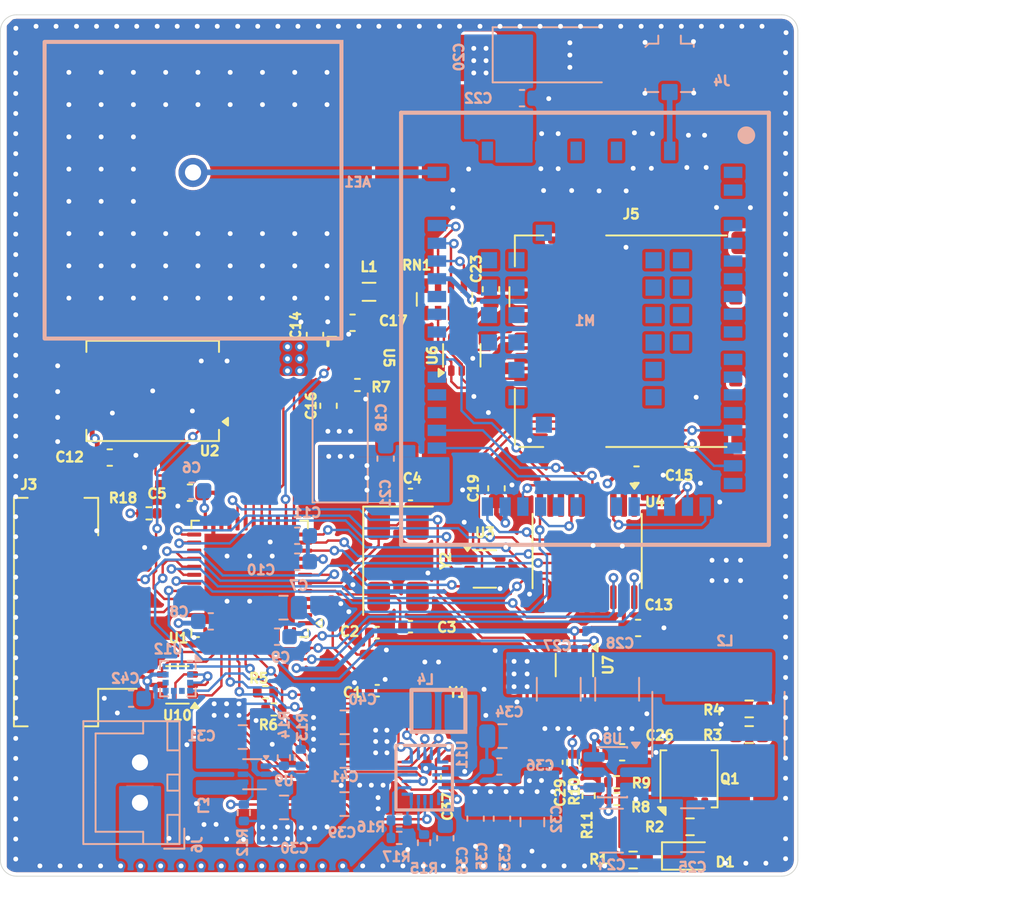
<source format=kicad_pcb>
(kicad_pcb (version 20241229) (generator "pcbnew") (generator_version "9.0")
  (title_block (date "2025-10-27"))
  (layers (0 "F.Cu" signal) (4 "In1.Cu" signal) (6 "In2.Cu" signal) (2 "B.Cu" signal) (13 "F.Paste" user) (15 "B.Paste" user) (5 "F.SilkS" user "F.Silkscreen") (7 "B.SilkS" user "B.Silkscreen") (1 "F.Mask" user) (3 "B.Mask" user) (25 "Edge.Cuts" user))
  (net 0 "")
  (net 1 "/mcu/OSC32_IN")
  (net 2 "GND")
  (net 3 "/mcu/OSC32_OUT")
  (net 4 "/mcu/OSC_IN")
  (net 5 "/mcu/OSC_OUT")
  (net 6 "+3V3")
  (net 7 "+VSYS")
  (net 8 "/gsm/+GSM_SWITCHED")
  (net 9 "/gsm/+VBAT_GSM")
  (net 10 "+2V8")
  (net 11 "/gsm/SIM_VCC")
  (net 12 "/mcu/RESET")
  (net 13 "/mcu/SWDIO")
  (net 14 "/mcu/SWCLK")
  (net 17 "/gsm/SIM_IO")
  (net 20 "/gsm/PWRKEY")
  (net 27 "/gsm/PSM_IND")
  (net 33 "/gsm/SIM_CLK")
  (net 34 "/gsm/RI")
  (net 41 "/gsm/NETLIGHT")
  (net 44 "/gsm/RESET")
  (net 45 "/gsm/RXD")
  (net 53 "/gsm/DTR")
  (net 60 "/gsm/U3_TXD")
  (net 66 "/gsm/TXD")
  (net 73 "/gsm/STATUS")
  (net 74 "/gsm/AP_RDY")
  (net 75 "/gsm/SIM_RST")
  (net 77 "/gsm/U3_RXD")
  (net 80 "/gsm/GSM_PWRKEY")
  (net 81 "/gsm/GSM_RESET")
  (net 86 "/mcu/VIN_MEAS")
  (net 87 "/mcu/OCTOSPI1_IO3")
  (net 88 "/mcu/OCTOSPI1_IO0")
  (net 89 "/mcu/OCTOSPI1_NCS")
  (net 90 "/mcu/OCTOSPI1_IO2")
  (net 91 "/mcu/OCTOSPI1_IO1")
  (net 92 "/mcu/OCTOSPI1_CLK")
  (net 94 "+5V")
  (net 95 "/mcu/PSU_CTRL")
  (net 96 "/battery charger/BQ_SW")
  (net 97 "/battery charger/CHARGE_ENABLE")
  (net 98 "/battery charger/POWER_CYCLE")
  (net 99 "/gsm/GSM_TX")
  (net 100 "/gsm/GSM_RI")
  (net 101 "/gsm/GSM_STATUS")
  (net 102 "/gsm/GSM_AP_READY")
  (net 103 "/gsm/GSM_LINE_BUF_EN")
  (net 104 "/gsm/GSM_DTR")
  (net 105 "/gsm/GSM_RX")
  (net 106 "/gsm/GPS_RX")
  (net 107 "/gsm/GPS_TX")
  (net 108 "/battery charger/CHARGER_STAT")
  (net 109 "/gsm/GSM_EN")
  (net 110 "/battery charger/CHARGER_INT")
  (net 111 "/battery charger/CHARGER_PG")
  (net 112 "Net-(D1-A)")
  (net 113 "/psu/+VIN_PROTECTED")
  (net 114 "/+VIN")
  (net 115 "/gsm/ANT_GNSS")
  (net 116 "/gsm/ANT_MAIN")
  (net 117 "/battery charger/+BAT")
  (net 118 "/mcu/VCAP")
  (net 120 "Net-(U5-SS)")
  (net 121 "Net-(U8-CB)")
  (net 122 "Net-(U8-SW)")
  (net 123 "Net-(U8-FB)")
  (net 124 "Net-(U11-PMID)")
  (net 125 "Net-(U11-BTST)")
  (net 126 "Net-(U11-REGN)")
  (net 127 "Net-(J5-RST)")
  (net 128 "Net-(J5-I{slash}O)")
  (net 129 "Net-(J5-CLK)")
  (net 131 "Net-(U9-SW)")
  (net 132 "/I2C_SCL")
  (net 133 "/I2C_SDA")
  (net 134 "Net-(U5-DIS)")
  (net 135 "Net-(U8-EN)")
  (net 136 "Net-(U9-FB)")
  (net 137 "Net-(U11-ILIM)")
  (net 138 "Net-(U11-TS_BIAS)")
  (net 139 "Net-(U11-TS)")
  (net 144 "Net-(U11-~{QON})")
  (net 145 "Net-(U11-~{CE})")
  (net 150 "/accelerometer/ACC_INT1")
  (footprint "Resistor_SMD:R_0603_1608Metric" (layer "F.Cu") (at 161.77 95.55 180)
    (property "Reference" "R1")
    (property "Value" "10K")
  )
  (footprint "Diode_SMD:D_SOD-323" (layer "F.Cu") (at 165.17 95.3)
    (property "Reference" "D1")
    (property "Value" "12V")
  )
  (footprint "Resistor_SMD:R_0402_1005Metric" (layer "F.Cu") (at 131.75 74.05)
    (property "Reference" "R18")
    (property "Value" "100K")
  )
  (footprint "Resistor_SMD:R_0402_1005Metric" (layer "F.Cu") (at 144.68 66.09 180)
    (property "Reference" "R7")
    (property "Value" "10K")
  )
  (footprint "Capacitor_SMD:C_0603_1608Metric" (layer "F.Cu") (at 152.96 60.15 90)
    (property "Reference" "C23")
    (property "Value" "0.1u")
  )
  (footprint "My Footprints:pad_smd_1.5x3" (layer "F.Cu") (at 170.494054 93.25 90)
    (property "Reference" "J2" (hide yes))
    (property "Value" "Conn_01x01")
  )
  (footprint "Capacitor_SMD:C_0603_1608Metric" (layer "F.Cu") (at 153.3 72.5 90)
    (property "Reference" "C19")
    (property "Value" "4.7u")
  )
  (footprint "Resistor_SMD:R_0402_1005Metric" (layer "F.Cu") (at 158.06 89.5 -90)
    (property "Reference" "R10")
    (property "Value" "88.7K")
  )
  (footprint "Resistor_SMD:R_0603_1608Metric" (layer "F.Cu") (at 165.2975 93.49)
    (property "Reference" "R2")
    (property "Value" "220K")
  )
  (footprint "Capacitor_SMD:C_0603_1608Metric" (layer "F.Cu") (at 142.89 67.38 -90)
    (property "Reference" "C16")
    (property "Value" "0.1u")
  )
  (footprint "Crystal:Crystal_SMD_SeikoEpson_MC146-4Pin_6.7x1.5mm" (layer "F.Cu") (at 148.58 83.26)
    (property "Reference" "Y1")
    (property "Value" "32.768KHz")
  )
  (footprint "My Footprints:pad_smd_1.5x3" (layer "F.Cu") (at 168.17 93.24 90)
    (property "Reference" "J1" (hide yes))
    (property "Value" "Conn_01x01")
  )
  (footprint "Capacitor_SMD:C_0402_1005Metric" (layer "F.Cu") (at 150.22 90.43 -90)
    (property "Reference" "C37")
    (property "Value" "47n")
  )
  (footprint "Package_TO_SOT_SMD:SOT-363_SC-70-6" (layer "F.Cu") (at 151.15 64.25 90)
    (property "Reference" "U6")
    (property "Value" "DF6A6.8FUT")
  )
  (footprint "My Footprints:UDFN2116-8_Diodes" (layer "F.Cu") (at 144.155 64.345 -90)
    (property "Reference" "U5")
    (property "Value" "AP22800HB-7")
  )
  (footprint "Resistor_SMD:R_0402_1005Metric" (layer "F.Cu") (at 159.01 91.56 -90)
    (property "Reference" "R11")
    (property "Value" "16.8K")
  )
  (footprint "Resistor_SMD:R_0402_1005Metric" (layer "F.Cu") (at 138.98 85.15 180)
    (property "Reference" "R5")
    (property "Value" "4K7")
  )
  (footprint "Resistor_SMD:R_0603_1608Metric" (layer "F.Cu") (at 168.965 86.18 180)
    (property "Reference" "R4")
    (property "Value" "10K")
  )
  (footprint "Package_TO_SOT_SMD:SOT-363_SC-70-6" (layer "F.Cu") (at 133.52 84.69 180)
    (property "Reference" "U10")
    (property "Value" "PUMH10,115")
  )
  (footprint "Package_DFN_QFN:QFN-48-1EP_7x7mm_P0.5mm_EP5.6x5.6mm" (layer "F.Cu") (at 138 78.1125 180)
    (property "Reference" "U1")
    (property "Value" "STM32U545CEUx")
  )
  (footprint "Package_TO_SOT_SMD:SOT-363_SC-70-6" (layer "F.Cu") (at 152.58 77.5)
    (property "Reference" "U3")
    (property "Value" "PUMH10,115")
  )
  (footprint "Capacitor_SMD:C_0603_1608Metric" (layer "F.Cu") (at 162.08 81.16)
    (property "Reference" "C13")
    (property "Value" "0.1u")
  )
  (footprint "Resistor_SMD:R_0402_1005Metric" (layer "F.Cu") (at 160.75 90.72 180)
    (property "Reference" "R9")
    (property "Value" "37K")
  )
  (footprint "Package_SON:WSON-8-1EP_8x6mm_P1.27mm_EP3.4x4.3mm" (layer "F.Cu") (at 131.99 66.455 180)
    (property "Reference" "U2")
    (property "Value" "GD25QxxxEY")
  )
  (footprint "Capacitor_SMD:C_0603_1608Metric" (layer "F.Cu") (at 134.3 72.77 180)
    (property "Reference" "C5")
    (property "Value" "4.7u")
  )
  (footprint "Resistor_SMD:R_0603_1608Metric" (layer "F.Cu") (at 168.965 87.77)
    (property "Reference" "R3")
    (property "Value" "150K")
  )
  (footprint "Capacitor_SMD:C_0603_1608Metric" (layer "F.Cu") (at 144.38 62.23 180)
    (property "Reference" "C17")
    (property "Value" "0.1u")
  )
  (footprint "Resistor_SMD:R_0402_1005Metric" (layer "F.Cu") (at 139.5 86.21 180)
    (property "Reference" "R6")
    (property "Value" "4K7")
  )
  (footprint "Capacitor_SMD:C_0603_1608Metric" (layer "F.Cu") (at 161.98 71.65)
    (property "Reference" "C15")
    (property "Value" "0.1u")
  )
  (footprint "Capacitor_SMD:C_0603_1608Metric" (layer "F.Cu") (at 161.09 88.87)
    (property "Reference" "C26")
    (property "Value" "0.1u")
  )
  (footprint "Capacitor_SMD:C_0603_1608Metric" (layer "F.Cu") (at 129.33 70.59)
    (property "Reference" "C12")
    (property "Value" "0.1u")
  )
  (footprint "Capacitor_SMD:C_0402_1005Metric" (layer "F.Cu") (at 157.04 89.49 -90)
    (property "Reference" "C29")
    (property "Value" "33p")
  )
  (footprint "Capacitor_SMD:C_0603_1608Metric" (layer "F.Cu") (at 142.05 62.985972 90)
    (property "Reference" "C14")
    (property "Value" "1u")
  )
  (footprint "Capacitor_SMD:C_0402_1005Metric" (layer "F.Cu") (at 145.91 81.45)
    (property "Reference" "C2")
    (property "Value" "18p")
  )
  (footprint "Package_TO_SOT_SMD:SOT-363_SC-70-6" (layer "F.Cu") (at 158.1325 83.46 -90)
    (property "Reference" "U7")
    (property "Value" "PUMH10,115")
  )
  (footprint "Connector_JST:JST_PH_B5B-PH-SM4-TB_1x05-1MP_P2.00mm_Vertical" (layer "F.Cu") (at 127.75 80.175 90)
    (property "Reference" "J3")
    (property "Value" "Conn_01x05")
  )
  (footprint "Capacitor_SMD:C_0402_1005Metric" (layer "F.Cu") (at 147.97 81.08 180)
    (property "Reference" "C3")
    (property "Value" "18p")
  )
  (footprint "Resistor_SMD:R_Array_Concave_4x0603" (layer "F.Cu") (at 150.08 60.78 -90)
    (property "Reference" "RN1")
    (property "Value" "22R")
  )
  (footprint "Resistor_SMD:R_0402_1005Metric" (layer "F.Cu") (at 160.76 91.77 180)
    (property "Reference" "R8")
    (property "Value" "200K")
  )
  (footprint "Inductor_SMD:L_0805_2012Metric" (layer "F.Cu") (at 145.4 60.31)
    (property "Reference" "L1")
    (property "Value" "L_Ferrite")
  )
  (footprint "Connector_Card:microSIM_JAE_SF53S006VCBR2000" (layer "F.Cu") (at 161.6 63.375 90)
    (property "Reference" "J5")
    (property "Value" "SIM_Card")
  )
  (footprint "Package_SON:Diodes_PowerDI3333-8" (layer "F.Cu") (at 165.235 90.52 90)
    (property "Reference" "Q1")
    (property "Value" "DMP2008UFG")
  )
  (footprint "Package_SO:TSSOP-20_4.4x6.5mm_P0.65mm" (layer "F.Cu") (at 158.92 76.39 -90)
    (property "Reference" "U4")
    (property "Value" "NXB0108PW")
  )
  (footprint "Crystal:Crystal_SMD_0603-4Pin_6.0x3.5mm" (layer "F.Cu") (at 147.2 76.99 -90)
    (property "Reference" "Y2")
    (property "Value" "8MHz")
  )
  (footprint "Capacitor_SMD:C_0402_1005Metric" (layer "F.Cu") (at 147.97 72.88 180)
    (property "Reference" "C4")
    (property "Value" "18p")
  )
  (footprint "Capacitor_SMD:C_0402_1005Metric" (layer "F.Cu") (at 145.91 85.05 180)
    (property "Reference" "C1")
    (property "Value" "18p")
  )
  (footprint "My Footprints:L_0806_2016Metric_TAIYO_YUDEN_SMD" (layer "B.Cu") (at 135.57 90.28 90)
    (property "Reference" "L3")
    (property "Value" "1uH")
  )
  (footprint "Capacitor_SMD:C_0805_2012Metric" (layer "B.Cu") (at 140.1 79.9 180)
    (property "Reference" "C7")
    (property "Value" "10u")
  )
  (footprint "Capacitor_SMD:C_1210_3225Metric" (layer "B.Cu") (at 160.43 93.73 180)
    (property "Reference" "C24")
    (property "Value" "2.2u")
  )
  (footprint "Capacitor_SMD:C_1210_3225Metric" (layer "B.Cu") (at 165.445 93.7)
    (property "Reference" "C25")
    (property "Value" "2.2u")
  )
  (footprint "Capacitor_SMD:C_0805_2012Metric" (layer "B.Cu") (at 143.89 89.1 180)
    (property "Reference" "C41")
    (property "Value" "10u")
  )
  (footprint "My Footprints:BQ25622E" (layer "B.Cu") (at 148.87 90.445 90)
    (property "Reference" "U11")
    (property "Value" "~")
  )
  (footprint "Capacitor_SMD:C_0603_1608Metric" (layer "B.Cu") (at 135.59 80.75)
    (property "Reference" "C8")
    (property "Value" "0.1u")
  )
  (footprint "Capacitor_SMD:C_0603_1608Metric" (layer "B.Cu") (at 140.95 77.05 180)
    (property "Reference" "C10")
    (property "Value" "1u")
  )
  (footprint "My Footprints:LGA_BG96" (layer "B.Cu") (at 158.787 62.602 180)
    (property "Reference" "M1")
    (property "Value" "BG96")
  )
  (footprint "Capacitor_SMD:C_0805_2012Metric" (layer "B.Cu") (at 153.675 87.865)
    (property "Reference" "C34")
    (property "Value" "10u")
  )
  (footprint "Resistor_SMD:R_0402_1005Metric" (layer "B.Cu") (at 137.64 92.62 -90)
    (property "Reference" "R12")
    (property "Value" "200K")
  )
  (footprint "Capacitor_SMD:C_0805_2012Metric" (layer "B.Cu") (at 140.13 92.29)
    (property "Reference" "C30")
    (property "Value" "10u")
  )
  (footprint "Inductor_SMD:L_Bourns_SRN8040TA" (layer "B.Cu") (at 167.06 87.12 90)
    (property "Reference" "L2")
    (property "Value" "5.6u")
  )
  (footprint "Resistor_SMD:R_0402_1005Metric" (layer "B.Cu") (at 147.27 93.09 180)
    (property "Reference" "R16")
    (property "Value" "100K")
  )
  (footprint "Connector_Coaxial:U.FL_Molex_MCRF_73412-0110_Vertical" (layer "B.Cu") (at 164.03 46.42 180)
    (property "Reference" "J4")
    (property "Value" "Conn_Coaxial")
  )
  (footprint "Package_TO_SOT_SMD:SOT-563" (layer "B.Cu") (at 138.3025 90.23 180)
    (property "Reference" "U9")
    (property "Value" "AP61100Z6")
  )
  (footprint "Connector_JST:JST_XH_B2B-XH-A_1x02_P2.50mm_Vertical" (layer "B.Cu") (at 131.2 92 90)
    (property "Reference" "J6")
    (property "Value" "Conn_01x02")
  )
  (footprint "Package_LGA:LGA-12_2x2mm_P0.5mm" (layer "B.Cu") (at 133.55 84.3 180)
    (property "Reference" "U12")
    (property "Value" "MC3479")
  )
  (footprint "Capacitor_SMD:C_0603_1608Metric" (layer "B.Cu") (at 153.64 92.985 -90)
    (property "Reference" "C33")
    (property "Value" "1u")
  )
  (footprint "Package_TO_SOT_SMD:SOT-23-6" (layer "B.Cu") (at 160.49 90.1075 180)
    (property "Reference" "U8")
    (property "Value" "LMR51430")
  )
  (footprint "My Footprints:Inductor_TYA252012" (layer "B.Cu") (at 150.5126 86.3 90)
    (property "Reference" "L4")
    (property "Value" "1u")
  )
  (footprint "Capacitor_Tantalum_SMD:CP_EIA-6032-20_AVX-F" (layer "B.Cu") (at 143.61 69.61 90)
    (property "Reference" "C18")
    (property "Value" "100u")
  )
  (footprint "My Footprints:APAE1575R1820ABDC1" (layer "B.Cu") (at 134.49 54.01 180)
    (property "Reference" "AE1")
    (property "Value" "Antenna")
  )
  (footprint "Capacitor_SMD:C_0603_1608Metric" (layer "B.Cu") (at 146.43 70.66 90)
    (property "Reference" "C21")
    (property "Value" "0.1u")
  )
  (footprint "Resistor_SMD:R_0402_1005Metric" (layer "B.Cu") (at 140.12 89.2 -90)
    (property "Reference" "R14")
    (property "Value" "44.2K")
  )
  (footprint "Resistor_SMD:R_0402_1005Metric" (layer "B.Cu") (at 141.17 89.2 90)
    (property "Reference" "R13")
    (property "Value" "200K")
  )
  (footprint "Capacitor_SMD:C_0603_1608Metric" (layer "B.Cu") (at 139.7 81.7 180)
    (property "Reference" "C9")
    (property "Value" "0.1u")
  )
  (footprint "Capacitor_SMD:C_0805_2012Metric" (layer "B.Cu") (at 143.89 87.01 180)
    (property "Reference" "C40")
    (property "Value" "10u")
  )
  (footprint "Resistor_SMD:R_0402_1005Metric" (layer "B.Cu") (at 148.81 94.48 -90)
    (property "Reference" "R15")
    (property "Value" "TBD")
  )
  (footprint "Capacitor_SMD:C_0603_1608Metric" (layer "B.Cu") (at 134.4 72.65 180)
    (property "Reference" "C6")
    (property "Value" "0.1u")
  )
  (footprint "Capacitor_SMD:C_1210_3225Metric" (layer "B.Cu") (at 157.16 84.96 -90)
    (property "Reference" "C27")
    (property "Value" "22u")
  )
  (footprint "Resistor_SMD:R_0402_1005Metric" (layer "B.Cu") (at 147.27 94.18)
    (property "Reference" "R17")
    (property "Value" "100K")
  )
  (footprint "Capacitor_SMD:C_1210_3225Metric" (layer "B.Cu") (at 160.78 84.96 -90)
    (property "Reference" "C28")
    (property "Value" "22u")
  )
  (footprint "Capacitor_Tantalum_SMD:CP_EIA-6032-20_AVX-F" (layer "B.Cu") (at 156.83 45.61)
    (property "Reference" "C20")
    (property "Value" "100u")
  )
  (footprint "Capacitor_SMD:C_0805_2012Metric" (layer "B.Cu") (at 155.525 93.205 -90)
    (property "Reference" "C32")
    (property "Value" "4.7u")
  )
  (footprint "Capacitor_SMD:C_0603_1608Metric" (layer "B.Cu") (at 154.88 48.3)
    (property "Reference" "C22")
    (property "Value" "0.1u")
  )
  (footprint "Capacitor_SMD:C_0603_1608Metric" (layer "B.Cu") (at 153.475 89.75)
    (property "Reference" "C36")
    (property "Value" "0.1u")
  )
  (footprint "Capacitor_SMD:C_0603_1608Metric" (layer "B.Cu") (at 152.005 92.985 -90)
    (property "Reference" "C35")
    (property "Value" "0.1u")
  )
  (footprint "Capacitor_SMD:C_0603_1608Metric" (layer "B.Cu") (at 150.13 94.2 -90)
    (property "Reference" "C38")
    (property "Value" "4.7u")
  )
  (footprint "Capacitor_SMD:C_0603_1608Metric" (layer "B.Cu") (at 130.65 85.54 180)
    (property "Reference" "C42")
    (property "Value" "0.1u")
  )
  (footprint "Capacitor_SMD:C_0805_2012Metric" (layer "B.Cu") (at 143.88 92.08 180)
    (property "Reference" "C39")
    (property "Value" "10u")
  )
  (footprint "Capacitor_SMD:C_0805_2012Metric" (layer "B.Cu") (at 137.575 87.925)
    (property "Reference" "C31")
    (property "Value" "10u")
  )
  (footprint "Capacitor_SMD:C_0603_1608Metric" (layer "B.Cu") (at 140.95 75.44 180)
    (property "Reference" "C11")
    (property "Value" "0.1u")
  )
  (gr_arc (start 122.55 44.129599) (mid 122.842893 43.422492) (end 123.55 43.129599) (stroke (width 0.05)) (layer "Edge.Cuts"))
  (gr_line (start 170.98 96.555) (end 123.55 96.555) (stroke (width 0.05)) (layer "Edge.Cuts"))
  (gr_arc (start 123.55 96.555) (mid 122.842893 96.262107) (end 122.55 95.555) (stroke (width 0.05)) (layer "Edge.Cuts"))
  (gr_arc (start 171.98 95.555) (mid 171.687107 96.262107) (end 170.98 96.555) (stroke (width 0.05)) (layer "Edge.Cuts"))
  (gr_line (start 171.98 44.13) (end 171.98 95.555) (stroke (width 0.05)) (layer "Edge.Cuts"))
  (gr_arc (start 170.98 43.129599) (mid 171.687107 43.422492) (end 171.98 44.129599) (stroke (width 0.05)) (layer "Edge.Cuts"))
  (gr_line (start 122.55 95.555) (end 122.55 44.13) (stroke (width 0.05)) (layer "Edge.Cuts"))
  (gr_line (start 123.55 43.129599) (end 170.98 43.129599) (stroke (width 0.05)) (layer "Edge.Cuts"))
  (segment (start 143.15 82.35) (end 143.15 80.625) (width 0.15) (layer "F.Cu") (net 1))
  (segment (start 145.43 85.05) (end 145.43 83.71) (width 0.15) (layer "F.Cu") (net 1))
  (segment (start 145.43 83.71) (end 144.51 83.71) (width 0.15) (layer "F.Cu") (net 1))
  (segment (start 142.3875 79.8625) (end 141.4375 79.8625) (width 0.15) (layer "F.Cu") (net 1))
  (segment (start 143.15 80.625) (end 142.3875 79.8625) (width 0.15) (layer "F.Cu") (net 1))
  (segment (start 144.51 83.71) (end 143.15 82.35) (width 0.15) (layer "F.Cu") (net 1))
  (segment (start 141.4375 77.3625) (end 138.75 77.3625) (width 0.254) (layer "F.Cu") (net 2))
  (segment (start 135.75 80.3625) (end 138 78.1125) (width 0.254) (layer "F.Cu") (net 2))
  (segment (start 134.5625 80.3625) (end 135.75 80.3625) (width 0.254) (layer "F.Cu") (net 2))
  (segment (start 138.75 77.3625) (end 138 78.1125) (width 0.254) (layer "F.Cu") (net 2))
  (segment (start 135.75 74.675) (end 135.75 75.8625) (width 0.254) (layer "F.Cu") (net 2))
  (segment (start 135.75 75.8625) (end 138 78.1125) (width 0.254) (layer "F.Cu") (net 2))
  (segment (start 140.25 81.55) (end 140.25 80.3625) (width 0.254) (layer "F.Cu") (net 2))
  (segment (start 140.25 80.3625) (end 138 78.1125) (width 0.254) (layer "F.Cu") (net 2))
  (via (at 123.5 68.017276) (size 0.6) (drill 0.3) (layers "F.Cu" "B.Cu") (net 2))
  (via (at 152.277276 43.843201) (size 0.6) (drill 0.3) (layers "F.Cu" "B.Cu") (net 2))
  (via (at 132.795076 46.7) (size 0.6) (drill 0.3) (layers "F.Cu" "B.Cu") (net 2))
  (via (at 148.518638 43.843201) (size 0.6) (drill 0.3) (layers "F.Cu" "B.Cu") (net 2))
  (via (at 151.575 52.7) (size 0.6) (drill 0.3) (layers "F.Cu" "B.Cu") (net 2))
  (via (at 123.5 55.491362) (size 0.6) (drill 0.3) (layers "F.Cu" "B.Cu") (net 2))
  (via (at 123.5 94.25) (size 0.6) (drill 0.3) (layers "F.Cu" "B.Cu") (net 2))
  (via (at 171.220789 66.729427) (size 0.6) (drill 0.3) (layers "F.Cu" "B.Cu") (net 2))
  (via (at 163.51 43.843201) (size 0.6) (drill 0.3) (layers "F.Cu" "B.Cu") (net 2))
  (via (at 137.482724 95.917598) (size 0.6) (drill 0.3) (layers "F.Cu" "B.Cu") (net 2))
  (via (at 141.96 87.386667) (size 0.6) (drill 0.3) (layers "F.Cu" "B.Cu") (net 2))
  (via (at 157.1 87.4) (size 0.6) (drill 0.3) (layers "F.Cu" "B.Cu") (net 2))
  (via (at 133 94.21) (size 0.6) (drill 0.3) (layers "F.Cu" "B.Cu") (net 2))
  (via (at 130.795076 58.7) (size 0.6) (drill 0.3) (layers "F.Cu" "B.Cu") (net 2))
  (via (at 157.8 87.4) (size 0.6) (drill 0.3) (layers "F.Cu" "B.Cu") (net 2))
  (via (at 132.795076 58.7) (size 0.6) (drill 0.3) (layers "F.Cu" "B.Cu") (net 2))
  (via (at 166.001362 43.843201) (size 0.6) (drill 0.3) (layers "F.Cu" "B.Cu") (net 2))
  (via (at 123.508638 43.965703) (size 0.6) (drill 0.3) (layers "F.Cu" "B.Cu") (net 2))
  (via (at 126.795076 48.7) (size 0.6) (drill 0.3) (layers "F.Cu" "B.Cu") (net 2))
  (via (at 171.220789 94.229427) (size 0.6) (drill 0.3) (layers "F.Cu" "B.Cu") (net 2))
  (via (at 171.220789 81.720789) (size 0.6) (drill 0.3) (layers "F.Cu" "B.Cu") (net 2))
  (via (at 153.758638 95.917598) (size 0.6) (drill 0.3) (layers "F.Cu" "B.Cu") (net 2))
  (via (at 141.92 84.95) (size 0.6) (drill 0.3) (layers "F.Cu" "B.Cu") (net 2))
  (via (at 166.66 78.22) (size 0.6) (drill 0.3) (layers "F.Cu" "B.Cu") (net 2))
  (via (at 134.11 88.4) (size 0.6) (drill 0.3) (layers "F.Cu" "B.Cu") (net 2))
  (via (at 123.5 76.741362) (size 0.6) (drill 0.3) (layers "F.Cu" "B.Cu") (net 2))
  (via (at 136.57 94.25) (size 0.6) (drill 0.3) (layers "F.Cu" "B.Cu") (net 2))
  (via (at 152.53 84.96) (size 0.6) (drill 0.3) (layers "F.Cu" "B.Cu") (net 2))
  (via (at 129.8 86.43) (size 0.6) (drill 0.3) (layers "F.Cu" "B.Cu") (net 2))
  (via (at 171.220789 64.220789) (size 0.6) (drill 0.3) (layers "F.Cu" "B.Cu") (net 2))
  (via (at 134.991362 95.917598) (size 0.6) (drill 0.3) (layers "F.Cu" "B.Cu") (net 2))
  (via (at 151.3 74.6) (size 0.6) (drill 0.3) (layers "F.Cu" "B.Cu") (net 2))
  (via (at 142.795076 60.7) (size 0.6) (drill 0.3) (layers "F.Cu" "B.Cu") (net 2))
  (via (at 144.14 62.94) (size 0.6) (drill 0.3) (layers "F.Cu" "B.Cu") (net 2))
  (via (at 167.26 86.19) (size 0.6) (drill 0.3) (layers "F.Cu" "B.Cu") (net 2))
  (via (at 136.6 76.7) (size 0.6) (drill 0.3) (layers "F.Cu" "B.Cu") (net 2))
  (via (at 157.85 46.39) (size 0.6) (drill 0.3) (layers "F.Cu" "B.Cu") (net 2))
  (via (at 165.94 72.18) (size 0.6) (drill 0.3) (layers "F.Cu" "B.Cu") (net 2))
  (via (at 123.5 91.741362) (size 0.6) (drill 0.3) (layers "F.Cu" "B.Cu") (net 2))
  (via (at 131.241362 95.917598) (size 0.6) (drill 0.3) (layers "F.Cu" "B.Cu") (net 2))
  (via (at 153.22 82.56) (size 0.6) (drill 0.3) (layers "F.Cu" "B.Cu") (net 2))
  (via (at 123.5 95.491362) (size 0.6) (drill 0.3) (layers "F.Cu" "B.Cu") (net 2))
  (via (at 123.5 78.008638) (size 0.6) (drill 0.3) (layers "F.Cu" "B.Cu") (net 2))
  (via (at 153.6 94.7) (size 0.6) (drill 0.3) (layers "F.Cu" "B.Cu") (net 2))
  (via (at 123.5 74.258638) (size 0.6) (drill 0.3) (layers "F.Cu" "B.Cu") (net 2))
  (via (at 167.268638 43.843201) (size 0.6) (drill 0.3) (layers "F.Cu" "B.Cu") (net 2))
  (via (at 166.2 50.6) (size 0.6) (drill 0.3) (layers "F.Cu" "B.Cu") (net 2))
  (via (at 167.545 76.96) (size 0.6) (drill 0.3) (layers "F.Cu" "B.Cu") (net 2))
  (via (at 142.5 95.917598) (size 0.6) (drill 0.3) (layers "F.Cu" "B.Cu") (net 2))
  (via (at 171.220789 84.229427) (size 0.6) (drill 0.3) (layers "F.Cu" "B.Cu") (net 2))
  (via (at 163.63 71.68) (size 0.6) (drill 0.3) (layers "F.Cu" "B.Cu") (net 2))
  (via (at 168.43 76.96) (size 0.6) (drill 0.3) (layers "F.Cu" "B.Cu") (net 2))
  (via (at 155.35 69.52) (size 0.6) (drill 0.3) (layers "F.Cu" "B.Cu") (net 2))
  (via (at 156.3 87.4) (size 0.6) (drill 0.3) (layers "F.Cu" "B.Cu") (net 2))
  (via (at 138 79.5) (size 0.6) (drill 0.3) (layers "F.Cu" "B.Cu") (net 2))
  (via (at 128.795076 56.7) (size 0.6) (drill 0.3) (layers "F.Cu" "B.Cu") (net 2))
  (via (at 139.4 88.375) (size 0.6) (drill 0.3) (layers "F.Cu" "B.Cu") (net 2))
  (via (at 133.55 73.6) (size 0.6) (drill 0.3) (layers "F.Cu" "B.Cu") (net 2))
  (via (at 151.9 66.8) (size 0.6) (drill 0.3) (layers "F.Cu" "B.Cu") (net 2))
  (via (at 167.491362 95.75) (size 0.6) (drill 0.3) (layers "F.Cu" "B.Cu") (net 2))
  (via (at 171.220789 75.479427) (size 0.6) (drill 0.3) (layers "F.Cu" "B.Cu") (net 2))
  (via (at 171.220789 89.229427) (size 0.6) (drill 0.3) (layers "F.Cu" "B.Cu") (net 2))
  (via (at 124.76 43.843201) (size 0.6) (drill 0.3) (layers "F.Cu" "B.Cu") (net 2))
  (via (at 167.545 78.22) (size 0.6) (drill 0.3) (layers "F.Cu" "B.Cu") (net 2))
  (via (at 160.9 87.4) (size 0.6) (drill 0.3) (layers "F.Cu" "B.Cu") (net 2))
  (via (at 162.51 44.84) (size 0.6) (drill 0.3) (layers "F.Cu" "B.Cu") (net 2))
  (via (at 139.4 76.7) (size 0.6) (drill 0.3) (layers "F.Cu" "B.Cu") (net 2))
  (via (at 138.795076 56.7) (size 0.6) (drill 0.3) (layers "F.Cu" "B.Cu") (net 2))
  (via (at 138.795076 60.7) (size 0.6) (drill 0.3) (layers "F.Cu" "B.Cu") (net 2))
  (via (at 136.6 64.6) (size 0.6) (drill 0.3) (layers "F.Cu" "B.Cu") (net 2))
  (via (at 141.96 86.71) (size 0.6) (drill 0.3) (layers "F.Cu" "B.Cu") (net 2))
  (via (at 146.475 82.525) (size 0.6) (drill 0.3) (layers "F.Cu" "B.Cu") (net 2))
  (via (at 171.220789 51.720789) (size 0.6) (drill 0.3) (layers "F.Cu" "B.Cu") (net 2))
  (via (at 168.758638 95.75) (size 0.6) (drill 0.3) (layers "F.Cu" "B.Cu") (net 2))
  (via (at 134.795076 60.7) (size 0.6) (drill 0.3) (layers "F.Cu" "B.Cu") (net 2))
  (via (at 128.99 85.52) (size 0.6) (drill 0.3) (layers "F.Cu" "B.Cu") (net 2))
  (via (at 149.768638 43.843201) (size 0.6) (drill 0.3) (layers "F.Cu" "B.Cu") (net 2))
  (via (at 123.5 69.258638) (size 0.6) (drill 0.3) (layers "F.Cu" "B.Cu") (net 2))
  (via (at 123.5 71.75) (size 0.6) (drill 0.3) (layers "F.Cu" "B.Cu") (net 2))
  (via (at 128.758638 95.917598) (size 0.6) (drill 0.3) (layers "F.Cu" "B.Cu") (net 2))
  (via (at 123.5 59.241362) (size 0.6) (drill 0.3) (layers "F.Cu" "B.Cu") (net 2))
  (via (at 152.8 67.8) (size 0.6) (drill 0.3) (layers "F.Cu" "B.Cu") (net 2))
  (via (at 156.22 54.03) (size 0.6) (drill 0.3) (layers "F.Cu" "B.Cu") (net 2))
  (via (at 126.795076 58.7) (size 0.6) (drill 0.3) (layers "F.Cu" "B.Cu") (net 2))
  (via (at 156.25 95.917598) (size 0.6) (drill 0.3) (layers "F.Cu" "B.Cu") (net 2))
  (via (at 149.71 83.27) (size 0.6) (drill 0.3) (layers "F.Cu" "B.Cu") (net 2))
  (via (at 136.241362 95.917598) (size 0.6) (drill 0.3) (layers "F.Cu" "B.Cu") (net 2))
  (via (at 165.1 52.6) (size 0.6) (drill 0.3) (layers "F.Cu" "B.Cu") (net 2))
  (via (at 154.76 43.843201) (size 0.6) (drill 0.3) (layers "F.Cu" "B.Cu") (net 2))
  (via (at 141.2 93.55) (size 0.6) (drill 0.3) (layers "F.Cu" "B.Cu") (net 2))
  (via (at 123.5 48.008638) (size 0.6) (drill 0.3) (layers "F.Cu" "B.Cu") (net 2))
  (via (at 140.795076 46.7) (size 0.6) (drill 0.3) (layers "F.Cu" "B.Cu") (net 2))
  (via (at 144.5 84.55) (size 0.6) (drill 0.3) (layers "F.Cu" "B.Cu") (net 2))
  (via (at 152 94.7) (size 0.6) (drill 0.3) (layers "F.Cu" "B.Cu") (net 2))
  (via (at 140.795076 48.7) (size 0.6) (drill 0.3) (layers "F.Cu" "B.Cu") (net 2))
  (via (at 128.795076 52.7) (size 0.6) (drill 0.3) (layers "F.Cu" "B.Cu") (net 2))
  (via (at 162.268638 43.843201) (size 0.6) (drill 0.3) (layers "F.Cu" "B.Cu") (net 2))
  (via (at 145.008638 95.917598) (size 0.6) (drill 0.3) (layers "F.Cu" "B.Cu") (net 2))
  (via (at 139.751362 43.843201) (size 0.6) (drill 0.3) (layers "F.Cu" "B.Cu") (net 2))
  (via (at 138.4 86.9) (size 0.6) (drill 0.3) (layers "F.Cu" "B.Cu") (net 2))
  (via (at 132.795076 60.7) (size 0.6) (drill 0.3) (layers "F.Cu" "B.Cu") (net 2))
  (via (at 142.025 93.55) (size 0.6) (drill 0.3) (layers "F.Cu" "B.Cu") (net 2))
  (via (at 139.275 75.825) (size 0.6) (drill 0.3) (layers "F.Cu" "B.Cu") (net 2))
  (via (at 123.5 66.75) (size 0.6) (drill 0.3) (layers "F.Cu" "B.Cu") (net 2))
  (via (at 131.99 66.455) (size 0.6) (drill 0.3) (layers "F.Cu" "B.Cu") (net 2))
  (via (at 123.5 65.508638) (size 0.6) (drill 0.3) (layers "F.Cu" "B.Cu") (net 2))
  (via (at 165.68 66.85) (size 0.6) (drill 0.3) (layers "F.Cu" "B.Cu") (net 2))
  (via (at 143.55 68.95911) (size 0.6) (drill 0.3) (layers "F.Cu" "B.Cu") (net 2))
  (via (at 142.795076 46.7) (size 0.6) (drill 0.3) (layers "F.Cu" "B.Cu") (net 2))
  (via (at 150.6 55.1) (size 0.6) (drill 0.3) (layers "F.Cu" "B.Cu") (net 2))
  (via (at 135 64.6) (size 0.6) (drill 0.3) (layers "F.Cu" "B.Cu") (net 2))
  (via (at 152.491362 95.917598) (size 0.6) (drill 0.3) (layers "F.Cu" "B.Cu") (net 2))
  (via (at 157.268638 43.843201) (size 0.6) (drill 0.3) (layers "F.Cu" "B.Cu") (net 2))
  (via (at 131.001362 43.843201) (size 0.6) (drill 0.3) (layers "F.Cu" "B.Cu") (net 2))
  (via (at 133.75 95.917598) (size 0.6) (drill 0.3) (layers "F.Cu" "B.Cu") (net 2))
  (via (at 126.795076 60.7) (size 0.6) (drill 0.3) (layers "F.Cu" "B.Cu") (net 2))
  (via (at 142.26 43.843201) (size 0.6) (drill 0.3) (layers "F.Cu" "B.Cu") (net 2))
  (via (at 159.76 43.843201) (size 0.6) (drill 0.3) (layers "F.Cu" "B.Cu") (net 2))
  (via (at 153.518638 43.843201) (size 0.6) (drill 0.3) (layers "F.Cu" "B.Cu") (net 2))
  (via (at 133.51 43.843201) (size 0.6) (drill 0.3) (layers "F.Cu" "B.Cu") (net 2))
  (via (at 168.43 78.22) (size 0.6) (drill 0.3) (layers "F.Cu" "B.Cu") (net 2))
  (via (at 126.795076 56.7) (size 0.6) (drill 0.3) (layers "F.Cu" "B.Cu") (net 2))
  (via (at 166.94 55.08) (size 0.6) (drill 0.3) (layers "F.Cu" "B.Cu") (net 2))
  (via (at 134.7 92.05) (size 0.6) (drill 0.3) (layers "F.Cu" "B.Cu") (net 2))
  (via (at 171.220789 80.479427) (size 0.6) (drill 0.3) (layers "F.Cu" "B.Cu") (net 2))
  (via (at 155 95.917598) (size 0.6) (drill 0.3) (layers "F.Cu" "B.Cu") (net 2))
  (via (at 137.62 94.27) (size 0.6) (drill 0.3) (layers "F.Cu" "B.Cu") (net 2))
  (via (at 171.220789 72.996703) (size 0.6) (drill 0.3) (layers "F.Cu" "B.Cu") (net 2))
  (via (at 123.5 90.5) (size 0.6) (drill 0.3) (layers "F.Cu" "B.Cu") (net 2))
  (via (at 146.4 84.35) (size 0.6) (drill 0.3) (layers "F.Cu" "B.Cu") (net 2))
  (via (at 130 95.917598) (size 0.6) (drill 0.3) (layers "F.Cu" "B.Cu") (net 2))
  (via (at 171.220789 59.220789) (size 0.6) (drill 0.3) (layers "F.Cu" "B.Cu") (net 2))
  (via (at 163.66 87.86) (size 0.6) (drill 0.3) (layers "F.Cu" "B.Cu") (net 2))
  (via (at 123.5 61.732724) (size 0.6) (drill 0.3) (layers "F.Cu" "B.Cu") (net 2))
  (via (at 130.795076 46.7) (size 0.6) (drill 0.3) (layers "F.Cu" "B.Cu") (net 2))
  (via (at 138.795076 58.7) (size 0.6) (drill 0.3) (layers "F.Cu" "B.Cu") (net 2))
  (via (at 157.85 44.866) (size 0.6) (drill 0.3) (layers "F.Cu" "B.Cu") (net 2))
  (via (at 123.5 88.008638) (size 0.6) (drill 0.3) (layers "F.Cu" "B.Cu") (net 2))
  (via (at 123.5 85.5) (size 0.6) (drill 0.3) (layers "F.Cu" "B.Cu") (net 2))
  (via (at 155.35 79.06) (size 0.6) (drill 0.3) (layers "F.Cu" "B.Cu") (net 2))
  (via (at 141.675 94.25) (size 0.6) (drill 0.3) (layers "F.Cu" "B.Cu") (net 2))
  (via (at 134.17 94.19) (size 0.6) (drill 0.3) (layers "F.Cu" "B.Cu") (net 2))
  (via (at 171.220789 56.712151) (size 0.6) (drill 0.3) (layers "F.Cu" "B.Cu") (net 2))
  (via (at 157.491362 95.917598) (size 0.6) (drill 0.3) (layers "F.Cu" "B.Cu") (net 2))
  (via (at 161.001362 43.843201) (size 0.6) (drill 0.3) (layers "F.Cu" "B.Cu") (net 2))
  (via (at 140.795076 56.7) (size 0.6) (drill 0.3) (layers "F.Cu" "B.Cu") (net 2))
  (via (at 123.5 80.5) (size 0.6) (drill 0.3) (layers "F.Cu" "B.Cu") (net 2))
  (via (at 171.220789 91.720789) (size 0.6) (drill 0.3) (layers "F.Cu" "B.Cu") (net 2))
  (via (at 166.3 52.6) (size 0.6) (drill 0.3) (layers "F.Cu" "B.Cu") (net 2))
  (via (at 157.125 50.5) (size 0.6) (drill 0.3) (layers "F.Cu" "B.Cu") (net 2))
  (via (at 134.795076 46.7) (size 0.6) (drill 0.3) (layers "F.Cu" "B.Cu") (net 2))
  (via (at 143.501362 43.843201) (size 0.6) (drill 0.3) (layers "F.Cu" "B.Cu") (net 2))
  (via (at 171.220789 70.488065) (size 0.6) (drill 0.3) (layers "F.Cu" "B.Cu") (net 2))
  (via (at 128.795076 60.7) (size 0.6) (drill 0.3) (layers "F.Cu" "B.Cu") (net 2))
  (via (at 171.220789 61.712151) (size 0.6) (drill 0.3) (layers "F.Cu" "B.Cu") (net 2))
  (via (at 155.5 95) (size 0.6) (drill 0.3) (layers "F.Cu" "B.Cu") (net 2))
  (via (at 157.125 52.675) (size 0.6) (drill 0.3) (layers "F.Cu" "B.Cu") (net 2))
  (via (at 171.220789 54.229427) (size 0.6) (drill 0.3) (layers "F.Cu" "B.Cu") (net 2))
  (via (at 123.5 70.508638) (size 0.6) (drill 0.3) (layers "F.Cu" "B.Cu") (net 2))
  (via (at 157.85 45.628) (size 0.6) (drill 0.3) (layers "F.Cu" "B.Cu") (net 2))
  (via (at 132.795076 48.7) (size 0.6) (drill 0.3) (layers "F.Cu" "B.Cu") (net 2))
  (via (at 123.5 53.008638) (size 0.6) (drill 0.3) (layers "F.Cu" "B.Cu") (net 2))
  (via (at 123.5 60.491362) (size 0.6) (drill 0.3) (layers "F.Cu" "B.Cu") (net 2))
  (via (at 134.55 81.75) (size 0.6) (drill 0.3) (layers "F.Cu" "B.Cu") (net 2))
  (via (at 157.96 54.03) (size 0.6) (drill 0.3) (layers "F.Cu" "B.Cu") (net 2))
  (via (at 171.220789 77.988065) (size 0.6) (drill 0.3) (layers "F.Cu" "B.Cu") (net 2))
  (via (at 123.5 46.741362) (size 0.6) (drill 0.3) (layers "F.Cu" "B.Cu") (net 2))
  (via (at 128.795076 54.7) (size 0.6) (drill 0.3) (layers "F.Cu" "B.Cu") (net 2))
  (via (at 129.49 67.83) (size 0.6) (drill 0.3) (layers "F.Cu" "B.Cu") (net 2))
  (via (at 151.2 72.6) (size 0.6) (drill 0.3) (layers "F.Cu" "B.Cu") (net 2))
  (via (at 148.767276 95.917598) (size 0.6) (drill 0.3) (layers "F.Cu" "B.Cu") (net 2))
  (via (at 126.1 69.6) (size 0.6) (drill 0.3) (layers "F.Cu" "B.Cu") (net 2))
  (via (at 142.795076 48.7) (size 0.6) (drill 0.3) (layers "F.Cu" "B.Cu") (net 2))
  (via (at 139.991362 95.917598) (size 0.6) (drill 0.3) (layers "F.Cu" "B.Cu") (net 2))
  (via (at 165.53 47.98) (size 0.6) (drill 0.3) (layers "F.Cu" "B.Cu") (net 2))
  (via (at 149.05 77.75) (size 0.6) (drill 0.3) (layers "F.Cu" "B.Cu") (net 2))
  (via (at 171.220789 90.479427) (size 0.6) (drill 0.3) (layers "F.Cu" "B.Cu") (net 2))
  (via (at 123.5 84.25) (size 0.6) (drill 0.3) (layers "F.Cu" "B.Cu") (net 2))
  (via (at 126.1 66.5) (size 0.6) (drill 0.3) (layers "F.Cu" "B.Cu") (net 2))
  (via (at 144.4 78.475) (size 0.6) (drill 0.3) (layers "F.Cu" "B.Cu") (net 2))
  (via (at 135.92 93.34) (size 0.6) (drill 0.3) (layers "F.Cu" "B.Cu") (net 2))
  (via (at 171.220789 55.470789) (size 0.6) (drill 0.3) (layers "F.Cu" "B.Cu") (net 2))
  (via (at 140.992724 43.843201) (size 0.6) (drill 0.3) (layers "F.Cu" "B.Cu") (net 2))
  (via (at 145.19 66.96) (size 0.6) (drill 0.3) (layers "F.Cu" "B.Cu") (net 2))
  (via (at 142.795076 56.7) (size 0.6) (drill 0.3) (layers "F.Cu" "B.Cu") (net 2))
  (via (at 123.5 45.5) (size 0.6) (drill 0.3) (layers "F.Cu" "B.Cu") (net 2))
  (via (at 171.220789 60.470789) (size 0.6) (drill 0.3) (layers "F.Cu" "B.Cu") (net 2))
  (via (at 123.5 93.008638) (size 0.6) (drill 0.3) (layers "F.Cu" "B.Cu") (net 2))
  (via (at 147.277276 43.843201) (size 0.6) (drill 0.3) (layers "F.Cu" "B.Cu") (net 2))
  (via (at 167.23 87.13) (size 0.6) (drill 0.3) (layers "F.Cu" "B.Cu") (net 2))
  (via (at 151.25 95.917598) (size 0.6) (drill 0.3) (layers "F.Cu" "B.Cu") (net 2))
  (via (at 153.52 78.72) (size 0.6) (drill 0.3) (layers "F.Cu" "B.Cu") (net 2))
  (via (at 136.795076 56.7) (size 0.6) (drill 0.3) (layers "F.Cu" "B.Cu") (net 2))
  (via (at 136.795076 60.7) (size 0.6) (drill 0.3) (layers "F.Cu" "B.Cu") (net 2))
  (via (at 141.96 88.063333) (size 0.6) (drill 0.3) (layers "F.Cu" "B.Cu") (net 2))
  (via (at 144.15 80.15) (size 0.6) (drill 0.3) (layers "F.Cu" "B.Cu") (net 2))
  (via (at 160.1 87.4) (size 0.6) (drill 0.3) (layers "F.Cu" "B.Cu") (net 2))
  (via (at 143.767276 95.917598) (size 0.6) (drill 0.3) (layers "F.Cu" "B.Cu") (net 2))
  (via (at 161.1 76.08) (size 0.6) (drill 0.3) (layers "F.Cu" "B.Cu") (net 2))
  (via (at 126.001362 43.843201) (size 0.6) (drill 0.3) (layers "F.Cu" "B.Cu") (net 2))
  (via (at 128.52 75.13) (size 0.6) (drill 0.3) (layers "F.Cu" "B.Cu") (net 2))
  (via (at 142.84 62.17) (size 0.6) (drill 0.3) (layers "F.Cu" "B.Cu") (net 2))
  (via (at 123.5 51.741362) (size 0.6) (drill 0.3) (layers "F.Cu" "B.Cu") (net 2))
  (via (at 167.14 73.35) (size 0.6) (drill 0.3) (layers "F.Cu" "B.Cu") (net 2))
  (via (at 128.795076 48.7) (size 0.6) (drill 0.3) (layers "F.Cu" "B.Cu") (net 2))
  (via (at 123.5 81.741362) (size 0.6) (drill 0.3) (layers "F.Cu" "B.Cu") (net 2))
  (via (at 160 95.917598) (size 0.6) (drill 0.3) (layers "F.Cu" "B.Cu") (net 2))
  (via (at 152.64 86.58) (size 0.6) (drill 0.3) (layers "F.Cu" "B.Cu") (net 2))
  (via (at 134.795076 58.7) (size 0.6) (drill 0.3) (layers "F.Cu" "B.Cu") (net 2))
  (via (at 166.66 76.96) (size 0.6) (drill 0.3) (layers "F.Cu" "B.Cu") (net 2))
  (via (at 165.51 44.79) (size 0.6) (drill 0.3) (layers "F.Cu" "B.Cu") (net 2))
  (via (at 171.220789 45.479427) (size 0.6) (drill 0.3) (layers "F.Cu" "B.Cu") (net 2))
  (via (at 126.795076 54.7) (size 0.6) (drill 0.3) (layers "F.Cu" "B.Cu") (net 2))
  (via (at 123.5 73.017276) (size 0.6) (drill 0.3) (layers "F.Cu" "B.Cu") (net 2))
  (via (at 171.25 44.236622) (size 0.6) (drill 0.3) (layers "F.Cu" "B.Cu") (net 2))
  (via (at 130.795076 60.7) (size 0.6) (drill 0.3) (layers "F.Cu" "B.Cu") (net 2))
  (via (at 168.51 43.843201) (size 0.6) (drill 0.3) (layers "F.Cu" "B.Cu") (net 2))
  (via (at 164.76 43.843201) (size 0.6) (drill 0.3) (layers "F.Cu" "B.Cu") (net 2))
  (via (at 161.85 50.45) (size 0.6) (drill 0.3) (layers "F.Cu" "B.Cu") (net 2))
  (via (at 147.5 95.917598) (size 0.6) (drill 0.3) (layers "F.Cu" "B.Cu") (net 2))
  (via (at 150.008638 95.917598) (size 0.6) (drill 0.3) (layers "F.Cu" "B.Cu") (net 2))
  (via (at 171.220789 49.229427) (size 0.6) (drill 0.3) (layers "F.Cu" "B.Cu") (net 2))
  (via (at 147.8 94.9) (size 0.6) (drill 0.3) (layers "F.Cu" "B.Cu") (net 2))
  (via (at 141.96 88.74) (size 0.6) (drill 0.3) (layers "F.Cu" "B.Cu") (net 2))
  (via (at 126.1 64.9) (size 0.6) (drill 0.3) (layers "F.Cu" "B.Cu") (net 2))
  (via (at 132.268638 43.843201) (size 0.6) (drill 0.3) (layers "F.Cu" "B.Cu") (net 2))
  (via (at 171.220789 52.988065) (size 0.6) (drill 0.3) (layers "F.Cu" "B.Cu") (net 2))
  (via (at 154.57 85.75) (size 0.6) (drill 0.3) (layers "F.Cu" "B.Cu") (net 2))
  (via (at 135.17 93.35) (size 0.6) (drill 0.3) (layers "F.Cu" "B.Cu") (net 2))
  (via (at 123.5 56.732724) (size 0.6) (drill 0.3) (layers "F.Cu" "B.Cu") (net 2))
  (via (at 123.5 86.741362) (size 0.6) (drill 0.3) (layers "F.Cu" "B.Cu") (net 2))
  (via (at 130.795076 50.7) (size 0.6) (drill 0.3) (layers "F.Cu" "B.Cu") (net 2))
  (via (at 138.501362 43.843201) (size 0.6) (drill 0.3) (layers "F.Cu" "B.Cu") (net 2))
  (via (at 138.795076 48.7) (size 0.6) (drill 0.3) (layers "F.Cu" "B.Cu") (net 2))
  (via (at 171.220789 62.979427) (size 0.6) (drill 0.3) (layers "F.Cu" "B.Cu") (net 2))
  (via (at 156.05 52.675) (size 0.6) (drill 0.3) (layers "F.Cu" "B.Cu") (net 2))
  (via (at 123.5 49.25) (size 0.6) (drill 0.3) (layers "F.Cu" "B.Cu") (net 2))
  (via (at 128.795076 50.7) (size 0.6) (drill 0.3) (layers "F.Cu" "B.Cu") (net 2))
  (via (at 150.6 54) (size 0.6) (drill 0.3) (layers "F.Cu" "B.Cu") (net 2))
  (via (at 146.01 43.843201) (size 0.6) (drill 0.3) (layers "F.Cu" "B.Cu") (net 2))
  (via (at 171.220789 82.988065) (size 0.6) (drill 0.3) (layers "F.Cu" "B.Cu") (net 2))
  (via (at 138.75 95.917598) (size 0.6) (drill 0.3) (layers "F.Cu" "B.Cu") (net 2))
  (via (at 162.62 86.48) (size 0.6) (drill 0.3) (layers "F.Cu" "B.Cu") (net 2))
  (via (at 158.51 43.843201) (size 0.6) (drill 0.3) (layers "F.Cu" "B.Cu") (net 2))
  (via (at 138.795076 46.7) (size 0.6) (drill 0.3) (layers "F.Cu" "B.Cu") (net 2))
  (via (at 156.1 50.5) (size 0.6) (drill 0.3) (layers "F.Cu" "B.Cu") (net 2))
  (via (at 130.795076 56.7) (size 0.6) (drill 0.3) (layers "F.Cu" "B.Cu") (net 2))
  (via (at 171.220789 74.238065) (size 0.6) (drill 0.3) (layers "F.Cu" "B.Cu") (net 2))
  (via (at 171.220789 85.479427) (size 0.6) (drill 0.3) (layers "F.Cu" "B.Cu") (net 2))
  (via (at 171.220789 50.479427) (size 0.6) (drill 0.3) (layers "F.Cu" "B.Cu") (net 2))
  (via (at 130.95 70.45) (size 0.6) (drill 0.3) (layers "F.Cu" "B.Cu") (net 2))
  (via (at 136.795076 48.7) (size 0.6) (drill 0.3) (layers "F.Cu" "B.Cu") (net 2))
  (via (at 138 76.7) (size 0.6) (drill 0.3) (layers "F.Cu" "B.Cu") (net 2))
  (via (at 125 95.917598) (size 0.6) (drill 0.3) (layers "F.Cu" "B.Cu") (net 2))
  (via (at 128.795076 46.7) (size 0.6) (drill 0.3) (layers "F.Cu" "B.Cu") (net 2))
  (via (at 123.5 58) (size 0.6) (drill 0.3) (layers "F.Cu" "B.Cu") (net 2))
  (via (at 151.83 64.44) (size 0.6) (drill 0.3) (layers "F.Cu" "B.Cu") (net 2))
  (via (at 142.795076 58.7) (size 0.6) (drill 0.3) (layers "F.Cu" "B.Cu") (net 2))
  (via (at 159.66 54.05) (size 0.6) (drill 0.3) (layers "F.Cu" "B.Cu") (net 2))
  (via (at 131.49 76.17) (size 0.6) (drill 0.3) (layers "F.Cu" "B.Cu") (net 2))
  (via (at 171.220789 47.988065) (size 0.6) (drill 0.3) (layers "F.Cu" "B.Cu") (net 2))
  (via (at 148.91 89.87) (size 0.6) (drill 0.3) (layers "F.Cu" "B.Cu") (net 2))
  (via (at 156.001362 43.843201) (size 0.6) (drill 0.3) (layers "F.Cu" "B.Cu") (net 2))
  (via (at 136.795076 58.7) (size 0.6) (drill 0.3) (layers "F.Cu" "B.Cu") (net 2))
  (via (at 123.5 54.25) (size 0.6) (drill 0.3) (layers "F.Cu" "B.Cu") (net 2))
  (via (at 134.45 67.7) (size 0.6) (drill 0.3) (layers "F.Cu" "B.Cu") (net 2))
  (via (at 144.768638 43.843201) (size 0.6) (drill 0.3) (layers "F.Cu" "B.Cu") (net 2))
  (via (at 144.25 68.95911) (size 0.6) (drill 0.3) (layers "F.Cu" "B.Cu") (net 2))
  (via (at 170 95.75) (size 0.6) (drill 0.3) (layers "F.Cu" "B.Cu") (net 2))
  (via (at 171.220789 86.720789) (size 0.6) (drill 0.3) (layers "F.Cu" "B.Cu") (net 2))
  (via (at 154.26 72.29) (size 0.6) (drill 0.3) (layers "F.Cu" "B.Cu") (net 2))
  (via (at 151.01 43.843201) (size 0.6) (drill 0.3) (layers "F.Cu" "B.Cu") (net 2))
  (via (at 128.795076 58.7) (size 0.6) (drill 0.3) (layers "F.Cu" "B.Cu") (net 2))
  (via (at 165.2 50.6) (size 0.6) (drill 0.3) (layers "F.Cu" "B.Cu") (net 2))
  (via (at 161.7 87.4) (size 0.6) (drill 0.3) (layers "F.Cu" "B.Cu") (net 2))
  (via (at 130.795076 52.7) (size 0.6) (drill 0.3) (layers "F.Cu" "B.Cu") (net 2))
  (via (at 148.86 83.27) (size 0.6) (drill 0.3) (layers "F.Cu" "B.Cu") (net 2))
  (via (at 132.795076 56.7) (size 0.6) (drill 0.3) (layers "F.Cu" "B.Cu") (net 2))
  (via (at 142.8 93.5) (size 0.6) (drill 0.3) (layers "F.Cu" "B.Cu") (net 2))
  (via (at 143.65 79.65) (size 0.6) (drill 0.3) (layers "F.Cu" "B.Cu") (net 2))
  (via (at 126.795076 52.7) (size 0.6) (drill 0.3) (layers "F.Cu" "B.Cu") (net 2))
  (via (at 156.54 48.33) (size 0.6) (drill 0.3) (layers "F.Cu" "B.Cu") (net 2))
  (via (at 171.220789 65.488065) (size 0.6) (drill 0.3) (layers "F.Cu" "B.Cu") (net 2))
  (via (at 136.6 79.5) (size 0.6) (drill 0.3) (layers "F.Cu" "B.Cu") (net 2))
  (via (at 146.258638 95.917598) (size 0.6) (drill 0.3) (layers "F.Cu" "B.Cu") (net 2))
  (via (at 162.5 48) (size 0.6) (drill 0.3) (layers "F.Cu" "B.Cu") (net 2))
  (via (at 142.85 68.95911) (size 0.6) (drill 0.3) (layers "F.Cu" "B.Cu") (net 2))
  (via (at 140.795076 60.7) (size 0.6) (drill 0.3) (layers "F.Cu" "B.Cu") (net 2))
  (via (at 134.795076 56.7) (size 0.6) (drill 0.3) (layers "F.Cu" "B.Cu") (net 2))
  (via (at 127.491362 95.917598) (size 0.6) (drill 0.3) (layers "F.Cu" "B.Cu") (net 2))
  (via (at 169.76 43.843201) (size 0.6) (drill 0.3) (layers "F.Cu" "B.Cu") (net 2))
  (via (at 140.795076 58.7) (size 0.6) (drill 0.3) (layers "F.Cu" "B.Cu") (net 2))
  (via (at 171.220789 95.470789) (size 0.6) (drill 0.3) (layers "F.Cu" "B.Cu") (net 2))
  (via (at 136.795076 46.7) (size 0.6) (drill 0.3) (layers "F.Cu" "B.Cu") (net 2))
  (via (at 129.76 43.843201) (size 0.6) (drill 0.3) (layers "F.Cu" "B.Cu") (net 2))
  (via (at 171.220789 69.238065) (size 0.6) (drill 0.3) (layers "F.Cu" "B.Cu") (net 2))
  (via (at 162.975 50.5) (size 0.6) (drill 0.3) (layers "F.Cu" "B.Cu") (net 2))
  (via (at 126.795076 46.7) (size 0.6) (drill 0.3) (layers "F.Cu" "B.Cu") (net 2))
  (via (at 161.34 54.05) (size 0.6) (drill 0.3) (layers "F.Cu" "B.Cu") (net 2))
  (via (at 134.795076 48.7) (size 0.6) (drill 0.3) (layers "F.Cu" "B.Cu") (net 2))
  (via (at 135.992724 43.843201) (size 0.6) (drill 0.3) (layers "F.Cu" "B.Cu") (net 2))
  (via (at 123.5 63) (size 0.6) (drill 0.3) (layers "F.Cu" "B.Cu") (net 2))
  (via (at 127.268638 43.843201) (size 0.6) (drill 0.3) (layers "F.Cu" "B.Cu") (net 2))
  (via (at 163.68 81.15) (size 0.6) (drill 0.3) (layers "F.Cu" "B.Cu") (net 2))
  (via (at 171.220789 67.996703) (size 0.6) (drill 0.3) (layers "F.Cu" "B.Cu") (net 2))
  (via (at 171.220789 46.720789) (size 0.6) (drill 0.3) (layers "F.Cu" "B.Cu") (net 2))
  (via (at 123.5 83.008638) (size 0.6) (drill 0.3) (layers "F.Cu" "B.Cu") (net 2))
  (via (at 141.258638 95.917598) (size 0.6) (drill 0.3) (layers "F.Cu" "B.Cu") (net 2))
  (via (at 123.5 64.241362) (size 0.6) (drill 0.3) (layers "F.Cu" "B.Cu") (net 2))
  (via (at 137.26 43.843201) (size 0.6) (drill 0.3) (layers "F.Cu" "B.Cu") (net 2))
  (via (at 123.5 89.25) (size 0.6) (drill 0.3) (layers "F.Cu" "B.Cu") (net 2))
  (via (at 123.5 79.25) (size 0.6) (drill 0.3) (layers "F.Cu" "B.Cu") (net 2))
  (via (at 158.758638 95.917598) (size 0.6) (drill 0.3) (layers "F.Cu" "B.Cu") (net 2))
  (via (at 134.751362 43.843201) (size 0.6) (drill 0.3) (layers "F.Cu" "B.Cu") (net 2))
  (via (at 161.33 57.55) (size 0.6) (drill 0.3) (layers "F.Cu" "B.Cu") (net 2))
  (via (at 123.5 75.5) (size 0.6) (drill 0.3) (layers "F.Cu" "B.Cu") (net 2))
  (via (at 123.5 50.5) (size 0.6) (drill 0.3) (layers "F.Cu" "B.Cu") (net 2))
  (via (at 130.795076 48.7) (size 0.6) (drill 0.3) (layers "F.Cu" "B.Cu") (net 2))
  (via (at 132.482724 95.917598) (size 0.6) (drill 0.3) (layers "F.Cu" "B.Cu") (net 2))
  (via (at 169.04 55.09) (size 0.6) (drill 0.3) (layers "F.Cu" "B.Cu") (net 2))
  (via (at 159.29 76.05) (size 0.6) (drill 0.3) (layers "F.Cu" "B.Cu") (net 2))
  (via (at 171.220789 76.720789) (size 0.6) (drill 0.3) (layers "F.Cu" "B.Cu") (net 2))
  (via (at 126.795076 50.7) (size 0.6) (drill 0.3) (layers "F.Cu" "B.Cu") (net 2))
  (via (at 161.775 52.65) (size 0.6) (drill 0.3) (layers "F.Cu" "B.Cu") (net 2))
  (via (at 128.51 43.843201) (size 0.6) (drill 0.3) (layers "F.Cu" "B.Cu") (net 2))
  (via (at 171.220789 71.729427) (size 0.6) (drill 0.3) (layers "F.Cu" "B.Cu") (net 2))
  (via (at 143.675 90.925) (size 0.6) (drill 0.3) (layers "F.Cu" "B.Cu") (net 2))
  (via (at 162.9 52.65) (size 0.6) (drill 0.3) (layers "F.Cu" "B.Cu") (net 2))
  (via (at 126.25 95.917598) (size 0.6) (drill 0.3) (layers "F.Cu" "B.Cu") (net 2))
  (via (at 141.18 62.18) (size 0.6) (drill 0.3) (layers "F.Cu" "B.Cu") (net 2))
  (via (at 171.220789 57.979427) (size 0.6) (drill 0.3) (layers "F.Cu" "B.Cu") (net 2))
  (via (at 171.220789 79.229427) (size 0.6) (drill 0.3) (layers "F.Cu" "B.Cu") (net 2))
  (via (at 130.795076 54.7) (size 0.6) (drill 0.3) (layers "F.Cu" "B.Cu") (net 2))
  (via (at 126.1 68.1) (size 0.6) (drill 0.3) (layers "F.Cu" "B.Cu") (net 2))
  (via (at 171.220789 87.988065) (size 0.6) (drill 0.3) (layers "F.Cu" "B.Cu") (net 2))
  (segment (start 133.3 85.0625) (end 133.3 85.9) (width 0.254) (layer "B.Cu") (net 2))
  (segment (start 149.82 89.87) (end 148.91 89.87) (width 0.2) (layer "B.Cu") (net 2))
  (segment (start 132.7875 85.05) (end 132.7875 85.7625) (width 0.254) (layer "B.Cu") (net 2))
  (segment (start 132.7875 85.7625) (end 132.75 85.8) (width 0.254) (layer "B.Cu") (net 2))
  (segment (start 141.4375 79.3625) (end 142.5625 79.3625) (width 0.15) (layer "F.Cu") (net 3))
  (segment (start 143.625 81.325) (end 143.625 81.775) (width 0.15) (layer "F.Cu") (net 3))
  (segment (start 145.43 82.81) (end 145.43 81.45) (width 0.15) (layer "F.Cu") (net 3))
  (segment (start 143.625 80.425) (end 143.625 81.325) (width 0.15) (layer "F.Cu") (net 3))
  (segment (start 143.625 81.775) (end 144.66 82.81) (width 0.15) (layer "F.Cu") (net 3))
  (segment (start 144.66 82.81) (end 145.43 82.81) (width 0.15) (layer "F.Cu") (net 3))
  (segment (start 142.5625 79.3625) (end 143.625 80.425) (width 0.15) (layer "F.Cu") (net 3))
  (segment (start 145.89 79.08) (end 146 79.19) (width 0.15) (layer "F.Cu") (net 4))
  (segment (start 141.4375 78.8625) (end 143.3125 78.8625) (width 0.15) (layer "F.Cu") (net 4))
  (segment (start 147.49 81.08) (end 147.33 80.92) (width 0.15) (layer "F.Cu") (net 4))
  (segment (start 143.53 79.08) (end 143.48 79.03) (width 0.15) (layer "F.Cu") (net 4))
  (segment (start 143.3125 78.8625) (end 143.48 79.03) (width 0.15) (layer "F.Cu") (net 4))
  (segment (start 144.36 79.08) (end 145.89 79.08) (width 0.15) (layer "F.Cu") (net 4))
  (segment (start 147.33 80.92) (end 147.33 79.51) (width 0.15) (layer "F.Cu") (net 4))
  (segment (start 144.36 79.08) (end 143.53 79.08) (width 0.15) (layer "F.Cu") (net 4))
  (segment (start 147.33 79.51) (end 147.01 79.19) (width 0.15) (layer "F.Cu") (net 4))
  (segment (start 147.01 79.19) (end 146 79.19) (width 0.15) (layer "F.Cu") (net 4))
  (segment (start 147.49 72.88) (end 147.33 73.04) (width 0.15) (layer "F.Cu") (net 5))
  (segment (start 141.4375 78.3625) (end 143.6675 78.3625) (width 0.15) (layer "F.Cu") (net 5))
  (segment (start 143.6675 78.3625) (end 146 76.03) (width 0.15) (layer "F.Cu") (net 5))
  (segment (start 145.91 74.88) (end 146 74.79) (width 0.15) (layer "F.Cu") (net 5))
  (segment (start 147.33 73.04) (end 147.33 74.58) (width 0.15) (layer "F.Cu") (net 5))
  (segment (start 146 76.03) (end 146 74.79) (width 0.15) (layer "F.Cu") (net 5))
  (segment (start 147.12 74.79) (end 146 74.79) (width 0.15) (layer "F.Cu") (net 5))
  (segment (start 147.33 74.58) (end 147.12 74.79) (width 0.15) (layer "F.Cu") (net 5))
  (segment (start 128.25 84.175) (end 131.375 84.175) (width 0.254) (layer "F.Cu") (net 6))
  (segment (start 135.25 73.78) (end 135.19 73.72) (width 0.2) (layer "F.Cu") (net 6))
  (segment (start 131.655 84.455) (end 131.89 84.69) (width 0.254) (layer "F.Cu") (net 6))
  (segment (start 128.555 70.59) (end 128.555 69.555) (width 0.3) (layer "F.Cu") (net 6))
  (segment (start 138.25 86.21) (end 138.99 86.21) (width 0.15) (layer "F.Cu") (net 6))
  (segment (start 140.79 81.51) (end 140.75 81.55) (width 0.2) (layer "F.Cu") (net 6))
  (segment (start 137.88 86.58) (end 138.25 86.21) (width 0.15) (layer "F.Cu") (net 6))
  (segment (start 133.5925 80.8625) (end 133.59 80.86) (width 0.3) (layer "F.Cu") (net 6))
  (segment (start 134.47 84.69) (end 135.25 84.69) (width 0.15) (layer "F.Cu") (net 6))
  (segment (start 128.41 69.41) (end 128.24 69.24) (width 0.3) (layer "F.Cu") (net 6))
  (segment (start 131.24 74.05) (end 130.6 74.05) (width 0.15) (layer "F.Cu") (net 6))
  (segment (start 141.4375 76.8625) (end 142.445 76.8625) (width 0.254) (layer "F.Cu") (net 6))
  (segment (start 128.24 69.24) (end 128.24 68.36) (width 0.3) (layer "F.Cu") (net 6))
  (segment (start 141.4375 80.8625) (end 142.3375 80.8625) (width 0.254) (layer "F.Cu") (net 6))
  (segment (start 159.01 81.34) (end 158.14 81.34) (width 0.254) (layer "F.Cu") (net 6))
  (segment (start 131.375 84.175) (end 131.655 84.455) (width 0.254) (layer "F.Cu") (net 6))
  (segment (start 161.195 79.2525) (end 161.195 81.05) (width 0.254) (layer "F.Cu") (net 6))
  (segment (start 137.34 86.58) (end 137.88 86.58) (width 0.15) (layer "F.Cu") (net 6))
  (segment (start 135.25 84.69) (end 135.4 84.54) (width 0.15) (layer "F.Cu") (net 6))
  (segment (start 158.1325 82.51) (end 158.1325 81.3475) (width 0.15) (layer "F.Cu") (net 6))
  (segment (start 161.305 81.16) (end 159.19 81.16) (width 0.254) (layer "F.Cu") (net 6))
  (segment (start 134.5625 80.8625) (end 133.5925 80.8625) (width 0.254) (layer "F.Cu") (net 6))
  (segment (start 138.99 86.21) (end 138.99 85.67) (width 0.15) (layer "F.Cu") (net 6))
  (segment (start 131.89 84.69) (end 132.57 84.69) (width 0.254) (layer "F.Cu") (net 6))
  (segment (start 142.3375 80.8625) (end 142.35 80.85) (width 0.254) (layer "F.Cu") (net 6))
  (segment (start 135.4 84.54) (end 135.4 84.15) (width 0.15) (layer "F.Cu") (net 6))
  (segment (start 138.99 85.67) (end 138.47 85.15) (width 0.15) (layer "F.Cu") (net 6))
  (segment (start 158.1325 81.3475) (end 158.14 81.34) (width 0.15) (layer "F.Cu") (net 6))
  (segment (start 128.555 69.555) (end 128.41 69.41) (width 0.3) (layer "F.Cu") (net 6))
  (segment (start 135.25 74.675) (end 135.25 73.78) (width 0.2) (layer "F.Cu") (net 6))
  (segment (start 142.445 76.8625) (end 142.47 76.8875) (width 0.254) (layer "F.Cu") (net 6))
  (segment (start 159.19 81.16) (end 159.01 81.34) (width 0.254) (layer "F.Cu") (net 6))
  (segment (start 161.195 81.05) (end 161.305 81.16) (width 0.254) (layer "F.Cu") (net 6))
  (segment (start 141.49 81.51) (end 140.79 81.51) (width 0.2) (layer "F.Cu") (net 6))
  (via (at 135.8 86.58) (size 0.6) (drill 0.3) (layers "F.Cu" "B.Cu") (net 6))
  (via (at 130.6 74.05) (size 0.6) (drill 0.3) (layers "F.Cu" "B.Cu") (net 6))
  (via (at 142.55 76.8875) (size 0.6) (drill 0.3) (layers "F.Cu" "B.Cu") (net 6))
  (via (at 133.59 80.86) (size 0.6) (drill 0.3) (layers "F.Cu" "B.Cu") (net 6))
  (via (at 142.35 80.85) (size 0.6) (drill 0.3) (layers "F.Cu" "B.Cu") (net 6))
  (via (at 131.655 84.455) (size 0.6) (drill 0.3) (layers "F.Cu" "B.Cu") (net 6))
  (via (at 136.57 86.58) (size 0.6) (drill 0.3) (layers "F.Cu" "B.Cu") (net 6))
  (via (at 135.8 85.86) (size 0.6) (drill 0.3) (layers "F.Cu" "B.Cu") (net 6))
  (via (at 141.49 81.51) (size 0.6) (drill 0.3) (layers "F.Cu" "B.Cu") (net 6))
  (via (at 137.34 85.86) (size 0.6) (drill 0.3) (layers "F.Cu" "B.Cu") (net 6))
  (via (at 128.41 69.41) (size 0.6) (drill 0.3) (layers "F.Cu" "B.Cu") (net 6))
  (via (at 158.14 81.34) (size 0.6) (drill 0.3) (layers "F.Cu" "B.Cu") (net 6))
  (via (at 136.57 85.86) (size 0.6) (drill 0.3) (layers "F.Cu" "B.Cu") (net 6))
  (via (at 140.9 83.65) (size 0.6) (drill 0.3) (layers "F.Cu" "B.Cu") (net 6))
  (via (at 135.19 73.72) (size 0.6) (drill 0.3) (layers "F.Cu" "B.Cu") (net 6))
  (via (at 135.4 84.15) (size 0.6) (drill 0.3) (layers "F.Cu" "B.Cu") (net 6))
  (via (at 137.34 86.58) (size 0.6) (drill 0.3) (layers "F.Cu" "B.Cu") (net 6))
  (segment (start 137.59 89.73) (end 136.95 89.73) (width 0.3) (layer "B.Cu") (net 6))
  (segment (start 145.67 81.34) (end 145.49 81.52) (width 0.3) (layer "B.Cu") (net 6))
  (segment (start 134.705 80.86) (end 134.815 80.75) (width 0.3) (layer "B.Cu") (net 6))
  (segment (start 135.3 84.05) (end 135.4 84.15) (width 0.15) (layer "B.Cu") (net 6))
  (segment (start 142.47 76.8875) (end 141.7675 76.8875) (width 0.254) (layer "B.Cu") (net 6))
  (segment (start 141.7675 76.8875) (end 141.605 77.05) (width 0.254) (layer "B.Cu") (net 6))
  (segment (start 131.655 85.31) (end 131.425 85.54) (width 0.254) (layer "B.Cu") (net 6))
  (segment (start 133.59 80.86) (end 134.705 80.86) (width 0.3) (layer "B.Cu") (net 6))
  (segment (start 157.68 81.34) (end 145.67 81.34) (width 0.3) (layer "B.Cu") (net 6))
  (segment (start 140.9 83.65) (end 140.951 83.701) (width 0.3) (layer "B.Cu") (net 6))
  (segment (start 136.75 89.53) (end 135.57 89.53) (width 0.3) (layer "B.Cu") (net 6))
  (segment (start 141.48 81.5) (end 141.49 81.51) (width 0.3) (layer "B.Cu") (net 6))
  (segment (start 136.95 89.73) (end 136.75 89.53) (width 0.3) (layer "B.Cu") (net 6))
  (segment (start 140.435 81.5) (end 141.48 81.5) (width 0.3) (layer "B.Cu") (net 6))
  (segment (start 143.309 83.701) (end 143.405 83.605) (width 0.3) (layer "B.Cu") (net 6))
  (segment (start 131.655 84.455) (end 131.655 85.31) (width 0.254) (layer "B.Cu") (net 6))
  (segment (start 134.3125 84.05) (end 134.3785 83.984) (width 0.15) (layer "B.Cu") (net 6))
  (segment (start 157.68 81.34) (end 158.14 81.34) (width 0.3) (layer "B.Cu") (net 6))
  (segment (start 135.19 72.615) (end 135.175 72.6) (width 0.2) (layer "B.Cu") (net 6))
  (segment (start 142 80.85) (end 141.05 79.9) (width 0.254) (layer "B.Cu") (net 6))
  (segment (start 135.19 73.72) (end 135.19 72.615) (width 0.2) (layer "B.Cu") (net 6))
  (segment (start 142.35 80.85) (end 142 80.85) (width 0.254) (layer "B.Cu") (net 6))
  (segment (start 140.951 83.701) (end 143.309 83.701) (width 0.3) (layer "B.Cu") (net 6))
  (segment (start 135 84.55) (end 135.4 84.15) (width 0.15) (layer "B.Cu") (net 6))
  (segment (start 131.655 84.455) (end 131.655 84.345) (width 0.254) (layer "B.Cu") (net 6))
  (segment (start 139.44 85.86) (end 137.34 85.86) (width 0.15) (layer "B.Cu") (net 6))
  (segment (start 132.7875 84.05) (end 131.95 84.05) (width 0.254) (layer "B.Cu") (net 6))
  (segment (start 141.14 88.73) (end 141.14 87.56) (width 0.15) (layer "B.Cu") (net 6))
  (segment (start 134.3125 84.55) (end 135 84.55) (width 0.15) (layer "B.Cu") (net 6))
  (segment (start 134.3125 84.05) (end 135.3 84.05) (width 0.15) (layer "B.Cu") (net 6))
  (segment (start 131.655 84.345) (end 131.95 84.05) (width 0.254) (layer "B.Cu") (net 6))
  (segment (start 141.14 87.56) (end 139.44 85.86) (width 0.15) (layer "B.Cu") (net 6))
  (segment (start 145.49 81.52) (end 143.405 83.605) (width 0.3) (layer "B.Cu") (net 6))
  (segment (start 141.605 77.05) (end 141.605 75.44) (width 0.254) (layer "B.Cu") (net 6))
  (via (at 141.106329 64.465) (size 0.6) (drill 0.3) (layers "F.Cu" "B.Cu") (net 7))
  (via (at 141.106329 63.72) (size 0.6) (drill 0.3) (layers "F.Cu" "B.Cu") (net 7))
  (via (at 140.346329 64.465) (size 0.6) (drill 0.3) (layers "F.Cu" "B.Cu") (net 7))
  (via (at 140.35 93.51) (size 0.6) (drill 0.3) (layers "F.Cu" "B.Cu") (net 7))
  (via (at 139.58 93.51) (size 0.6) (drill 0.3) (layers "F.Cu" "B.Cu") (net 7))
  (via (at 141.106329 65.21) (size 0.6) (drill 0.3) (layers "F.Cu" "B.Cu") (net 7))
  (via (at 138.81 93.51) (size 0.6) (drill 0.3) (layers "F.Cu" "B.Cu") (net 7))
  (via (at 140.35 94.23) (size 0.6) (drill 0.3) (layers "F.Cu" "B.Cu") (net 7))
  (via (at 139.58 94.23) (size 0.6) (drill 0.3) (layers "F.Cu" "B.Cu") (net 7))
  (via (at 138.81 94.23) (size 0.6) (drill 0.3) (layers "F.Cu" "B.Cu") (net 7))
  (via (at 140.346329 63.72) (size 0.6) (drill 0.3) (layers "F.Cu" "B.Cu") (net 7))
  (via (at 146.51 87.5) (size 0.6) (drill 0.3) (layers "F.Cu" "B.Cu") (net 7))
  (via (at 140.346329 65.21) (size 0.6) (drill 0.3) (layers "F.Cu" "B.Cu") (net 7))
  (via (at 146.51 88.9) (size 0.6) (drill 0.3) (layers "F.Cu" "B.Cu") (net 7))
  (via (at 145.81 88.2) (size 0.6) (drill 0.3) (layers "F.Cu" "B.Cu") (net 7))
  (via (at 145.81 88.9) (size 0.6) (drill 0.3) (layers "F.Cu" "B.Cu") (net 7))
  (via (at 145.81 87.5) (size 0.6) (drill 0.3) (layers "F.Cu" "B.Cu") (net 7))
  (via (at 146.51 88.2) (size 0.6) (drill 0.3) (layers "F.Cu" "B.Cu") (net 7))
  (segment (start 138.75 93.13) (end 138.78 93.16) (width 0.15) (layer "B.Cu") (net 7))
  (segment (start 137.64 93.13) (end 138.75 93.13) (width 0.15) (layer "B.Cu") (net 7))
  (via (at 145.27 71.086) (size 0.6) (drill 0.3) (layers "F.Cu" "B.Cu") (net 9))
  (via (at 142.903 70.516) (size 0.6) (drill 0.3) (layers "F.Cu" "B.Cu") (net 9))
  (via (at 145.27 71.848) (size 0.6) (drill 0.3) (layers "F.Cu" "B.Cu") (net 9))
  (via (at 143.6155 70.516) (size 0.6) (drill 0.3) (layers "F.Cu" "B.Cu") (net 9))
  (via (at 152.654 45.212) (size 0.6) (drill 0.3) (layers "F.Cu" "B.Cu") (net 9))
  (via (at 145.27 72.61) (size 0.6) (drill 0.3) (layers "F.Cu" "B.Cu") (net 9))
  (via (at 151.892 45.974) (size 0.6) (drill 0.3) (layers "F.Cu" "B.Cu") (net 9))
  (via (at 152.654 45.974) (size 0.6) (drill 0.3) (layers "F.Cu" "B.Cu") (net 9))
  (via (at 152.654 46.736) (size 0.6) (drill 0.3) (layers "F.Cu" "B.Cu") (net 9))
  (via (at 151.892 46.736) (size 0.6) (drill 0.3) (layers "F.Cu" "B.Cu") (net 9))
  (via (at 151.892 45.212) (size 0.6) (drill 0.3) (layers "F.Cu" "B.Cu") (net 9))
  (via (at 144.328 70.516) (size 0.6) (drill 0.3) (layers "F.Cu" "B.Cu") (net 9))
  (segment (start 153.3 74.09) (end 153.85 74.64) (width 0.3) (layer "F.Cu") (net 10))
  (segment (start 161.195 73.5275) (end 161.195 71.66) (width 0.254) (layer "F.Cu") (net 10))
  (segment (start 161.205 71.65) (end 160.73 71.65) (width 0.254) (layer "F.Cu") (net 10))
  (segment (start 161.195 71.66) (end 161.205 71.65) (width 0.254) (layer "F.Cu") (net 10))
  (segment (start 160.73 71.65) (end 160.18 72.2) (width 0.254) (layer "F.Cu") (net 10))
  (segment (start 153.3 73.275) (end 153.3 74.09) (width 0.3) (layer "F.Cu") (net 10))
  (via (at 153.85 74.64) (size 0.6) (drill 0.3) (layers "F.Cu" "B.Cu") (net 10))
  (via (at 160.18 72.2) (size 0.6) (drill 0.3) (layers "F.Cu" "B.Cu") (net 10))
  (segment (start 153.837 73.632) (end 153.837 74.627) (width 0.3) (layer "B.Cu") (net 10))
  (segment (start 153.837 74.627) (end 153.85 74.64) (width 0.15) (layer "B.Cu") (net 10))
  (segment (start 152.96 60.99) (end 152.96 60.925) (width 0.254) (layer "F.Cu") (net 11))
  (segment (start 151.8 62.15) (end 152.96 60.99) (width 0.254) (layer "F.Cu") (net 11))
  (segment (start 151.8 63.3) (end 151.8 62.15) (width 0.254) (layer "F.Cu") (net 11))
  (segment (start 153.265 60.62) (end 154.98 60.62) (width 0.254) (layer "F.Cu") (net 11))
  (segment (start 151.78 60.8) (end 152.835 60.8) (width 0.254) (layer "F.Cu") (net 11))
  (segment (start 154.455 60.63) (end 154.47 60.615) (width 0.254) (layer "F.Cu") (net 11))
  (segment (start 152.96 60.925) (end 153.265 60.62) (width 0.254) (layer "F.Cu") (net 11))
  (segment (start 152.835 60.8) (end 152.96 60.925) (width 0.254) (layer "F.Cu") (net 11))
  (via (at 151.78 60.8) (size 0.6) (drill 0.3) (layers "F.Cu" "B.Cu") (net 11))
  (segment (start 149.607 59.502) (end 150.482 59.502) (width 0.3) (layer "B.Cu") (net 11))
  (segment (start 150.482 59.502) (end 151.78 60.8) (width 0.3) (layer "B.Cu") (net 11))
  (segment (start 141.4375 77.8625) (end 142.01 77.8625) (width 0.15) (layer "F.Cu") (net 12))
  (segment (start 128.25 78.175) (end 131.5 78.175) (width 0.15) (layer "F.Cu") (net 12))
  (segment (start 131.5 78.175) (end 131.525 78.15) (width 0.15) (layer "F.Cu") (net 12))
  (segment (start 143.1075 77.8625) (end 143.19 77.78) (width 0.15) (layer "F.Cu") (net 12))
  (segment (start 142.34 77.8625) (end 143.1075 77.8625) (width 0.15) (layer "F.Cu") (net 12))
  (segment (start 142.01 77.8625) (end 142.34 77.8625) (width 0.15) (layer "F.Cu") (net 12))
  (via (at 143.25 77.825) (size 0.6) (drill 0.3) (layers "F.Cu" "B.Cu") (net 12))
  (via (at 131.525 78.15) (size 0.6) (drill 0.3) (layers "F.Cu" "B.Cu") (net 12))
  (segment (start 134.877 76.926) (end 134.927 76.976) (width 0.15) (layer "B.Cu") (net 12))
  (segment (start 132.5375 77.1375) (end 132.699 76.976) (width 0.15) (layer "B.Cu") (net 12))
  (segment (start 132.749 76.926) (end 134.877 76.926) (width 0.15) (layer "B.Cu") (net 12))
  (segment (start 142.743 78.227) (end 136.178 78.227) (width 0.15) (layer "B.Cu") (net 12))
  (segment (start 132.4125 77.2625) (end 131.525 78.15) (width 0.15) (layer "B.Cu") (net 12))
  (segment (start 143.19 77.78) (end 142.743 78.227) (width 0.15) (layer "B.Cu") (net 12))
  (segment (start 132.5375 77.1375) (end 132.749 76.926) (width 0.15) (layer "B.Cu") (net 12))
  (segment (start 136.178 78.227) (end 134.927 76.976) (width 0.15) (layer "B.Cu") (net 12))
  (segment (start 132.4125 77.2625) (end 132.5375 77.1375) (width 0.15) (layer "B.Cu") (net 12))
  (segment (start 134.5625 79.8625) (end 132.9875 79.8625) (width 0.15) (layer "F.Cu") (net 13))
  (segment (start 132.9875 79.8625) (end 132.675 80.175) (width 0.15) (layer "F.Cu") (net 13))
  (segment (start 132.675 80.175) (end 128.25 80.175) (width 0.15) (layer "F.Cu") (net 13))
  (segment (start 128.25 82.175) (end 133.375 82.175) (width 0.15) (layer "F.Cu") (net 14))
  (segment (start 135.25 82.45) (end 135.25 81.55) (width 0.15) (layer "F.Cu") (net 14))
  (segment (start 135.05 82.65) (end 135.25 82.45) (width 0.15) (layer "F.Cu") (net 14))
  (segment (start 133.375 82.175) (end 133.85 82.65) (width 0.15) (layer "F.Cu") (net 14))
  (segment (start 133.85 82.65) (end 135.05 82.65) (width 0.15) (layer "F.Cu") (net 14))
  (segment (start 150.48 59.93) (end 150.48 57.5) (width 0.15) (layer "F.Cu") (net 17))
  (segment (start 150.48 57.5) (end 150.66 57.32) (width 0.15) (layer "F.Cu") (net 17))
  (via (at 150.66 57.32) (size 0.6) (drill 0.3) (layers "F.Cu" "B.Cu") (net 17))
  (segment (start 150.642 57.302) (end 150.66 57.32) (width 0.15) (layer "B.Cu") (net 17))
  (segment (start 149.607 57.302) (end 150.642 57.302) (width 0.15) (layer "B.Cu") (net 17))
  (segment (start 152.4 77.9) (end 152.4 76.525678) (width 0.15) (layer "F.Cu") (net 20))
  (segment (start 154.4925 68.3575) (end 154.415 68.435) (width 0.15) (layer "F.Cu") (net 20))
  (segment (start 164.675 68.9) (end 164.1325 68.3575) (width 0.15) (layer "F.Cu") (net 20))
  (segment (start 165.425 68.9) (end 164.675 68.9) (width 0.15) (layer "F.Cu") (net 20))
  (segment (start 152.15 78.15) (end 152.4 77.9) (width 0.15) (layer "F.Cu") (net 20))
  (segment (start 164.1325 68.3575) (end 154.4925 68.3575) (width 0.15) (layer "F.Cu") (net 20))
  (segment (start 151.65 78.15) (end 152.15 78.15) (width 0.15) (layer "F.Cu") (net 20))
  (segment (start 151.85 71) (end 154.415 68.435) (width 0.15) (layer "F.Cu") (net 20))
  (segment (start 151.85 75.975678) (end 151.85 71) (width 0.15) (layer "F.Cu") (net 20))
  (segment (start 152.4 76.525678) (end 151.85 75.975678) (width 0.15) (layer "F.Cu") (net 20))
  (via (at 165.425 68.9) (size 0.6) (drill 0.3) (layers "F.Cu" "B.Cu") (net 20))
  (segment (start 167.967 68.902) (end 165.427 68.902) (width 0.15) (layer "B.Cu") (net 20))
  (segment (start 167.969 68.9) (end 167.967 68.902) (width 0.15) (layer "B.Cu") (net 20))
  (segment (start 149.68 57.36) (end 149.68 57.8) (width 0.15) (layer "F.Cu") (net 33))
  (segment (start 149.68 59.93) (end 149.68 57.8) (width 0.15) (layer "F.Cu") (net 33))
  (segment (start 150.78 56.26) (end 149.68 57.36) (width 0.15) (layer "F.Cu") (net 33))
  (via (at 150.78 56.26) (size 0.6) (drill 0.3) (layers "F.Cu" "B.Cu") (net 33))
  (segment (start 150.722 56.202) (end 150.78 56.26) (width 0.15) (layer "B.Cu") (net 33))
  (segment (start 149.607 56.202) (end 150.722 56.202) (width 0.15) (layer "B.Cu") (net 33))
  (segment (start 149.362 56.222) (end 149.36 56.22) (width 0.15) (layer "B.Cu") (net 33))
  (segment (start 154.525 69.975) (end 155.05 70.5) (width 0.15) (layer "F.Cu") (net 34))
  (segment (start 157.295 72.745) (end 155.05 70.5) (width 0.15) (layer "F.Cu") (net 34))
  (segment (start 157.295 73.5275) (end 157.295 72.745) (width 0.15) (layer "F.Cu") (net 34))
  (via (at 154.525 69.975) (size 0.6) (drill 0.3) (layers "F.Cu" "B.Cu") (net 34))
  (segment (start 149.607 64.502) (end 150.65 64.502) (width 0.15) (layer "B.Cu") (net 34))
  (segment (start 151.13 64.982) (end 151.13 67.68) (width 0.15) (layer "B.Cu") (net 34))
  (segment (start 151.9 68.45) (end 153 68.45) (width 0.15) (layer "B.Cu") (net 34))
  (segment (start 150.65 64.502) (end 151.13 64.982) (width 0.15) (layer "B.Cu") (net 34))
  (segment (start 151.13 67.68) (end 151.9 68.45) (width 0.15) (layer "B.Cu") (net 34))
  (segment (start 153 68.45) (end 154.525 69.975) (width 0.15) (layer "B.Cu") (net 34))
  (segment (start 164.8 69.74) (end 163.87 68.81) (width 0.15) (layer "F.Cu") (net 44))
  (segment (start 154.61 68.81) (end 152.21 71.21) (width 0.15) (layer "F.Cu") (net 44))
  (segment (start 165.42 69.74) (end 164.8 69.74) (width 0.15) (layer "F.Cu") (net 44))
  (segment (start 152.21 75.91) (end 153.15 76.85) (width 0.15) (layer "F.Cu") (net 44))
  (segment (start 153.15 76.85) (end 153.55 76.85) (width 0.15) (layer "F.Cu") (net 44))
  (segment (start 163.87 68.81) (end 154.61 68.81) (width 0.15) (layer "F.Cu") (net 44))
  (segment (start 152.21 71.21) (end 152.21 75.91) (width 0.15) (layer "F.Cu") (net 44))
  (via (at 165.42 69.74) (size 0.6) (drill 0.3) (layers "F.Cu" "B.Cu") (net 44))
  (segment (start 166.782 71.102) (end 165.42 69.74) (width 0.15) (layer "B.Cu") (net 44))
  (segment (start 167.967 71.102) (end 166.782 71.102) (width 0.15) (layer "B.Cu") (net 44))
  (segment (start 167.102 71.102) (end 167.967 71.102) (width 0.15) (layer "B.Cu") (net 44))
  (segment (start 167.1 71.1) (end 167.102 71.102) (width 0.15) (layer "B.Cu") (net 44))
  (segment (start 159.245 73.5275) (end 159.245 71.735) (width 0.15) (layer "F.Cu") (net 45))
  (segment (start 159.245 71.735) (end 159.22 71.71) (width 0.15) (layer "F.Cu") (net 45))
  (via (at 159.22 71.71) (size 0.6) (drill 0.3) (layers "F.Cu" "B.Cu") (net 45))
  (segment (start 154.17 71.29) (end 154.63 71.75) (width 0.15) (layer "B.Cu") (net 45))
  (segment (start 149.607 70.002) (end 152.377 70.002) (width 0.15) (layer "B.Cu") (net 45))
  (segment (start 158.16 71.75) (end 159.18 71.75) (width 0.15) (layer "B.Cu") (net 45))
  (segment (start 159.18 71.75) (end 159.22 71.71) (width 0.15) (layer "B.Cu") (net 45))
  (segment (start 152.882 70.002) (end 154.17 71.29) (width 0.15) (layer "B.Cu") (net 45))
  (segment (start 154.63 71.75) (end 158.16 71.75) (width 0.15) (layer "B.Cu") (net 45))
  (segment (start 152.377 70.002) (end 152.882 70.002) (width 0.15) (layer "B.Cu") (net 45))
  (segment (start 158.631 75.679) (end 159.895 74.415) (width 0.15) (layer "F.Cu") (net 53))
  (segment (start 159.895 74.415) (end 159.895 73.5275) (width 0.15) (layer "F.Cu") (net 53))
  (segment (start 155.639 75.679) (end 156.8 75.679) (width 0.15) (layer "F.Cu") (net 53))
  (segment (start 156.8 75.679) (end 158.631 75.679) (width 0.15) (layer "F.Cu") (net 53))
  (segment (start 155.17 75.21) (end 155.639 75.679) (width 0.15) (layer "F.Cu") (net 53))
  (via (at 155.17 75.21) (size 0.6) (drill 0.3) (layers "F.Cu" "B.Cu") (net 53))
  (segment (start 152.737 73.632) (end 152.737 74.457) (width 0.15) (layer "B.Cu") (net 53))
  (segment (start 153.49 75.21) (end 155.17 75.21) (width 0.15) (layer "B.Cu") (net 53))
  (segment (start 152.737 74.457) (end 153.49 75.21) (width 0.15) (layer "B.Cu") (net 53))
  (segment (start 157.945 74.695) (end 157.8 74.84) (width 0.15) (layer "F.Cu") (net 60))
  (segment (start 157.945 73.5275) (end 157.945 74.695) (width 0.15) (layer "F.Cu") (net 60))
  (via (at 157.8 74.84) (size 0.6) (drill 0.3) (layers "F.Cu" "B.Cu") (net 60))
  (segment (start 157.8 74.84) (end 156.56 74.84) (width 0.15) (layer "B.Cu") (net 60))
  (segment (start 156.037 74.317) (end 156.56 74.84) (width 0.15) (layer "B.Cu") (net 60))
  (segment (start 156.037 73.632) (end 156.037 74.317) (width 0.15) (layer "B.Cu") (net 60))
  (segment (start 158.595 73.5275) (end 158.595 72.045) (width 0.15) (layer "F.Cu") (net 66))
  (segment (start 157.77 71.22) (end 156.98 71.22) (width 0.15) (layer "F.Cu") (net 66))
  (segment (start 158.595 72.045) (end 157.77 71.22) (width 0.15) (layer "F.Cu") (net 66))
  (via (at 156.98 71.22) (size 0.6) (drill 0.3) (layers "F.Cu" "B.Cu") (net 66))
  (segment (start 149.607 68.902) (end 152.452 68.902) (width 0.15) (layer "B.Cu") (net 66))
  (segment (start 152.452 68.902) (end 154.77 71.22) (width 0.15) (layer "B.Cu") (net 66))
  (segment (start 154.77 71.22) (end 156.98 71.22) (width 0.15) (layer "B.Cu") (net 66))
  (segment (start 163.9825 73.5275) (end 164.13 73.38) (width 0.15) (layer "F.Cu") (net 73))
  (segment (start 165.1 72.41) (end 165.14 72.41) (width 0.15) (layer "F.Cu") (net 73))
  (segment (start 164.13 73.38) (end 165.1 72.41) (width 0.15) (layer "F.Cu") (net 73))
  (segment (start 161.845 73.5275) (end 163.9825 73.5275) (width 0.15) (layer "F.Cu") (net 73))
  (via (at 165.14 72.41) (size 0.6) (drill 0.3) (layers "F.Cu" "B.Cu") (net 73))
  (segment (start 165.14 72.41) (end 165.14 73.629) (width 0.15) (layer "B.Cu") (net 73))
  (segment (start 165.14 73.629) (end 165.137 73.632) (width 0.15) (layer "B.Cu") (net 73))
  (segment (start 160.87 74.76) (end 160.88 74.77) (width 0.15) (layer "F.Cu") (net 74))
  (segment (start 160.545 73.5275) (end 160.545 74.435) (width 0.15) (layer "F.Cu") (net 74))
  (segment (start 160.545 74.435) (end 160.87 74.76) (width 0.15) (layer "F.Cu") (net 74))
  (via (at 160.87 74.76) (size 0.6) (drill 0.3) (layers "F.Cu" "B.Cu") (net 74))
  (segment (start 166.237 73.632) (end 166.237 74.52) (width 0.15) (layer "B.Cu") (net 74))
  (segment (start 165.997 74.76) (end 166.237 74.52) (width 0.15) (layer "B.Cu") (net 74))
  (segment (start 160.87 74.76) (end 165.997 74.76) (width 0.15) (layer "B.Cu") (net 74))
  (segment (start 151.28 59.93) (end 151.28 58.672) (width 0.15) (layer "F.Cu") (net 75))
  (segment (start 151.28 58.672) (end 151.03 58.422) (width 0.15) (layer "F.Cu") (net 75))
  (via (at 151.03 58.422) (size 0.6) (drill 0.3) (layers "F.Cu" "B.Cu") (net 75))
  (segment (start 151.01 58.402) (end 151.03 58.422) (width 0.15) (layer "B.Cu") (net 75))
  (segment (start 149.607 58.402) (end 151.01 58.402) (width 0.15) (layer "B.Cu") (net 75))
  (segment (start 156.645 73.5275) (end 156.645 72.635) (width 0.15) (layer "F.Cu") (net 77))
  (segment (start 155.36 72.31) (end 155.2 72.47) (width 0.15) (layer "F.Cu") (net 77))
  (segment (start 155.2 72.47) (end 155.211264 72.481264) (width 0.15) (layer "F.Cu") (net 77))
  (segment (start 156.645 72.635) (end 156.32 72.31) (width 0.15) (layer "F.Cu") (net 77))
  (segment (start 156.32 72.31) (end 155.36 72.31) (width 0.15) (layer "F.Cu") (net 77))
  (segment (start 155.211264 72.481264) (end 155.211264 72.492881) (width 0.15) (layer "F.Cu") (net 77))
  (via (at 155.211264 72.492881) (size 0.6) (drill 0.3) (layers "F.Cu" "B.Cu") (net 77))
  (segment (start 154.937 72.767145) (end 155.211264 72.492881) (width 0.15) (layer "B.Cu") (net 77))
  (segment (start 154.937 73.632) (end 154.937 72.767145) (width 0.15) (layer "B.Cu") (net 77))
  (segment (start 152.204 78.576) (end 150.786 78.576) (width 0.15) (layer "F.Cu") (net 80))
  (segment (start 150.786 78.576) (end 150.53 78.32) (width 0.15) (layer "F.Cu") (net 80))
  (segment (start 132.95 76.45) (end 133.4 76.45) (width 0.15) (layer "F.Cu") (net 80))
  (segment (start 153.28 77.5) (end 152.53 78.25) (width 0.15) (layer "F.Cu") (net 80))
  (segment (start 152.53 78.25) (end 152.204 78.576) (width 0.15) (layer "F.Cu") (net 80))
  (segment (start 133.4 76.45) (end 133.4375 76.45) (width 0.15) (layer "F.Cu") (net 80))
  (segment (start 153.55 77.5) (end 153.28 77.5) (width 0.15) (layer "F.Cu") (net 80))
  (segment (start 133.4375 76.45) (end 133.85 76.8625) (width 0.15) (layer "F.Cu") (net 80))
  (segment (start 134.5625 76.8625) (end 133.85 76.8625) (width 0.15) (layer "F.Cu") (net 80))
  (via (at 150.53 78.486) (size 0.6) (drill 0.3) (layers "F.Cu" "B.Cu") (net 80))
  (via (at 132.875 76.4) (size 0.6) (drill 0.3) (layers "F.Cu" "B.Cu") (net 80))
  (segment (start 132.95 76.45) (end 134.885 76.45) (width 0.15) (layer "B.Cu") (net 80))
  (segment (start 142.882377 77.299) (end 144.063 77.299) (width 0.15) (layer "B.Cu") (net 80))
  (segment (start 136.335 77.9) (end 142.281377 77.9) (width 0.15) (layer "B.Cu") (net 80))
  (segment (start 142.281377 77.9) (end 142.882377 77.299) (width 0.15) (layer "B.Cu") (net 80))
  (segment (start 144.063 77.299) (end 145.25 78.486) (width 0.15) (layer "B.Cu") (net 80))
  (segment (start 145.25 78.486) (end 150.53 78.486) (width 0.15) (layer "B.Cu") (net 80))
  (segment (start 134.885 76.45) (end 136.335 77.9) (width 0.15) (layer "B.Cu") (net 80))
  (segment (start 150.61 77.5) (end 150.18 77.07) (width 0.15) (layer "F.Cu") (net 81))
  (segment (start 151.65 77.5) (end 150.61 77.5) (width 0.15) (layer "F.Cu") (net 81))
  (segment (start 150.18 77.07) (end 150.18 75.513275) (width 0.15) (layer "F.Cu") (net 81))
  (segment (start 133.6775 75.8625) (end 133.63 75.91) (width 0.15) (layer "F.Cu") (net 81))
  (segment (start 150.18 75.513275) (end 150.201334 75.491941) (width 0.15) (layer "F.Cu") (net 81))
  (segment (start 134.5625 75.8625) (end 133.6775 75.8625) (width 0.15) (layer "F.Cu") (net 81))
  (via (at 150.2 75.5) (size 0.6) (drill 0.3) (layers "F.Cu" "B.Cu") (net 81))
  (via (at 133.63 75.91) (size 0.6) (drill 0.3) (layers "F.Cu" "B.Cu") (net 81))
  (segment (start 138.174 74.496) (end 143.9 74.496) (width 0.15) (layer "B.Cu") (net 81))
  (segment (start 136.76 75.91) (end 138.174 74.496) (width 0.15) (layer "B.Cu") (net 81))
  (segment (start 150.2 75.5) (end 144.955678 75.5) (width 0.15) (layer "B.Cu") (net 81))
  (segment (start 133.63 75.91) (end 136.76 75.91) (width 0.15) (layer "B.Cu") (net 81))
  (segment (start 143.951678 74.496) (end 143.9 74.496) (width 0.15) (layer "B.Cu") (net 81))
  (segment (start 144.955678 75.5) (end 143.951678 74.496) (width 0.15) (layer "B.Cu") (net 81))
  (segment (start 137.25 73.99) (end 137.25 74.675) (width 0.15) (layer "F.Cu") (net 86))
  (segment (start 149.66 75.63) (end 149.66 74.7) (width 0.15) (layer "F.Cu") (net 86))
  (segment (start 169.79 85.44) (end 169.79 86.18) (width 0.15) (layer "F.Cu") (net 86))
  (segment (start 149.66 79.02) (end 149.66 75.63) (width 0.15) (layer "F.Cu") (net 86))
  (segment (start 137.25 73.99) (end 137.25 73.55) (width 0.15) (layer "F.Cu") (net 86))
  (segment (start 137.25 73.55) (end 136.94 73.24) (width 0.15) (layer "F.Cu") (net 86))
  (segment (start 156.52 83.34) (end 154.95 81.77) (width 0.15) (layer "F.Cu") (net 86))
  (segment (start 154.95 81.77) (end 152.41 81.77) (width 0.15) (layer "F.Cu") (net 86))
  (segment (start 167.69 83.34) (end 169.79 85.44) (width 0.15) (layer "F.Cu") (net 86))
  (segment (start 167.69 83.34) (end 156.52 83.34) (width 0.15) (layer "F.Cu") (net 86))
  (segment (start 152.41 81.77) (end 149.66 79.02) (width 0.15) (layer "F.Cu") (net 86))
  (segment (start 149.66 74.7) (end 149.64 74.68) (width 0.15) (layer "F.Cu") (net 86))
  (segment (start 169.79 87.77) (end 169.79 86.18) (width 0.15) (layer "F.Cu") (net 86))
  (via (at 136.94 73.24) (size 0.6) (drill 0.3) (layers "F.Cu" "B.Cu") (net 86))
  (via (at 149.65 74.45) (size 0.6) (drill 0.3) (layers "F.Cu" "B.Cu") (net 86))
  (segment (start 144.795 73.8) (end 137.5 73.8) (width 0.15) (layer "B.Cu") (net 86))
  (segment (start 145.445 74.45) (end 144.795 73.8) (width 0.15) (layer "B.Cu") (net 86))
  (segment (start 137.5 73.8) (end 136.94 73.24) (width 0.15) (layer "B.Cu") (net 86))
  (segment (start 149.65 74.45) (end 145.445 74.45) (width 0.15) (layer "B.Cu") (net 86))
  (segment (start 139.25 74.675) (end 139.25 73.125) (width 0.15) (layer "F.Cu") (net 87))
  (segment (start 137.37 63.79) (end 130.27 63.79) (width 0.15) (layer "F.Cu") (net 87))
  (segment (start 129.04 67.09) (end 128.24 67.09) (width 0.15) (layer "F.Cu") (net 87))
  (segment (start 140.09 66.51) (end 137.37 63.79) (width 0.15) (layer "F.Cu") (net 87))
  (segment (start 139.25 73.125) (end 140.09 72.285) (width 0.15) (layer "F.Cu") (net 87))
  (segment (start 140.09 72.285) (end 140.09 66.51) (width 0.15) (layer "F.Cu") (net 87))
  (segment (start 130.27 63.79) (end 129.47 64.59) (width 0.15) (layer "F.Cu") (net 87))
  (segment (start 129.47 64.59) (end 129.47 66.66) (width 0.15) (layer "F.Cu") (net 87))
  (segment (start 129.47 66.66) (end 129.04 67.09) (width 0.15) (layer "F.Cu") (net 87))
  (segment (start 137.75 73.17) (end 137.75 74.675) (width 0.15) (layer "F.Cu") (net 88))
  (segment (start 131.987254 71.01) (end 132.047254 71.01) (width 0.15) (layer "F.Cu") (net 88))
  (segment (start 128.27 71.7) (end 130.847254 71.7) (width 0.15) (layer "F.Cu") (net 88))
  (segment (start 130.967254 71.82) (end 130.967254 72.27) (width 0.15) (layer "F.Cu") (net 88))
  (segment (start 127.54 65.25) (end 127.54 70.97) (width 0.15) (layer "F.Cu") (net 88))
  (segment (start 131.867254 71.58) (end 131.867254 71.13) (width 0.15) (layer "F.Cu") (net 88))
  (segment (start 136.28 71.7) (end 137.75 73.17) (width 0.15) (layer "F.Cu") (net 88))
  (segment (start 131.087254 72.39) (end 131.147254 72.39) (width 0.15) (layer "F.Cu") (net 88))
  (segment (start 132.760737 71.7) (end 136.28 71.7) (width 0.15) (layer "F.Cu") (net 88))
  (segment (start 132.287254 71.7) (end 132.347254 71.7) (width 0.15) (layer "F.Cu") (net 88))
  (segment (start 131.567254 71.7) (end 131.567254 72.27) (width 0.15) (layer "F.Cu") (net 88))
  (segment (start 131.267254 71.82) (end 131.267254 71.7) (width 0.15) (layer "F.Cu") (net 88))
  (segment (start 132.347254 71.7) (end 132.760737 71.7) (width 0.15) (layer "F.Cu") (net 88))
  (segment (start 131.267254 71.7) (end 131.267254 71.13) (width 0.15) (layer "F.Cu") (net 88))
  (segment (start 131.267254 72.27) (end 131.267254 71.82) (width 0.15) (layer "F.Cu") (net 88))
  (segment (start 127.54 70.97) (end 128.27 71.7) (width 0.15) (layer "F.Cu") (net 88))
  (segment (start 128.24 64.55) (end 127.54 65.25) (width 0.15) (layer "F.Cu") (net 88))
  (segment (start 132.167254 71.13) (end 132.167254 71.58) (width 0.15) (layer "F.Cu") (net 88))
  (segment (start 131.867254 72.27) (end 131.867254 71.7) (width 0.15) (layer "F.Cu") (net 88))
  (segment (start 131.687254 72.39) (end 131.747254 72.39) (width 0.15) (layer "F.Cu") (net 88))
  (segment (start 131.387254 71.01) (end 131.447254 71.01) (width 0.15) (layer "F.Cu") (net 88))
  (segment (start 131.867254 71.7) (end 131.867254 71.58) (width 0.15) (layer "F.Cu") (net 88))
  (segment (start 131.567254 71.13) (end 131.567254 71.7) (width 0.15) (layer "F.Cu") (net 88))
  (arc (start 132.167254 71.58) (mid 132.202401 71.664853) (end 132.287254 71.7) (width 0.15) (layer "F.Cu") (net 88))
  (arc (start 130.847254 71.7) (mid 130.932107 71.735147) (end 130.967254 71.82) (width 0.15) (layer "F.Cu") (net 88))
  (arc (start 131.267254 71.13) (mid 131.302401 71.045147) (end 131.387254 71.01) (width 0.15) (layer "F.Cu") (net 88))
  (arc (start 131.747254 72.39) (mid 131.832107 72.354853) (end 131.867254 72.27) (width 0.15) (layer "F.Cu") (net 88))
  (arc (start 131.567254 72.27) (mid 131.602401 72.354853) (end 131.687254 72.39) (width 0.15) (layer "F.Cu") (net 88))
  (arc (start 130.967254 72.27) (mid 131.002401 72.354853) (end 131.087254 72.39) (width 0.15) (layer "F.Cu") (net 88))
  (arc (start 132.047254 71.01) (mid 132.132107 71.045147) (end 132.167254 71.13) (width 0.15) (layer "F.Cu") (net 88))
  (arc (start 131.447254 71.01) (mid 131.532107 71.045147) (end 131.567254 71.13) (width 0.15) (layer "F.Cu") (net 88))
  (arc (start 131.867254 71.13) (mid 131.902401 71.045147) (end 131.987254 71.01) (width 0.15) (layer "F.Cu") (net 88))
  (arc (start 131.147254 72.39) (mid 131.232107 72.354853) (end 131.267254 72.27) (width 0.15) (layer "F.Cu") (net 88))
  (segment (start 132.2 75.06) (end 132.27 74.99) (width 0.15) (layer "F.Cu") (net 89))
  (segment (start 134.5625 79.3625) (end 133.85 79.3625) (width 0.15) (layer "F.Cu") (net 89))
  (segment (start 132.051 78.701) (end 132.051 77.77) (width 0.15) (layer "F.Cu") (net 89))
  (segment (start 135.415001 68.36) (end 135.74 68.36) (width 0.15) (layer "F.Cu") (net 89))
  (segment (start 134.475 69.3) (end 135.415001 68.36) (width 0.15) (layer "F.Cu") (net 89))
  (segment (start 133.55 79.3625) (end 132.7125 79.3625) (width 0.15) (layer "F.Cu") (net 89))
  (segment (start 132.26 74.98) (end 132.27 74.99) (width 0.15) (layer "F.Cu") (net 89))
  (segment (start 132.7125 79.3625) (end 132.051 78.701) (width 0.15) (layer "F.Cu") (net 89))
  (segment (start 132.2 77.621) (end 132.2 75.06) (width 0.15) (layer "F.Cu") (net 89))
  (segment (start 133.85 79.3625) (end 132.9625 79.3625) (width 0.15) (layer "F.Cu") (net 89))
  (segment (start 132.26 74.05) (end 132.26 74.98) (width 0.15) (layer "F.Cu") (net 89))
  (segment (start 133.85 79.3625) (end 133.55 79.3625) (width 0.15) (layer "F.Cu") (net 89))
  (segment (start 132.051 77.77) (end 132.2 77.621) (width 0.15) (layer "F.Cu") (net 89))
  (via (at 134.475 69.3) (size 0.6) (drill 0.3) (layers "F.Cu" "B.Cu") (net 89))
  (via (at 132.27 74.99) (size 0.6) (drill 0.3) (layers "F.Cu" "B.Cu") (net 89))
  (segment (start 132.27 74.99) (end 132.27 71.505) (width 0.15) (layer "B.Cu") (net 89))
  (segment (start 134.475 69.325) (end 134.475 69.3) (width 0.15) (layer "B.Cu") (net 89))
  (segment (start 132.27 71.505) (end 134.475 69.3) (width 0.15) (layer "B.Cu") (net 89))
  (segment (start 138.41 69.408732) (end 138.75 69.408732) (width 0.15) (layer "F.Cu") (net 90))
  (segment (start 138.87 71.508732) (end 138.75 71.508732) (width 0.15) (layer "F.Cu") (net 90))
  (segment (start 138.75 70.908732) (end 138.41 70.908732) (width 0.15) (layer "F.Cu") (net 90))
  (segment (start 139.39 70.908732) (end 138.75 70.908732) (width 0.15) (layer "F.Cu") (net 90))
  (segment (start 138.87 71.808732) (end 139.39 71.808732) (width 0.15) (layer "F.Cu") (net 90))
  (segment (start 138.75 67.79) (end 138.704366 67.744366) (width 0.15) (layer "F.Cu") (net 90))
  (segment (start 139.39 68.508732) (end 138.75 68.508732) (width 0.15) (layer "F.Cu") (net 90))
  (segment (start 138.75 68.808732) (end 139.39 68.808732) (width 0.15) (layer "F.Cu") (net 90))
  (segment (start 138.29 68.988732) (end 138.29 68.928732) (width 0.15) (layer "F.Cu") (net 90))
  (segment (start 139.39 71.508732) (end 138.87 71.508732) (width 0.15) (layer "F.Cu") (net 90))
  (segment (start 139.51 69.288732) (end 139.51 69.228732) (width 0.15) (layer "F.Cu") (net 90))
  (segment (start 138.19 68.388732) (end 138.19 68.328732) (width 0.15) (layer "F.Cu") (net 90))
  (segment (start 139.51 71.088732) (end 139.51 71.028732) (width 0.15) (layer "F.Cu") (net 90))
  (segment (start 138.41 70.008732) (end 138.75 70.008732) (width 0.15) (layer "F.Cu") (net 90))
  (segment (start 138.29 70.788732) (end 138.29 70.728732) (width 0.15) (layer "F.Cu") (net 90))
  (segment (start 138.75 68.088732) (end 138.75 68.028732) (width 0.15) (layer "F.Cu") (net 90))
  (segment (start 136.78 65.82) (end 135.74 65.82) (width 0.15) (layer "F.Cu") (net 90))
  (segment (start 138.75 70.308732) (end 138.41 70.308732) (width 0.15) (layer "F.Cu") (net 90))
  (segment (start 138.75 69.708732) (end 138.41 69.708732) (width 0.15) (layer "F.Cu") (net 90))
  (segment (start 139.51 68.688732) (end 139.51 68.628732) (width 0.15) (layer "F.Cu") (net 90))
  (segment (start 138.31 68.208732) (end 138.63 68.208732) (width 0.15) (layer "F.Cu") (net 90))
  (segment (start 138.75 68.508732) (end 138.63 68.508732) (width 0.15) (layer "F.Cu") (net 90))
  (segment (start 138.75 71.208732) (end 139.39 71.208732) (width 0.15) (layer "F.Cu") (net 90))
  (segment (start 139.51 69.888732) (end 139.51 69.828732) (width 0.15) (layer "F.Cu") (net 90))
  (segment (start 138.29 69.588732) (end 138.29 69.528732) (width 0.15) (layer "F.Cu") (net 90))
  (segment (start 138.41 68.808732) (end 138.75 68.808732) (width 0.15) (layer "F.Cu") (net 90))
  (segment (start 138.75 69.408732) (end 139.39 69.408732) (width 0.15) (layer "F.Cu") (net 90))
  (segment (start 139.39 70.308732) (end 138.75 70.308732) (width 0.15) (layer "F.Cu") (net 90))
  (segment (start 139.39 69.108732) (end 138.75 69.108732) (width 0.15) (layer "F.Cu") (net 90))
  (segment (start 139.51 70.488732) (end 139.51 70.428732) (width 0.15) (layer "F.Cu") (net 90))
  (segment (start 138.75 74.675) (end 138.75 71.928732) (width 0.15) (layer "F.Cu") (net 90))
  (segment (start 138.63 68.508732) (end 138.31 68.508732) (width 0.15) (layer "F.Cu") (net 90))
  (segment (start 138.75 70.008732) (end 139.39 70.008732) (width 0.15) (layer "F.Cu") (net 90))
  (segment (start 138.704366 67.744366) (end 136.78 65.82) (width 0.15) (layer "F.Cu") (net 90))
  (segment (start 138.75 69.108732) (end 138.41 69.108732) (width 0.15) (layer "F.Cu") (net 90))
  (segment (start 139.39 69.708732) (end 138.75 69.708732) (width 0.15) (layer "F.Cu") (net 90))
  (segment (start 138.29 71.388732) (end 138.29 71.328732) (width 0.15) (layer "F.Cu") (net 90))
  (segment (start 138.75 70.608732) (end 139.39 70.608732) (width 0.15) (layer "F.Cu") (net 90))
  (segment (start 138.41 71.208732) (end 138.75 71.208732) (width 0.15) (layer "F.Cu") (net 90))
  (segment (start 138.41 70.608732) (end 138.75 70.608732) (width 0.15) (layer "F.Cu") (net 90))
  (segment (start 138.29 70.188732) (end 138.29 70.128732) (width 0.15) (layer "F.Cu") (net 90))
  (segment (start 138.75 71.508732) (end 138.41 71.508732) (width 0.15) (layer "F.Cu") (net 90))
  (segment (start 139.51 71.688732) (end 139.51 71.628732) (width 0.15) (layer "F.Cu") (net 90))
  (segment (start 138.75 68.028732) (end 138.75 67.79) (width 0.15) (layer "F.Cu") (net 90))
  (arc (start 139.51 71.028732) (mid 139.474853 70.943879) (end 139.39 70.908732) (width 0.15) (layer "F.Cu") (net 90))
  (arc (start 138.41 71.508732) (mid 138.325147 71.473585) (end 138.29 71.388732) (width 0.15) (layer "F.Cu") (net 90))
  (arc (start 139.39 70.008732) (mid 139.474853 69.973585) (end 139.51 69.888732) (width 0.15) (layer "F.Cu") (net 90))
  (arc (start 139.39 70.608732) (mid 139.474853 70.573585) (end 139.51 70.488732) (width 0.15) (layer "F.Cu") (net 90))
  (arc (start 138.41 70.908732) (mid 138.325147 70.873585) (end 138.29 70.788732) (width 0.15) (layer "F.Cu") (net 90))
  (arc (start 139.39 69.408732) (mid 139.474853 69.373585) (end 139.51 69.288732) (width 0.15) (layer "F.Cu") (net 90))
  (arc (start 138.75 71.928732) (mid 138.785147 71.843879) (end 138.87 71.808732) (width 0.15) (layer "F.Cu") (net 90))
  (arc (start 138.29 70.128732) (mid 138.325147 70.043879) (end 138.41 70.008732) (width 0.15) (layer "F.Cu") (net 90))
  (arc (start 139.39 71.208732) (mid 139.474853 71.173585) (end 139.51 71.088732) (width 0.15) (layer "F.Cu") (net 90))
  (arc (start 138.31 68.508732) (mid 138.225147 68.473585) (end 138.19 68.388732) (width 0.15) (layer "F.Cu") (net 90))
  (arc (start 139.39 68.808732) (mid 139.474853 68.773585) (end 139.51 68.688732) (width 0.15) (layer "F.Cu") (net 90))
  (arc (start 138.29 71.328732) (mid 138.325147 71.243879) (end 138.41 71.208732) (width 0.15) (layer "F.Cu") (net 90))
  (arc (start 138.19 68.328732) (mid 138.225147 68.243879) (end 138.31 68.208732) (width 0.15) (layer "F.Cu") (net 90))
  (arc (start 138.41 70.308732) (mid 138.325147 70.273585) (end 138.29 70.188732) (width 0.15) (layer "F.Cu") (net 90))
  (arc (start 139.51 70.428732) (mid 139.474853 70.343879) (end 139.39 70.308732) (width 0.15) (layer "F.Cu") (net 90))
  (arc (start 138.63 68.208732) (mid 138.714853 68.173585) (end 138.75 68.088732) (width 0.15) (layer "F.Cu") (net 90))
  (arc (start 139.51 69.828732) (mid 139.474853 69.743879) (end 139.39 69.708732) (width 0.15) (layer "F.Cu") (net 90))
  (arc (start 138.41 69.108732) (mid 138.325147 69.073585) (end 138.29 68.988732) (width 0.15) (layer "F.Cu") (net 90))
  (arc (start 138.29 69.528732) (mid 138.325147 69.443879) (end 138.41 69.408732) (width 0.15) (layer "F.Cu") (net 90))
  (arc (start 139.51 68.628732) (mid 139.474853 68.543879) (end 139.39 68.508732) (width 0.15) (layer "F.Cu") (net 90))
  (arc (start 138.29 70.728732) (mid 138.325147 70.643879) (end 138.41 70.608732) (width 0.15) (layer "F.Cu") (net 90))
  (arc (start 138.29 68.928732) (mid 138.325147 68.843879) (end 138.41 68.808732) (width 0.15) (layer "F.Cu") (net 90))
  (arc (start 139.51 69.228732) (mid 139.474853 69.143879) (end 139.39 69.108732) (width 0.15) (layer "F.Cu") (net 90))
  (arc (start 139.51 71.628732) (mid 139.474853 71.543879) (end 139.39 71.508732) (width 0.15) (layer "F.Cu") (net 90))
  (arc (start 139.39 71.808732) (mid 139.474853 71.773585) (end 139.51 71.688732) (width 0.15) (layer "F.Cu") (net 90))
  (arc (start 138.41 69.708732) (mid 138.325147 69.673585) (end 138.29 69.588732) (width 0.15) (layer "F.Cu") (net 90))
  (segment (start 137.24 70.975015) (end 136.5 70.975015) (width 0.15) (layer "F.Cu") (net 91))
  (segment (start 137.36 71.275015) (end 137.88 71.275015) (width 0.15) (layer "F.Cu") (net 91))
  (segment (start 137.88 70.975015) (end 137.36 70.975015) (width 0.15) (layer "F.Cu") (net 91))
  (segment (start 137.24 67.701237) (end 137.24 67.64) (width 0.15) (layer "F.Cu") (net 91))
  (segment (start 136.5 68.875015) (end 137.24 68.875015) (width 0.15) (layer "F.Cu") (net 91))
  (segment (start 137.88 69.775015) (end 137.24 69.775015) (width 0.15) (layer "F.Cu") (net 91))
  (segment (start 137.24 70.375015) (end 136.5 70.375015) (width 0.15) (layer "F.Cu") (net 91))
  (segment (start 137.24 69.475015) (end 137.88 69.475015) (width 0.15) (layer "F.Cu") (net 91))
  (segment (start 136.38 70.255015) (end 136.38 70.195015) (width 0.15) (layer "F.Cu") (net 91))
  (segment (start 137.36 70.975015) (end 137.24 70.975015) (width 0.15) (layer "F.Cu") (net 91))
  (segment (start 137.24 70.075015) (end 137.88 70.075015) (width 0.15) (layer "F.Cu") (net 91))
  (segment (start 137.24 70.675015) (end 137.88 70.675015) (width 0.15) (layer "F.Cu") (net 91))
  (segment (start 137.24 69.175015) (end 136.5 69.175015) (width 0.15) (layer "F.Cu") (net 91))
  (segment (start 137.24 71.801615) (end 137.24 71.395015) (width 0.15) (layer "F.Cu") (net 91))
  (segment (start 138 71.155015) (end 138 71.095015) (width 0.15) (layer "F.Cu") (net 91))
  (segment (start 136.38 69.055015) (end 136.38 68.995015) (width 0.15) (layer "F.Cu") (net 91))
  (segment (start 137.24 67.64) (end 136.69 67.09) (width 0.15) (layer "F.Cu") (net 91))
  (segment (start 137.24 68.575015) (end 137.12 68.575015) (width 0.15) (layer "F.Cu") (net 91))
  (segment (start 136.69 67.09) (end 135.74 67.09) (width 0.15) (layer "F.Cu") (net 91))
  (segment (start 136.38 69.655015) (end 136.38 69.595015) (width 0.15) (layer "F.Cu") (net 91))
  (segment (start 136.5 70.075015) (end 137.24 70.075015) (width 0.15) (layer "F.Cu") (net 91))
  (segment (start 137.54 72.1) (end 137.538385 72.1) (width 0.15) (layer "F.Cu") (net 91))
  (segment (start 137.83 68.575015) (end 137.24 68.575015) (width 0.15) (layer "F.Cu") (net 91))
  (segment (start 138 69.355015) (end 138 69.295015) (width 0.15) (layer "F.Cu") (net 91))
  (segment (start 137.54 72.1) (end 138.25 72.81) (width 0.15) (layer "F.Cu") (net 91))
  (segment (start 136.38 68.455015) (end 136.38 68.395015) (width 0.15) (layer "F.Cu") (net 91))
  (segment (start 136.5 69.475015) (end 137.24 69.475015) (width 0.15) (layer "F.Cu") (net 91))
  (segment (start 136.5 68.275015) (end 137.12 68.275015) (width 0.15) (layer "F.Cu") (net 91))
  (segment (start 136.5 70.675015) (end 137.24 70.675015) (width 0.15) (layer "F.Cu") (net 91))
  (segment (start 138.25 72.81) (end 138.25 74.675) (width 0.15) (layer "F.Cu") (net 91))
  (segment (start 137.12 68.575015) (end 136.5 68.575015) (width 0.15) (layer "F.Cu") (net 91))
  (segment (start 137.24 68.095015) (end 137.24 67.701237) (width 0.15) (layer "F.Cu") (net 91))
  (segment (start 137.88 70.375015) (end 137.24 70.375015) (width 0.15) (layer "F.Cu") (net 91))
  (segment (start 138 70.555015) (end 138 70.495015) (width 0.15) (layer "F.Cu") (net 91))
  (segment (start 137.538385 72.1) (end 137.24 71.801615) (width 0.15) (layer "F.Cu") (net 91))
  (segment (start 138 69.955015) (end 138 69.895015) (width 0.15) (layer "F.Cu") (net 91))
  (segment (start 137.24 69.775015) (end 136.5 69.775015) (width 0.15) (layer "F.Cu") (net 91))
  (segment (start 137.24 68.875015) (end 137.83 68.875015) (width 0.15) (layer "F.Cu") (net 91))
  (segment (start 137.95 68.755015) (end 137.95 68.695015) (width 0.15) (layer "F.Cu") (net 91))
  (segment (start 137.88 69.175015) (end 137.24 69.175015) (width 0.15) (layer "F.Cu") (net 91))
  (segment (start 137.24 68.155015) (end 137.24 68.095015) (width 0.15) (layer "F.Cu") (net 91))
  (segment (start 136.38 70.855015) (end 136.38 70.795015) (width 0.15) (layer "F.Cu") (net 91))
  (arc (start 136.5 68.575015) (mid 136.415147 68.539868) (end 136.38 68.455015) (width 0.15) (layer "F.Cu") (net 91))
  (arc (start 136.5 70.975015) (mid 136.415147 70.939868) (end 136.38 70.855015) (width 0.15) (layer "F.Cu") (net 91))
  (arc (start 138 71.095015) (mid 137.964853 71.010162) (end 137.88 70.975015) (width 0.15) (layer "F.Cu") (net 91))
  (arc (start 137.88 71.275015) (mid 137.964853 71.239868) (end 138 71.155015) (width 0.15) (layer "F.Cu") (net 91))
  (arc (start 137.24 71.395015) (mid 137.275147 71.310162) (end 137.36 71.275015) (width 0.15) (layer "F.Cu") (net 91))
  (arc (start 136.38 68.995015) (mid 136.415147 68.910162) (end 136.5 68.875015) (width 0.15) (layer "F.Cu") (net 91))
  (arc (start 137.88 69.475015) (mid 137.964853 69.439868) (end 138 69.355015) (width 0.15) (layer "F.Cu") (net 91))
  (arc (start 138 69.895015) (mid 137.964853 69.810162) (end 137.88 69.775015) (width 0.15) (layer "F.Cu") (net 91))
  (arc (start 137.83 68.875015) (mid 137.914853 68.839868) (end 137.95 68.755015) (width 0.15) (layer "F.Cu") (net 91))
  (arc (start 136.38 70.795015) (mid 136.415147 70.710162) (end 136.5 70.675015) (width 0.15) (layer "F.Cu") (net 91))
  (arc (start 138 69.295015) (mid 137.964853 69.210162) (end 137.88 69.175015) (width 0.15) (layer "F.Cu") (net 91))
  (arc (start 137.12 68.275015) (mid 137.204853 68.239868) (end 137.24 68.155015) (width 0.15) (layer "F.Cu") (net 91))
  (arc (start 136.38 68.395015) (mid 136.415147 68.310162) (end 136.5 68.275015) (width 0.15) (layer "F.Cu") (net 91))
  (arc (start 137.95 68.695015) (mid 137.914853 68.610162) (end 137.83 68.575015) (width 0.15) (layer "F.Cu") (net 91))
  (arc (start 137.88 70.075015) (mid 137.964853 70.039868) (end 138 69.955015) (width 0.15) (layer "F.Cu") (net 91))
  (arc (start 136.5 70.375015) (mid 136.415147 70.339868) (end 136.38 70.255015) (width 0.15) (layer "F.Cu") (net 91))
  (arc (start 136.5 69.775015) (mid 136.415147 69.739868) (end 136.38 69.655015) (width 0.15) (layer "F.Cu") (net 91))
  (arc (start 137.88 70.675015) (mid 137.964853 70.639868) (end 138 70.555015) (width 0.15) (layer "F.Cu") (net 91))
  (arc (start 136.38 70.195015) (mid 136.415147 70.110162) (end 136.5 70.075015) (width 0.15) (layer "F.Cu") (net 91))
  (arc (start 138 70.495015) (mid 137.964853 70.410162) (end 137.88 70.375015) (width 0.15) (layer "F.Cu") (net 91))
  (arc (start 136.5 69.175015) (mid 136.415147 69.139868) (end 136.38 69.055015) (width 0.15) (layer "F.Cu") (net 91))
  (arc (start 136.38 69.595015) (mid 136.415147 69.510162) (end 136.5 69.475015) (width 0.15) (layer "F.Cu") (net 91))
  (segment (start 140.75 66.6) (end 137.63 63.48) (width 0.15) (layer "F.Cu") (net 92))
  (segment (start 129.06 65.51) (end 128.75 65.82) (width 0.15) (layer "F.Cu") (net 92))
  (segment (start 129.06 64.55) (end 129.06 65.51) (width 0.15) (layer "F.Cu") (net 92))
  (segment (start 140.75 74.675) (end 140.75 66.6) (width 0.15) (layer "F.Cu") (net 92))
  (segment (start 130.13 63.48) (end 129.06 64.55) (width 0.15) (layer "F.Cu") (net 92))
  (segment (start 137.63 63.48) (end 130.13 63.48) (width 0.15) (layer "F.Cu") (net 92))
  (segment (start 128.75 65.82) (end 128.24 65.82) (width 0.15) (layer "F.Cu") (net 92))
  (segment (start 155.2 87.94) (end 155.2 84.79) (width 0.2) (layer "F.Cu") (net 94))
  (segment (start 157.06 88.99) (end 157.04 89.01) (width 0.2) (layer "F.Cu") (net 94))
  (segment (start 158.06 88.99) (end 157.06 88.99) (width 0.2) (layer "F.Cu") (net 94))
  (segment (start 157.04 89.01) (end 156.27 89.01) (width 0.2) (layer "F.Cu") (net 94))
  (segment (start 156.27 89.01) (end 155.2 87.94) (width 0.2) (layer "F.Cu") (net 94))
  (via (at 155.34 90.63) (size 0.6) (drill 0.3) (layers "F.Cu" "B.Cu") (net 94))
  (via (at 154.39 84.01) (size 0.6) (drill 0.3) (layers "F.Cu" "B.Cu") (net 94))
  (via (at 154.856 91.31) (size 0.6) (drill 0.3) (layers "F.Cu" "B.Cu") (net 94))
  (via (at 153.894 91.31) (size 0.6) (drill 0.3) (layers "F.Cu" "B.Cu") (net 94))
  (via (at 155.818 91.31) (size 0.6) (drill 0.3) (layers "F.Cu" "B.Cu") (net 94))
  (via (at 155.2 84.8) (size 0.6) (drill 0.3) (layers "F.Cu" "B.Cu") (net 94))
  (via (at 156.09 90.62) (size 0.6) (drill 0.3) (layers "F.Cu" "B.Cu") (net 94))
  (via (at 154.39 84.8) (size 0.6) (drill 0.3) (layers "F.Cu" "B.Cu") (net 94))
  (via (at 155.2 84.01) (size 0.6) (drill 0.3) (layers "F.Cu" "B.Cu") (net 94))
  (via (at 154.39 83.23) (size 0.6) (drill 0.3) (layers "F.Cu" "B.Cu") (net 94))
  (via (at 152.932 91.31) (size 0.6) (drill 0.3) (layers "F.Cu" "B.Cu") (net 94))
  (via (at 151.97 91.31) (size 0.6) (drill 0.3) (layers "F.Cu" "B.Cu") (net 94))
  (via (at 155.2 83.23) (size 0.6) (drill 0.3) (layers "F.Cu" "B.Cu") (net 94))
  (via (at 156.78 91.31) (size 0.6) (drill 0.3) (layers "F.Cu" "B.Cu") (net 94))
  (segment (start 134.5625 78.8625) (end 133.008799 78.8625) (width 0.15) (layer "F.Cu") (net 95))
  (segment (start 158.79 82.51) (end 159.35 81.95) (width 0.15) (layer "F.Cu") (net 95))
  (segment (start 158.7825 82.51) (end 158.79 82.51) (width 0.15) (layer "F.Cu") (net 95))
  (segment (start 133.008799 78.8625) (end 132.983799 78.8375) (width 0.15) (layer "F.Cu") (net 95))
  (via (at 159.35 81.95) (size 0.6) (drill 0.3) (layers "F.Cu" "B.Cu") (net 95))
  (via (at 132.983799 78.8375) (size 0.6) (drill 0.3) (layers "F.Cu" "B.Cu") (net 95))
  (segment (start 140.806123 84.3) (end 143.55 84.3) (width 0.15) (layer "B.Cu") (net 95))
  (segment (start 139.85 83.34) (end 139.85 83.343877) (width 0.15) (layer "B.Cu") (net 95))
  (segment (start 132.983799 80.997676) (end 135.086123 83.1) (width 0.15) (layer "B.Cu") (net 95))
  (segment (start 132.983799 78.8375) (end 132.983799 80.997676) (width 0.15) (layer "B.Cu") (net 95))
  (segment (start 143.55 84.3) (end 145.9 81.95) (width 0.15) (layer "B.Cu") (net 95))
  (segment (start 139.61 83.1) (end 139.85 83.34) (width 0.15) (layer "B.Cu") (net 95))
  (segment (start 145.9 81.95) (end 159.35 81.95) (width 0.15) (layer "B.Cu") (net 95))
  (segment (start 139.85 83.343877) (end 140.806123 84.3) (width 0.15) (layer "B.Cu") (net 95))
  (segment (start 135.086123 83.1) (end 139.61 83.1) (width 0.15) (layer "B.Cu") (net 95))
  (segment (start 150.22 89.95) (end 151.22 89.95) (width 0.254) (layer "F.Cu") (net 96))
  (segment (start 151.27 90) (end 151.33 90.06) (width 0.2) (layer "F.Cu") (net 96))
  (segment (start 151.22 89.95) (end 151.33 90.06) (width 0.254) (layer "F.Cu") (net 96))
  (via (at 151.33 90.06) (size 0.6) (drill 0.3) (layers "F.Cu" "B.Cu") (net 96))
  (segment (start 134.47 85.34) (end 135.66 85.34) (width 0.15) (layer "F.Cu") (net 97))
  (segment (start 135.66 85.34) (end 136.25 84.75) (width 0.15) (layer "F.Cu") (net 97))
  (segment (start 136.25 84.75) (end 136.25 81.55) (width 0.15) (layer "F.Cu") (net 97))
  (segment (start 135.31 83.25) (end 135.75 82.81) (width 0.15) (layer "F.Cu") (net 98))
  (segment (start 135.75 82.81) (end 135.75 81.55) (width 0.15) (layer "F.Cu") (net 98))
  (segment (start 132.98 83.25) (end 135.31 83.25) (width 0.15) (layer "F.Cu") (net 98))
  (segment (start 132.57 84.04) (end 132.57 83.66) (width 0.15) (layer "F.Cu") (net 98))
  (segment (start 132.57 83.66) (end 132.98 83.25) (width 0.15) (layer "F.Cu") (net 98))
  (segment (start 158.652114 79.61175) (end 158.656932 79.61175) (width 0.15) (layer "F.Cu") (net 99))
  (segment (start 157.65 77.13) (end 158.595 78.075) (width 0.15) (layer "F.Cu") (net 99))
  (segment (start 158.62 79.579636) (end 158.652114 79.61175) (width 0.15) (layer "F.Cu") (net 99))
  (segment (start 141.4375 76.3625) (end 143.2525 76.3625) (width 0.15) (layer "F.Cu") (net 99))
  (segment (start 158.62 79.57) (end 158.62 79.579636) (width 0.15) (layer "F.Cu") (net 99))
  (segment (start 155.88 77.13) (end 157.65 77.13) (width 0.15) (layer "F.Cu") (net 99))
  (segment (start 158.595 78.075) (end 158.595 79.2525) (width 0.15) (layer "F.Cu") (net 99))
  (via (at 143.2525 76.3625) (size 0.6) (drill 0.3) (layers "F.Cu" "B.Cu") (net 99))
  (via (at 155.88 77.13) (size 0.6) (drill 0.3) (layers "F.Cu" "B.Cu") (net 99))
  (segment (start 143.2525 76.3625) (end 143.7525 76.3625) (width 0.15) (layer "B.Cu") (net 99))
  (segment (start 143.7525 76.3625) (end 144.53 77.14) (width 0.15) (layer "B.Cu") (net 99))
  (segment (start 144.53 77.14) (end 154.16 77.14) (width 0.15) (layer "B.Cu") (net 99))
  (segment (start 155.87 77.14) (end 155.43 77.14) (width 0.15) (layer "B.Cu") (net 99))
  (segment (start 154.16 77.14) (end 155.43 77.14) (width 0.15) (layer "B.Cu") (net 99))
  (segment (start 155.88 77.13) (end 155.87 77.14) (width 0.15) (layer "B.Cu") (net 99))
  (segment (start 156.705 77.76) (end 157.295 78.35) (width 0.15) (layer "F.Cu") (net 100))
  (segment (start 141.4375 75.3625) (end 142.35 75.3625) (width 0.15) (layer "F.Cu") (net 100))
  (segment (start 142.35 75.3625) (end 142.5675 75.3625) (width 0.15) (layer "F.Cu") (net 100))
  (segment (start 157.295 78.35) (end 157.295 79.2525) (width 0.15) (layer "F.Cu") (net 100))
  (segment (start 155.48 77.76) (end 156.705 77.76) (width 0.15) (layer "F.Cu") (net 100))
  (segment (start 153.88 76.16) (end 155.48 77.76) (width 0.15) (layer "F.Cu") (net 100))
  (segment (start 142.5675 75.3625) (end 142.85 75.08) (width 0.15) (layer "F.Cu") (net 100))
  (via (at 142.85 75.08) (size 0.6) (drill 0.3) (layers "F.Cu" "B.Cu") (net 100))
  (via (at 153.88 76.16) (size 0.6) (drill 0.3) (layers "F.Cu" "B.Cu") (net 100))
  (segment (start 145.19 76.16) (end 153.88 76.16) (width 0.15) (layer "B.Cu") (net 100))
  (segment (start 142.85 75.08) (end 144.11 75.08) (width 0.15) (layer "B.Cu") (net 100))
  (segment (start 144.11 75.08) (end 145.19 76.16) (width 0.15) (layer "B.Cu") (net 100))
  (segment (start 161.845 79.2525) (end 161.845 78.025) (width 0.15) (layer "F.Cu") (net 101))
  (segment (start 141.85 83.1) (end 139.5 83.1) (width 0.15) (layer "F.Cu") (net 101))
  (segment (start 139.5 83.1) (end 138.75 82.35) (width 0.15) (layer "F.Cu") (net 101))
  (segment (start 161.845 78.025) (end 161.84 78.02) (width 0.15) (layer "F.Cu") (net 101))
  (segment (start 138.75 81.55) (end 138.75 82.35) (width 0.15) (layer "F.Cu") (net 101))
  (via (at 141.85 83.1) (size 0.6) (drill 0.3) (layers "F.Cu" "B.Cu") (net 101))
  (via (at 161.84 78.02) (size 0.6) (drill 0.3) (layers "F.Cu" "B.Cu") (net 101))
  (segment (start 141.85 83.1) (end 143.18 83.1) (width 0.15) (layer "B.Cu") (net 101))
  (segment (start 145.51 80.77) (end 161.14 80.77) (width 0.15) (layer "B.Cu") (net 101))
  (segment (start 143.18 83.1) (end 145.51 80.77) (width 0.15) (layer "B.Cu") (net 101))
  (segment (start 161.14 80.77) (end 161.84 80.07) (width 0.15) (layer "B.Cu") (net 101))
  (segment (start 161.84 80.07) (end 161.84 78.02) (width 0.15) (layer "B.Cu") (net 101))
  (segment (start 139.25 81.55) (end 139.25 82.33) (width 0.15) (layer "F.Cu") (net 102))
  (segment (start 160.55 78.05) (end 160.55 79.2475) (width 0.15) (layer "F.Cu") (net 102))
  (segment (start 160.55 79.2475) (end 160.545 79.2525) (width 0.15) (layer "F.Cu") (net 102))
  (segment (start 139.641 82.721) (end 141.479 82.721) (width 0.15) (layer "F.Cu") (net 102))
  (segment (start 139.585 82.665) (end 139.641 82.721) (width 0.15) (layer "F.Cu") (net 102))
  (segment (start 141.8 82.4) (end 142.25 82.4) (width 0.15) (layer "F.Cu") (net 102))
  (segment (start 141.479 82.721) (end 141.8 82.4) (width 0.15) (layer "F.Cu") (net 102))
  (segment (start 139.25 82.33) (end 139.585 82.665) (width 0.15) (layer "F.Cu") (net 102))
  (via (at 160.55 78.05) (size 0.6) (drill 0.3) (layers "F.Cu" "B.Cu") (net 102))
  (via (at 142.25 82.4) (size 0.6) (drill 0.3) (layers "F.Cu" "B.Cu") (net 102))
  (segment (start 142.25 82.4) (end 143.42 82.4) (width 0.15) (layer "B.Cu") (net 102))
  (segment (start 143.71 82.11) (end 145.36 80.46) (width 0.15) (layer "B.Cu") (net 102))
  (segment (start 159.21 80.46) (end 160.26 80.46) (width 0.15) (layer "B.Cu") (net 102))
  (segment (start 160.56 80.16) (end 160.56 78.19) (width 0.15) (layer "B.Cu") (net 102))
  (segment (start 160.56 78.06) (end 160.55 78.05) (width 0.15) (layer "B.Cu") (net 102))
  (segment (start 143.42 82.4) (end 143.71 82.11) (width 0.15) (layer "B.Cu") (net 102))
  (segment (start 145.36 80.46) (end 159.21 80.46) (width 0.15) (layer "B.Cu") (net 102))
  (segment (start 160.41 80.31) (end 160.56 80.16) (width 0.15) (layer "B.Cu") (net 102))
  (segment (start 160.26 80.46) (end 160.41 80.31) (width 0.15) (layer "B.Cu") (net 102))
  (segment (start 160.56 78.19) (end 160.56 78.06) (width 0.15) (layer "B.Cu") (net 102))
  (segment (start 141.2 82.42) (end 141.33 82.42) (width 0.15) (layer "F.Cu") (net 103))
  (segment (start 139.75 82.19) (end 139.75 81.55) (width 0.15) (layer "F.Cu") (net 103))
  (segment (start 142.1 81.65) (end 142.5 81.65) (width 0.15) (layer "F.Cu") (net 103))
  (segment (start 155.995 73.5275) (end 155.995 75.065) (width 0.15) (layer "F.Cu") (net 103))
  (segment (start 141.2 82.42) (end 139.98 82.42) (width 0.15) (layer "F.Cu") (net 103))
  (segment (start 155.995 75.065) (end 155.98 75.08) (width 0.15) (layer "F.Cu") (net 103))
  (segment (start 141.33 82.42) (end 142.1 81.65) (width 0.15) (layer "F.Cu") (net 103))
  (segment (start 139.98 82.42) (end 139.75 82.19) (width 0.15) (layer "F.Cu") (net 103))
  (via (at 142.5 81.65) (size 0.6) (drill 0.3) (layers "F.Cu" "B.Cu") (net 103))
  (via (at 155.98 75.08) (size 0.6) (drill 0.3) (layers "F.Cu" "B.Cu") (net 103))
  (segment (start 153.64 80.159) (end 144.941 80.159) (width 0.15) (layer "B.Cu") (net 103))
  (segment (start 143.45 81.65) (end 143.65 81.45) (width 0.15) (layer "B.Cu") (net 103))
  (segment (start 143.65 81.45) (end 144.75 80.35) (width 0.15) (layer "B.Cu") (net 103))
  (segment (start 144.941 80.159) (end 144.75 80.35) (width 0.15) (layer "B.Cu") (net 103))
  (segment (start 155.381 80.159) (end 156.43 79.11) (width 0.15) (layer "B.Cu") (net 103))
  (segment (start 155.98 76.25) (end 156.43 76.7) (width 0.15) (layer "B.Cu") (net 103))
  (segment (start 153.64 80.159) (end 155.381 80.159) (width 0.15) (layer "B.Cu") (net 103))
  (segment (start 156.43 79.11) (end 156.43 76.7) (width 0.15) (layer "B.Cu") (net 103))
  (segment (start 142.5 81.65) (end 143.45 81.65) (width 0.15) (layer "B.Cu") (net 103))
  (segment (start 155.98 75.08) (end 155.98 76.25) (width 0.15) (layer "B.Cu") (net 103))
  (segment (start 158.32 75.98) (end 159.895 77.555) (width 0.15) (layer "F.Cu") (net 104))
  (segment (start 133.55 75.1) (end 133.8125 75.3625) (width 0.15) (layer "F.Cu") (net 104))
  (segment (start 152.91 75.54) (end 154.29 75.54) (width 0.15) (layer "F.Cu") (net 104))
  (segment (start 159.895 77.555) (end 159.895 79.2525) (width 0.15) (layer "F.Cu") (net 104))
  (segment (start 154.29 75.54) (end 154.73 75.98) (width 0.15) (layer "F.Cu") (net 104))
  (segment (start 154.73 75.98) (end 158.32 75.98) (width 0.15) (layer "F.Cu") (net 104))
  (segment (start 133.8125 75.3625) (end 134.5625 75.3625) (width 0.15) (layer "F.Cu") (net 104))
  (via (at 152.91 75.54) (size 0.6) (drill 0.3) (layers "F.Cu" "B.Cu") (net 104))
  (via (at 133.55 75.1) (size 0.6) (drill 0.3) (layers "F.Cu" "B.Cu") (net 104))
  (segment (start 151.1 75.15) (end 150.924 74.974) (width 0.15) (layer "B.Cu") (net 104))
  (segment (start 149.867877 74.976) (end 144.976 74.976) (width 0.15) (layer "B.Cu") (net 104))
  (segment (start 150.924 74.974) (end 150.35 74.974) (width 0.15) (layer "B.Cu") (net 104))
  (segment (start 144.976 74.976) (end 144.35 74.35) (width 0.15) (layer "B.Cu") (net 104))
  (segment (start 136.85 75.1) (end 137.755 74.195) (width 0.15) (layer "B.Cu") (net 104))
  (segment (start 144.35 74.35) (end 144.195 74.195) (width 0.15) (layer "B.Cu") (net 104))
  (segment (start 133.55 75.1) (end 136.85 75.1) (width 0.15) (layer "B.Cu") (net 104))
  (segment (start 151.49 75.54) (end 151.1 75.15) (width 0.15) (layer "B.Cu") (net 104))
  (segment (start 150.35 74.974) (end 149.869877 74.974) (width 0.15) (layer "B.Cu") (net 104))
  (segment (start 149.869877 74.974) (end 149.867877 74.976) (width 0.15) (layer "B.Cu") (net 104))
  (segment (start 137.755 74.195) (end 144.195 74.195) (width 0.15) (layer "B.Cu") (net 104))
  (segment (start 152.91 75.54) (end 151.49 75.54) (width 0.15) (layer "B.Cu") (net 104))
  (segment (start 156.87 76.57) (end 157.915 76.57) (width 0.15) (layer "F.Cu") (net 105))
  (segment (start 142.7375 75.8625) (end 142.86 75.74) (width 0.15) (layer "F.Cu") (net 105))
  (segment (start 155.28 76.57) (end 156.87 76.57) (width 0.15) (layer "F.Cu") (net 105))
  (segment (start 142.86 75.74) (end 143.76 75.74) (width 0.15) (layer "F.Cu") (net 105))
  (segment (start 141.4375 75.8625) (end 142.7375 75.8625) (width 0.15) (layer "F.Cu") (net 105))
  (segment (start 159.245 77.9) (end 159.245 79.2525) (width 0.15) (layer "F.Cu") (net 105))
  (segment (start 143.76 75.74) (end 143.86 75.84) (width 0.15) (layer "F.Cu") (net 105))
  (segment (start 157.915 76.57) (end 159.245 77.9) (width 0.15) (layer "F.Cu") (net 105))
  (via (at 155.28 76.57) (size 0.6) (drill 0.3) (layers "F.Cu" "B.Cu") (net 105))
  (via (at 143.86 75.84) (size 0.6) (drill 0.3) (layers "F.Cu" "B.Cu") (net 105))
  (segment (start 143.86 75.84) (end 144.73 76.71) (width 0.15) (layer "B.Cu") (net 105))
  (segment (start 154.53 76.57) (end 154.39 76.71) (width 0.15) (layer "B.Cu") (net 105))
  (segment (start 144.73 76.71) (end 154.39 76.71) (width 0.15) (layer "B.Cu") (net 105))
  (segment (start 155.28 76.57) (end 154.53 76.57) (width 0.15) (layer "B.Cu") (net 105))
  (segment (start 155.03 78.12) (end 156.42 78.12) (width 0.15) (layer "F.Cu") (net 106))
  (segment (start 133.15 77.5) (end 133.5375 77.5) (width 0.15) (layer "F.Cu") (net 106))
  (segment (start 156.42 78.12) (end 156.645 78.345) (width 0.15) (layer "F.Cu") (net 106))
  (segment (start 133.9 77.8625) (end 134.5625 77.8625) (width 0.15) (layer "F.Cu") (net 106))
  (segment (start 156.645 78.345) (end 156.645 79.2525) (width 0.15) (layer "F.Cu") (net 106))
  (segment (start 133.5375 77.5) (end 133.9 77.8625) (width 0.15) (layer "F.Cu") (net 106))
  (segment (start 154.57 78.58) (end 155.03 78.12) (width 0.15) (layer "F.Cu") (net 106))
  (segment (start 133.15 77.5) (end 133.4375 77.5) (width 0.15) (layer "F.Cu") (net 106))
  (via (at 154.57 78.58) (size 0.6) (drill 0.3) (layers "F.Cu" "B.Cu") (net 106))
  (via (at 133.15 77.5) (size 0.6) (drill 0.3) (layers "F.Cu" "B.Cu") (net 106))
  (segment (start 143.749555 78.58) (end 136.03 78.58) (width 0.15) (layer "B.Cu") (net 106))
  (segment (start 153.83925 79.31075) (end 144.480305 79.31075) (width 0.15) (layer "B.Cu") (net 106))
  (segment (start 134.95 77.5) (end 133.15 77.5) (width 0.15) (layer "B.Cu") (net 106))
  (segment (start 154.57 78.58) (end 153.83925 79.31075) (width 0.15) (layer "B.Cu") (net 106))
  (segment (start 144.480305 79.31075) (end 143.749555 78.58) (width 0.15) (layer "B.Cu") (net 106))
  (segment (start 136.03 78.58) (end 134.95 77.5) (width 0.15) (layer "B.Cu") (net 106))
  (segment (start 157.945 80.135) (end 157.57 80.51) (width 0.15) (layer "F.Cu") (net 107))
  (segment (start 157.945 79.2525) (end 157.945 80.135) (width 0.15) (layer "F.Cu") (net 107))
  (segment (start 134.5625 78.3625) (end 133.5625 78.3625) (width 0.15) (layer "F.Cu") (net 107))
  (segment (start 157.57 80.51) (end 155.18 80.51) (width 0.15) (layer "F.Cu") (net 107))
  (segment (start 155.18 80.51) (end 154.29 79.62) (width 0.15) (layer "F.Cu") (net 107))
  (segment (start 133.5625 78.3625) (end 133.45 78.25) (width 0.15) (layer "F.Cu") (net 107))
  (via (at 133.45 78.25) (size 0.6) (drill 0.3) (layers "F.Cu" "B.Cu") (net 107))
  (via (at 154.31 79.61) (size 0.6) (drill 0.3) (layers "F.Cu" "B.Cu") (net 107))
  (segment (start 153.18 79.61175) (end 154.30825 79.61175) (width 0.15) (layer "B.Cu") (net 107))
  (segment (start 135.05 78.25) (end 133.45 78.25) (width 0.15) (layer "B.Cu") (net 107))
  (segment (start 135.699 78.899) (end 135.05 78.25) (width 0.15) (layer "B.Cu") (net 107))
  (segment (start 144.355627 79.61175) (end 143.642877 78.899) (width 0.15) (layer "B.Cu") (net 107))
  (segment (start 154.30825 79.61175) (end 154.31 79.61) (width 0.15) (layer "B.Cu") (net 107))
  (segment (start 153.18 79.61175) (end 144.355627 79.61175) (width 0.15) (layer "B.Cu") (net 107))
  (segment (start 143.642877 78.899) (end 135.699 78.899) (width 0.15) (layer "B.Cu") (net 107))
  (segment (start 147.224 87.054) (end 146.34 86.17) (width 0.15) (layer "F.Cu") (net 108))
  (segment (start 137.36 83.31) (end 137.36 85.11) (width 0.15) (layer "F.Cu") (net 108))
  (segment (start 146.34 86.17) (end 141.95 86.17) (width 0.15) (layer "F.Cu") (net 108))
  (segment (start 137.25 83.2) (end 137.36 83.31) (width 0.15) (layer "F.Cu") (net 108))
  (segment (start 147.38 88.54) (end 147.224 88.384) (width 0.15) (layer "F.Cu") (net 108))
  (segment (start 147.224 88.384) (end 147.224 87.054) (width 0.15) (layer "F.Cu") (net 108))
  (segment (start 140.8 86.05) (end 140.92 86.17) (width 0.15) (layer "F.Cu") (net 108))
  (segment (start 137.25 81.55) (end 137.25 83.2) (width 0.15) (layer "F.Cu") (net 108))
  (segment (start 140.92 86.17) (end 141.95 86.17) (width 0.15) (layer "F.Cu") (net 108))
  (via (at 137.36 85.11) (size 0.6) (drill 0.3) (layers "F.Cu" "B.Cu") (net 108))
  (via (at 140.8 86.05) (size 0.6) (drill 0.3) (layers "F.Cu" "B.Cu") (net 108))
  (via (at 147.38 88.54) (size 0.6) (drill 0.3) (layers "F.Cu" "B.Cu") (net 108))
  (segment (start 140.8 86.05) (end 140.75 86.1) (width 0.15) (layer "B.Cu") (net 108))
  (segment (start 137.22 85.08) (end 137.53 85.08) (width 0.15) (layer "B.Cu") (net 108))
  (segment (start 140.75 86.1) (end 140.27 86.1) (width 0.15) (layer "B.Cu") (net 108))
  (segment (start 140.27 86.1) (end 139.45 85.28) (width 0.15) (layer "B.Cu") (net 108))
  (segment (start 137.36 85.11) (end 137.53 85.28) (width 0.15) (layer "B.Cu") (net 108))
  (segment (start 148.02 88.72) (end 148.02 89.1575) (width 0.15) (layer "B.Cu") (net 108))
  (segment (start 147.84 88.54) (end 148.02 88.72) (width 0.15) (layer "B.Cu") (net 108))
  (segment (start 137.53 85.28) (end 138.32 85.28) (width 0.15) (layer "B.Cu") (net 108))
  (segment (start 138.32 85.28) (end 139.45 85.28) (width 0.15) (layer "B.Cu") (net 108))
  (segment (start 147.38 88.54) (end 147.84 88.54) (width 0.15) (layer "B.Cu") (net 108))
  (segment (start 140.25 73.2) (end 140.225 73.175) (width 0.15) (layer "F.Cu") (net 109))
  (segment (start 142.904 64.671729) (end 142.904 65.071) (width 0.15) (layer "F.Cu") (net 109))
  (segment (start 142.980729 64.595) (end 142.904 64.671729) (width 0.15) (layer "F.Cu") (net 109))
  (segment (start 142.904 65.071) (end 142.6 65.375) (width 0.15) (layer "F.Cu") (net 109))
  (segment (start 143.430729 64.595) (end 142.980729 64.595) (width 0.15) (layer "F.Cu") (net 109))
  (segment (start 140.25 74.675) (end 140.25 73.2) (width 0.15) (layer "F.Cu") (net 109))
  (via (at 140.225 73.175) (size 0.6) (drill 0.3) (layers "F.Cu" "B.Cu") (net 109))
  (via (at 142.6 65.375) (size 0.6) (drill 0.3) (layers "F.Cu" "B.Cu") (net 109))
  (segment (start 140.225 67.75) (end 140.225 73.175) (width 0.15) (layer "B.Cu") (net 109))
  (segment (start 142.6 65.375) (end 140.225 67.75) (width 0.15) (layer "B.Cu") (net 109))
  (segment (start 141.83 85.85) (end 146.8 85.85) (width 0.15) (layer "F.Cu") (net 110))
  (segment (start 146.8 85.85) (end 147.75 86.8) (width 0.15) (layer "F.Cu") (net 110))
  (segment (start 141.28 85.3) (end 141.83 85.85) (width 0.15) (layer "F.Cu") (net 110))
  (segment (start 136.75 84.46) (end 136.75 81.55) (width 0.15) (layer "F.Cu") (net 110))
  (segment (start 140.65 85.3) (end 141.28 85.3) (width 0.15) (layer "F.Cu") (net 110))
  (segment (start 136.8 84.51) (end 136.75 84.46) (width 0.15) (layer "F.Cu") (net 110))
  (segment (start 147.75 86.8) (end 147.75 87.81) (width 0.15) (layer "F.Cu") (net 110))
  (via (at 136.8 84.51) (size 0.6) (drill 0.3) (layers "F.Cu" "B.Cu") (net 110))
  (via (at 147.75 87.81) (size 0.6) (drill 0.3) (layers "F.Cu" "B.Cu") (net 110))
  (via (at 140.65 85.3) (size 0.6) (drill 0.3) (layers "F.Cu" "B.Cu") (net 110))
  (segment (start 136.8 84.51) (end 137.56 84.51) (width 0.15) (layer "B.Cu") (net 110))
  (segment (start 137.9 84.85) (end 137.775 84.725) (width 0.15) (layer "B.Cu") (net 110))
  (segment (start 139.5 84.85) (end 137.9 84.85) (width 0.15) (layer "B.Cu") (net 110))
  (segment (start 139.95 85.3) (end 139.5 84.85) (width 0.15) (layer "B.Cu") (net 110))
  (segment (start 148.463 88.523) (end 147.75 87.81) (width 0.15) (layer "B.Cu") (net 110))
  (segment (start 140.65 85.3) (end 139.95 85.3) (width 0.15) (layer "B.Cu") (net 110))
  (segment (start 137.56 84.51) (end 137.775 84.725) (width 0.15) (layer "B.Cu") (net 110))
  (segment (start 148.463 89.045) (end 148.463 88.523) (width 0.15) (layer "B.Cu") (net 110))
  (segment (start 144.925 93.02) (end 148.988 93.02) (width 0.15) (layer "F.Cu") (net 111))
  (segment (start 136.83 92.11) (end 144.015 92.11) (width 0.15) (layer "F.Cu") (net 111))
  (segment (start 144.015 92.11) (end 144.925 93.02) (width 0.15) (layer "F.Cu") (net 111))
  (via (at 148.988 93.02) (size 0.6) (drill 0.3) (layers "F.Cu" "B.Cu") (net 111))
  (via (at 136.83 92.11) (size 0.6) (drill 0.3) (layers "F.Cu" "B.Cu") (net 111))
  (segment (start 138.17 90.472501) (end 137.927499 90.23) (width 0.15) (layer "B.Cu") (net 111))
  (segment (start 138.17 91.58) (end 138.17 90.472501) (width 0.15) (layer "B.Cu") (net 111))
  (segment (start 148.863 91.833) (end 148.863 92.895) (width 0.15) (layer "B.Cu") (net 111))
  (segment (start 148.863 92.895) (end 148.988 93.02) (width 0.2) (layer "B.Cu") (net 111))
  (segment (start 137.64 92.11) (end 138.17 91.58) (width 0.15) (layer "B.Cu") (net 111))
  (segment (start 136.83 92.11) (end 137.64 92.11) (width 0.15) (layer "B.Cu") (net 111))
  (segment (start 137.927499 90.23) (end 137.59 90.23) (width 0.15) (layer "B.Cu") (net 111))
  (segment (start 162.595 95.55) (end 163.15 95.55) (width 0.15) (layer "F.Cu") (net 112))
  (segment (start 166.22 95.3) (end 166.22 92.03) (width 0.15) (layer "F.Cu") (net 112))
  (segment (start 163.51 95.91) (end 165.5025 95.91) (width 0.15) (layer "F.Cu") (net 112))
  (segment (start 165.5025 95.91) (end 166.1025 95.31) (width 0.15) (layer "F.Cu") (net 112))
  (segment (start 166.22 92.03) (end 166.21 92.02) (width 0.15) (layer "F.Cu") (net 112))
  (segment (start 163.15 95.55) (end 163.51 95.91) (width 0.15) (layer "F.Cu") (net 112))
  (segment (start 163.76 88.633314) (end 163.76 91.52) (width 0.15) (layer "F.Cu") (net 113))
  (segment (start 161.27 91.77) (end 161.94 91.77) (width 0.254) (layer "F.Cu") (net 113))
  (segment (start 163.76 91.52) (end 164.26 92.02) (width 0.15) (layer "F.Cu") (net 113))
  (segment (start 164.623314 87.77) (end 163.76 88.633314) (width 0.15) (layer "F.Cu") (net 113))
  (segment (start 168.14 87.77) (end 164.623314 87.77) (width 0.15) (layer "F.Cu") (net 113))
  (via (at 161.94 91.77) (size 0.6) (drill 0.3) (layers "F.Cu" "B.Cu") (net 113))
  (segment (start 149.607 52.902) (end 134.498 52.902) (width 0.35) (layer "B.Cu") (net 115))
  (segment (start 164.037 47.927) (end 164.03 47.92) (width 0.15) (layer "B.Cu") (net 116))
  (segment (start 164.037 51.572) (end 164.037 47.927) (width 0.35) (layer "B.Cu") (net 116))
  (via (at 145.545 90.91) (size 0.6) (drill 0.3) (layers "F.Cu" "B.Cu") (net 117))
  (via (at 145.96 91.68) (size 0.6) (drill 0.3) (layers "F.Cu" "B.Cu") (net 117))
  (via (at 146.27 90.91) (size 0.6) (drill 0.3) (layers "F.Cu" "B.Cu") (net 117))
  (via (at 144.82 90.91) (size 0.6) (drill 0.3) (layers "F.Cu" "B.Cu") (net 117))
  (via (at 145.97 92.37) (size 0.6) (drill 0.3) (layers "F.Cu" "B.Cu") (net 117))
  (segment (start 136.25 74.675) (end 136.25 73.2) (width 0.254) (layer "F.Cu") (net 118))
  (segment (start 136.25 73.2) (end 135.82 72.77) (width 0.254) (layer "F.Cu") (net 118))
  (segment (start 135.82 72.77) (end 135.075 72.77) (width 0.254) (layer "F.Cu") (net 118))
  (segment (start 142.89 66.02) (end 143.43 65.48) (width 0.15) (layer "F.Cu") (net 120))
  (segment (start 142.89 66.02) (end 142.89 66.605) (width 0.15) (layer "F.Cu") (net 120))
  (segment (start 143.43 65.48) (end 143.43 65.095) (width 0.15) (layer "F.Cu") (net 120))
  (segment (start 143.43 65.47) (end 143.43 65.095) (width 0.15) (layer "F.Cu") (net 120))
  (segment (start 159.37 87.91) (end 159.37 87.925) (width 0.254) (layer "F.Cu") (net 121))
  (segment (start 159.37 87.925) (end 160.315 88.87) (width 0.254) (layer "F.Cu") (net 121))
  (via (at 159.37 87.91) (size 0.6) (drill 0.3) (layers "F.Cu" "B.Cu") (net 121))
  (segment (start 159.3525 87.9275) (end 159.37 87.91) (width 0.254) (layer "B.Cu") (net 121))
  (segment (start 159.3525 89.1575) (end 159.3525 87.9275) (width 0.254) (layer "B.Cu") (net 121))
  (segment (start 163.19 88.88) (end 161.875 88.88) (width 0.254) (layer "F.Cu") (net 122))
  (segment (start 161.875 88.88) (end 161.865 88.87) (width 0.254) (layer "F.Cu") (net 122))
  (segment (start 163.18 88.89) (end 163.19 88.88) (width 0.254) (layer "F.Cu") (net 122))
  (via (at 163.19 88.88) (size 0.6) (drill 0.3) (layers "F.Cu" "B.Cu") (net 122))
  (segment (start 157.04 89.97) (end 158.02 89.97) (width 0.2) (layer "F.Cu") (net 123))
  (segment (start 158.19 91.05) (end 158.19 90.14) (width 0.2) (layer "F.Cu") (net 123))
  (segment (start 158.02 89.97) (end 158.06 90.01) (width 0.2) (layer "F.Cu") (net 123))
  (segment (start 159.01 91.05) (end 158.19 91.05) (width 0.254) (layer "F.Cu") (net 123))
  (segment (start 158.19 90.14) (end 158.06 90.01) (width 0.2) (layer "F.Cu") (net 123))
  (via (at 158.19 91.05) (size 0.6) (drill 0.3) (layers "F.Cu" "B.Cu") (net 123))
  (segment (start 158.19 91.05) (end 159.345 91.05) (width 0.2) (layer "B.Cu") (net 123))
  (segment (start 159.345 91.05) (end 159.3525 91.0575) (width 0.254) (layer "B.Cu") (net 123))
  (segment (start 151.78 90.67) (end 152.7 89.75) (width 0.2) (layer "B.Cu") (net 124))
  (segment (start 149.82 90.67) (end 151.78 90.67) (width 0.2) (layer "B.Cu") (net 124))
  (segment (start 152.7 89.75) (end 152.7 87.89) (width 0.2) (layer "B.Cu") (net 124))
  (segment (start 150.77 91.69) (end 150.77 91.46) (width 0.254) (layer "F.Cu") (net 125))
  (segment (start 150.77 91.46) (end 150.22 90.91) (width 0.254) (layer "F.Cu") (net 125))
  (via (at 150.86 91.78) (size 0.6) (drill 0.3) (layers "F.Cu" "B.Cu") (net 125))
  (segment (start 149.97 91.47) (end 150.55 91.47) (width 0.2) (layer "B.Cu") (net 125))
  (segment (start 150.55 91.47) (end 150.86 91.78) (width 0.2) (layer "B.Cu") (net 125))
  (segment (start 149.263 91.833) (end 149.263 92.513) (width 0.2) (layer "B.Cu") (net 126))
  (segment (start 149.263 92.513) (end 150.13 93.38) (width 0.2) (layer "B.Cu") (net 126))
  (segment (start 150.13 93.38) (end 150.13 93.425) (width 0.2) (layer "B.Cu") (net 126))
  (segment (start 153.1025 63.5125) (end 153.1025 63.69) (width 0.15) (layer "F.Cu") (net 127))
  (segment (start 153.1025 63.5125) (end 153.46 63.155) (width 0.15) (layer "F.Cu") (net 127))
  (segment (start 151.98 63.91) (end 152.8825 63.91) (width 0.15) (layer "F.Cu") (net 127))
  (segment (start 152.8825 63.91) (end 153.1025 63.69) (width 0.15) (layer "F.Cu") (net 127))
  (segment (start 151.28 61.63) (end 151.28 62.11) (width 0.15) (layer "F.Cu") (net 127))
  (segment (start 151.15 63.3) (end 151.15 62.495) (width 0.15) (layer "F.Cu") (net 127))
  (segment (start 151.15 62.495) (end 151.28 62.365) (width 0.15) (layer "F.Cu") (net 127))
  (segment (start 151.4 63.91) (end 151.98 63.91) (width 0.15) (layer "F.Cu") (net 127))
  (segment (start 151.28 61.63) (end 151.28 62.365) (width 0.15) (layer "F.Cu") (net 127))
  (segment (start 151.15 63.3) (end 151.15 63.66) (width 0.15) (layer "F.Cu") (net 127))
  (segment (start 151.15 63.66) (end 151.4 63.91) (width 0.15) (layer "F.Cu") (net 127))
  (segment (start 153.46 63.155) (end 154.47 63.155) (width 0.15) (layer "F.Cu") (net 127))
  (segment (start 151.15 64.8) (end 150.04 63.69) (width 0.15) (layer "F.Cu") (net 128))
  (segment (start 153.315 65.285) (end 153.315 64.64) (width 0.15) (layer "F.Cu") (net 128))
  (segment (start 151.15 65.2) (end 151.15 64.8) (width 0.15) (layer "F.Cu") (net 128))
  (segment (start 150.43 62.45) (end 150.43 62.34) (width 0.15) (layer "F.Cu") (net 128))
  (segment (start 150.43 62.34) (end 150.43 61.68) (width 0.15) (layer "F.Cu") (net 128))
  (segment (start 151.4 65.94) (end 152.66 65.94) (width 0.15) (layer "F.Cu") (net 128))
  (segment (start 152.66 65.94) (end 152.885 65.715) (width 0.15) (layer "F.Cu") (net 128))
  (segment (start 152.75 65.85) (end 152.885 65.715) (width 0.15) (layer "F.Cu") (net 128))
  (segment (start 152.885 65.715) (end 153.315 65.285) (width 0.15) (layer "F.Cu") (net 128))
  (segment (start 150.04 62.84) (end 150.43 62.45) (width 0.15) (layer "F.Cu") (net 128))
  (segment (start 150.04 63.69) (end 150.04 62.84) (width 0.15) (layer "F.Cu") (net 128))
  (segment (start 151.15 65.2) (end 151.15 65.69) (width 0.15) (layer "F.Cu") (net 128))
  (segment (start 150.43 61.68) (end 150.48 61.63) (width 0.15) (layer "F.Cu") (net 128))
  (segment (start 153.53 64.425) (end 154.47 64.425) (width 0.15) (layer "F.Cu") (net 128))
  (segment (start 151.15 65.69) (end 151.4 65.94) (width 0.15) (layer "F.Cu") (net 128))
  (segment (start 153.315 64.64) (end 153.53 64.425) (width 0.15) (layer "F.Cu") (net 128))
  (segment (start 150.89 66.26) (end 150.7 66.07) (width 0.15) (layer "F.Cu") (net 129))
  (segment (start 150.5 65.2) (end 150.5 65.87) (width 0.15) (layer "F.Cu") (net 129))
  (segment (start 150.5 65.2) (end 150.5 64.66) (width 0.15) (layer "F.Cu") (net 129))
  (segment (start 153.515 65.695) (end 154.47 65.695) (width 0.15) (layer "F.Cu") (net 129))
  (segment (start 149.68 63.37) (end 149.68 61.63) (width 0.15) (layer "F.Cu") (net 129))
  (segment (start 152.08 66.26) (end 150.89 66.26) (width 0.15) (layer "F.Cu") (net 129))
  (segment (start 149.68 63.84) (end 149.68 63.37) (width 0.15) (layer "F.Cu") (net 129))
  (segment (start 152.95 66.26) (end 153.515 65.695) (width 0.15) (layer "F.Cu") (net 129))
  (segment (start 150.5 65.87) (end 150.7 66.07) (width 0.15) (layer "F.Cu") (net 129))
  (segment (start 150.5 64.66) (end 149.68 63.84) (width 0.15) (layer "F.Cu") (net 129))
  (segment (start 152.08 66.26) (end 152.95 66.26) (width 0.15) (layer "F.Cu") (net 129))
  (segment (start 136.92 91.03) (end 135.57 91.03) (width 0.3) (layer "B.Cu") (net 131))
  (segment (start 137.59 90.73) (end 137.22 90.73) (width 0.3) (layer "B.Cu") (net 131))
  (segment (start 137.22 90.73) (end 136.92 91.03) (width 0.3) (layer "B.Cu") (net 131))
  (segment (start 147.57 89.775) (end 141.600678 89.775) (width 0.15) (layer "F.Cu") (net 132))
  (segment (start 138.17 83.83) (end 138.86 84.52) (width 0.15) (layer "F.Cu") (net 132))
  (segment (start 149.9 88.015097) (end 149.834903 88.015097) (width 0.15) (layer "F.Cu") (net 132))
  (segment (start 137.75 83.16) (end 137.75 83.41) (width 0.15) (layer "F.Cu") (net 132))
  (segment (start 139.49 84.9) (end 139.49 85.15) (width 0.15) (layer "F.Cu") (net 132))
  (segment (start 139.49 87.664322) (end 139.49 85.15) (width 0.15) (layer "F.Cu") (net 132))
  (segment (start 137.75 81.55) (end 137.75 83.16) (width 0.15) (layer "F.Cu") (net 132))
  (segment (start 138.86 84.52) (end 139.11 84.52) (width 0.15) (layer "F.Cu") (net 132))
  (segment (start 139.11 84.52) (end 139.49 84.9) (width 0.15) (layer "F.Cu") (net 132))
  (segment (start 137.75 83.41) (end 138.17 83.83) (width 0.15) (layer "F.Cu") (net 132))
  (segment (start 141.600678 89.775) (end 139.49 87.664322) (width 0.15) (layer "F.Cu") (net 132))
  (segment (start 147.945 89.775) (end 147.57 89.775) (width 0.15) (layer "F.Cu") (net 132))
  (segment (start 149.71 88.01) (end 147.945 89.775) (width 0.15) (layer "F.Cu") (net 132))
  (via (at 138.02 83.68) (size 0.6) (drill 0.3) (layers "F.Cu" "B.Cu") (net 132))
  (via (at 149.71 88.01) (size 0.6) (drill 0.3) (layers "F.Cu" "B.Cu") (net 132))
  (segment (start 149.9 88.015097) (end 149.757903 88.015097) (width 0.15) (layer "B.Cu") (net 132))
  (segment (start 137.89 83.55) (end 138.02 83.68) (width 0.15) (layer "B.Cu") (net 132))
  (segment (start 149.757903 88.015097) (end 149.263 88.51) (width 0.15) (layer "B.Cu") (net 132))
  (segment (start 134.3125 83.55) (end 137.89 83.55) (width 0.15) (layer "B.Cu") (net 132))
  (segment (start 149.263 88.51) (end 149.263 89.045) (width 0.15) (layer "B.Cu") (net 132))
  (segment (start 139.32 83.82) (end 140.01 84.51) (width 0.15) (layer "F.Cu") (net 133))
  (segment (start 138.25 82.73) (end 138.25 82.75) (width 0.15) (layer "F.Cu") (net 133))
  (segment (start 148.856676 88.034544) (end 148.856676 88.193324) (width 0.15) (layer "F.Cu") (net 133))
  (segment (start 138.25 81.55) (end 138.25 82.3) (width 0.15) (layer "F.Cu") (net 133))
  (segment (start 147.576 89.474) (end 141.92 89.474) (width 0.15) (layer "F.Cu") (net 133))
  (segment (start 138.25 82.75) (end 139.32 83.82) (width 0.15) (layer "F.Cu") (net 133))
  (segment (start 148.856676 88.193324) (end 147.576 89.474) (width 0.15) (layer "F.Cu") (net 133))
  (segment (start 140.01 84.51) (end 140.01 84.833877) (width 0.15) (layer "F.Cu") (net 133))
  (segment (start 140.01 84.833877) (end 140.01 86.21) (width 0.15) (layer "F.Cu") (net 133))
  (segment (start 138.25 82.3) (end 138.25 82.73) (width 0.15) (layer "F.Cu") (net 133))
  (segment (start 140.01 87.564) (end 140.01 86.21) (width 0.15) (layer "F.Cu") (net 133))
  (segment (start 141.92 89.474) (end 140.01 87.564) (width 0.15) (layer "F.Cu") (net 133))
  (via (at 148.856676 88.034544) (size 0.6) (drill 0.3) (layers "F.Cu" "B.Cu") (net 133))
  (via (at 139.32 83.82) (size 0.6) (drill 0.3) (layers "F.Cu" "B.Cu") (net 133))
  (segment (start 137.580123 83.984) (end 137.926123 84.33) (width 0.15) (layer "B.Cu") (net 133))
  (segment (start 148.863 89.045) (end 148.863 88.040868) (width 0.15) (layer "B.Cu") (net 133))
  (segment (start 137.926123 84.33) (end 138.81 84.33) (width 0.15) (layer "B.Cu") (net 133))
  (segment (start 148.863 88.040868) (end 148.856676 88.034544) (width 0.15) (layer "B.Cu") (net 133))
  (segment (start 134.3125 85.05) (end 135.45 85.05) (width 0.15) (layer "B.Cu") (net 133))
  (segment (start 135.45 85.05) (end 136.516 83.984) (width 0.15) (layer "B.Cu") (net 133))
  (segment (start 136.516 83.984) (end 137.580123 83.984) (width 0.15) (layer "B.Cu") (net 133))
  (segment (start 138.81 84.33) (end 139.32 83.82) (width 0.15) (layer "B.Cu") (net 133))
  (segment (start 145.395 64.595) (end 144.88 64.595) (width 0.15) (layer "F.Cu") (net 134))
  (segment (start 145.6 65.68) (end 145.6 64.8) (width 0.15) (layer "F.Cu") (net 134))
  (segment (start 145.19 66.09) (end 145.6 65.68) (width 0.15) (layer "F.Cu") (net 134))
  (segment (start 145.6 64.8) (end 145.395 64.595) (width 0.15) (layer "F.Cu") (net 134))
  (segment (start 158.7825 87.2175) (end 158.68 87.32) (width 0.15) (layer "F.Cu") (net 135))
  (segment (start 160.25 90.73) (end 160.24 90.72) (width 0.254) (layer "F.Cu") (net 135))
  (segment (start 158.003799 87.996201) (end 158.68 87.32) (width 0.15) (layer "F.Cu") (net 135))
  (segment (start 160.25 91.77) (end 160.25 92.5) (width 0.254) (layer "F.Cu") (net 135))
  (segment (start 158.7825 84.41) (end 158.7825 87.2175) (width 0.15) (layer "F.Cu") (net 135))
  (segment (start 160.25 92.5) (end 160.24 92.51) (width 0.254) (layer "F.Cu") (net 135))
  (segment (start 160.25 91.77) (end 160.25 90.73) (width 0.254) (layer "F.Cu") (net 135))
  (segment (start 158.003799 88.27) (end 158.003799 87.996201) (width 0.15) (layer "F.Cu") (net 135))
  (via (at 160.24 92.51) (size 0.6) (drill 0.3) (layers "F.Cu" "B.Cu") (net 135))
  (via (at 158.003799 88.27) (size 0.6) (drill 0.3) (layers "F.Cu" "B.Cu") (net 135))
  (segment (start 160.293 90.385501) (end 160.014999 90.1075) (width 0.254) (layer "B.Cu") (net 135))
  (segment (start 160.293 92.457) (end 160.293 90.385501) (width 0.254) (layer "B.Cu") (net 135))
  (segment (start 158 89.68) (end 158 88.273799) (width 0.15) (layer "B.Cu") (net 135))
  (segment (start 158 88.273799) (end 158.003799 88.27) (width 0.15) (layer "B.Cu") (net 135))
  (segment (start 158.4275 90.1075) (end 158 89.68) (width 0.15) (layer "B.Cu") (net 135))
  (segment (start 160.24 92.51) (end 160.293 92.457) (width 0.254) (layer "B.Cu") (net 135))
  (segment (start 160.014999 90.1075) (end 159.3525 90.1075) (width 0.254) (layer "B.Cu") (net 135))
  (segment (start 159.3525 90.1075) (end 158.4275 90.1075) (width 0.15) (layer "B.Cu") (net 135))
  (segment (start 141.17 89.73) (end 141.18 89.74) (width 0.15) (layer "B.Cu") (net 136))
  (segment (start 139.015 89.73) (end 141.17 89.73) (width 0.15) (layer "B.Cu") (net 136))
  (segment (start 148.463 93.623) (end 148.81 93.97) (width 0.15) (layer "B.Cu") (net 137))
  (segment (start 148.463 91.833) (end 148.463 93.11) (width 0.15) (layer "B.Cu") (net 137))
  (segment (start 148.463 93.11) (end 148.463 93.623) (width 0.15) (layer "B.Cu") (net 137))
  (segment (start 147.78 92.57) (end 147.78 93.09) (width 0.15) (layer "B.Cu") (net 138))
  (segment (start 148.02 92.33) (end 147.78 92.57) (width 0.15) (layer "B.Cu") (net 138))
  (segment (start 148.02 91.758) (end 148.02 92.33) (width 0.15) (layer "B.Cu") (net 138))
  (segment (start 146.9 91.41) (end 146.9 93.08) (width 0.15) (layer "B.Cu") (net 139))
  (segment (start 147.38 91.07) (end 147.24 91.07) (width 0.15) (layer "B.Cu") (net 139))
  (segment (start 147.24 91.07) (end 146.9 91.41) (width 0.15) (layer "B.Cu") (net 139))
  (segment (start 147.38 91.07) (end 147.72 91.07) (width 0.15) (layer "B.Cu") (net 139))
  (segment (start 146.76 94.18) (end 146.76 93.09) (width 0.2) (layer "B.Cu") (net 139))
  (segment (start 148.749684 90.509684) (end 148.316 90.076) (width 0.15) (layer "F.Cu") (net 144))
  (segment (start 148.749684 90.658647) (end 148.749684 90.509684) (width 0.2) (layer "F.Cu") (net 144))
  (segment (start 148.316 90.076) (end 140.216 90.076) (width 0.15) (layer "F.Cu") (net 144))
  (segment (start 133.4 84.57) (end 133.93 84.04) (width 0.15) (layer "F.Cu") (net 144))
  (segment (start 133.4 86.47) (end 133.4 84.57) (width 0.15) (layer "F.Cu") (net 144))
  (segment (start 140.216 90.076) (end 137.45 87.31) (width 0.15) (layer "F.Cu") (net 144))
  (segment (start 134.24 87.31) (end 133.4 86.47) (width 0.15) (layer "F.Cu") (net 144))
  (segment (start 137.45 87.31) (end 134.24 87.31) (width 0.15) (layer "F.Cu") (net 144))
  (segment (start 134.47 84.04) (end 133.93 84.04) (width 0.15) (layer "F.Cu") (net 144))
  (via (at 148.749684 90.658647) (size 0.6) (drill 0.3) (layers "F.Cu" "B.Cu") (net 144))
  (segment (start 148.738331 90.67) (end 148.749684 90.658647) (width 0.2) (layer "B.Cu") (net 144))
  (segment (start 147.72 90.67) (end 148.738331 90.67) (width 0.2) (layer "B.Cu") (net 144))
  (segment (start 140.067 90.377) (end 137.45 87.76) (width 0.15) (layer "F.Cu") (net 145))
  (segment (start 149.55 89.46) (end 149.55 90.83) (width 0.15) (layer "F.Cu") (net 145))
  (segment (start 150.34 88.53) (end 149.55 89.32) (width 0.15) (layer "F.Cu") (net 145))
  (segment (start 147.227 90.377) (end 140.067 90.377) (width 0.15) (layer "F.Cu") (net 145))
  (segment (start 137.45 87.76) (end 133.53 87.76) (width 0.15) (layer "F.Cu") (net 145))
  (segment (start 132.57 86.8) (end 132.57 85.34) (width 0.15) (layer "F.Cu") (net 145))
  (segment (start 148.034647 91.184647) (end 147.227 90.377) (width 0.15) (layer "F.Cu") (net 145))
  (segment (start 133.53 87.76) (end 132.57 86.8) (width 0.15) (layer "F.Cu") (net 145))
  (segment (start 149.195353 91.184647) (end 148.034647 91.184647) (width 0.15) (layer "F.Cu") (net 145))
  (segment (start 149.55 90.83) (end 149.195353 91.184647) (width 0.15) (layer "F.Cu") (net 145))
  (segment (start 149.55 89.32) (end 149.55 89.46) (width 0.15) (layer "F.Cu") (net 145))
  (via (at 150.34 88.53) (size 0.6) (drill 0.3) (layers "F.Cu" "B.Cu") (net 145))
  (segment (start 150.34 88.53) (end 149.88 88.53) (width 0.15) (layer "B.Cu") (net 145))
  (segment (start 149.72 88.69) (end 149.72 89.1575) (width 0.15) (layer "B.Cu") (net 145))
  (segment (start 149.82 88.59) (end 149.72 88.69) (width 0.15) (layer "B.Cu") (net 145))
  (segment (start 149.88 88.53) (end 149.82 88.59) (width 0.15) (layer "B.Cu") (net 145))
  (segment (start 132.61 77.26) (end 132.61 78.08) (width 0.15) (layer "F.Cu") (net 150))
  (segment (start 134.5625 77.3625) (end 133.825678 77.3625) (width 0.15) (layer "F.Cu") (net 150))
  (segment (start 133.825678 77.3625) (end 133.437178 76.974) (width 0.15) (layer "F.Cu") (net 150))
  (segment (start 132.896 76.974) (end 132.61 77.26) (width 0.15) (layer "F.Cu") (net 150))
  (segment (start 133.437178 76.974) (end 132.896 76.974) (width 0.15) (layer "F.Cu") (net 150))
  (via (at 132.61 78.08) (size 0.6) (drill 0.3) (layers "F.Cu" "B.Cu") (net 150))
  (segment (start 132.14 80.85) (end 132.14 79.05) (width 0.15) (layer "B.Cu") (net 150))
  (segment (start 132.14 79.05) (end 132.14 78.55) (width 0.15) (layer "B.Cu") (net 150))
  (segment (start 133.8 83.5375) (end 133.8 82.51) (width 0.15) (layer "B.Cu") (net 150))
  (segment (start 133.8 82.51) (end 133.04 81.75) (width 0.15) (layer "B.Cu") (net 150))
  (segment (start 133.04 81.75) (end 132.14 80.85) (width 0.15) (layer "B.Cu") (net 150))
  (segment (start 132.14 78.55) (end 132.61 78.08) (width 0.15) (layer "B.Cu") (net 150))
  (zone (net 8) (net_name "/gsm/+GSM_SWITCHED") (layer "F.Cu") (priority 14) (connect_pads yes (clearance 0.15)) (min_thickness 0.15) (fill yes (thermal_gap 0.5) (thermal_bridge_width 0.5))
    (polygon (pts (xy 144.6 64.22) (xy 144.6 62.04) (xy 143.59 62.04) (xy 143.59 59.28) (xy 145.65 59.28) (xy 145.65 64.22)))
  )
  (zone (net 114) (net_name "/+VIN") (layer "F.Cu") (priority 3) (connect_pads yes (clearance 0.15)) (min_thickness 0.15) (fill yes (thermal_gap 0.5) (thermal_bridge_width 0.5))
    (polygon (pts (xy 163.82 88.68) (xy 169.01 88.68) (xy 169.01 94.89) (xy 167.09 94.89) (xy 166.98 94.78) (xy 166.98 91.44) (xy 166.8 91.26) (xy 163.83 91.26) (xy 163.82 91.25)))
  )
  (zone (net 9) (net_name "/gsm/+VBAT_GSM") (layer "F.Cu") (priority 17) (connect_pads yes (clearance 0.15)) (min_thickness 0.15) (fill yes (thermal_gap 0.5) (thermal_bridge_width 0.5))
    (polygon (pts (xy 145.78 44.37) (xy 153.162 44.37) (xy 153.162 47.244) (xy 145.796 47.244) (xy 145.78 47.228)))
  )
  (zone (net 113) (net_name "/psu/+VIN_PROTECTED") (layer "F.Cu") (priority 6) (connect_pads yes (clearance 0.15)) (min_thickness 0.15) (fill yes (thermal_gap 0.5) (thermal_bridge_width 0.5) (island_removal_mode 1) (island_area_min 10))
    (polygon (pts (xy 165.55 91.51) (xy 165.55 95.57) (xy 163.528955 95.57) (xy 163.54 94.83) (xy 160.85 94.82) (xy 160.85 91.51)))
  )
  (zone (net 0) (net_name "") (layer "F.Cu") (connect_pads yes (clearance 0)) (min_thickness 0.15)
    (keepout (tracks allowed) (vias allowed) (pads allowed) (copperpour not_allowed) (footprints allowed))
    (fill (thermal_gap 0.5) (thermal_bridge_width 0.5) (island_removal_mode 1) (island_area_min 10))
    (polygon (pts (xy 141.975 74.2) (xy 141.975 81.975) (xy 134 81.975) (xy 134 74.225) (xy 134.025 74.2)))
  )
  (zone (net 9) (net_name "/gsm/+VBAT_GSM") (layer "F.Cu") (priority 15) (connect_pads yes (clearance 0.15)) (min_thickness 0.15) (fill yes (thermal_gap 0.5) (thermal_bridge_width 0.5))
    (polygon (pts (xy 145.78 44.37) (xy 148.47 44.37) (xy 148.47 72.45) (xy 145.78 72.45)))
  )
  (zone (net 9) (net_name "/gsm/+VBAT_GSM") (layers "F.Cu" "B.Cu") (priority 12) (connect_pads yes (clearance 0.15)) (min_thickness 0.15) (fill yes (thermal_gap 0.5) (thermal_bridge_width 0.5))
    (polygon (pts (xy 148.272 69.812) (xy 148.272 73.182) (xy 142.24 73.182) (xy 142.24 69.812)))
  )
  (zone (net 2) (net_name "GND") (layers "F.Cu" "B.Cu") (connect_pads yes (clearance 0.2)) (min_thickness 0.2) (fill yes (thermal_gap 0.5) (thermal_bridge_width 0.5))
    (polygon (pts (xy 123.36 43.38) (xy 171.99 43.38) (xy 171.99 96.44) (xy 122.95 96.44) (xy 122.95 43.79)))
  )
  (zone (net 7) (net_name "+VSYS") (layers "F.Cu" "In1.Cu") (priority 11) (connect_pads yes (clearance 0.15)) (min_thickness 0.15) (fill yes (thermal_gap 0.5) (thermal_bridge_width 0.5))
    (polygon (pts (xy 141.94 64.31) (xy 141.95 65.53) (xy 139.84 65.53) (xy 139.84 63.27) (xy 143.76 63.27) (xy 143.76 64.31)))
  )
  (zone (net 7) (net_name "+VSYS") (layer "B.Cu") (priority 8) (connect_pads yes (clearance 0.15)) (min_thickness 0.15) (fill yes (thermal_gap 0.5) (thermal_bridge_width 0.5))
    (polygon (pts (xy 149.27 87.4) (xy 147.5175 87.4) (xy 147.1 87.8175) (xy 147.1 89.622222) (xy 147.29 89.77) (xy 147.82 89.77) (xy 147.82 89.97) (xy 144.19 89.98) (xy 144.179789 85.160451) (xy 149.27 85.150451)))
  )
  (zone (net 9) (net_name "/gsm/+VBAT_GSM") (layer "B.Cu") (priority 16) (connect_pads yes (clearance 0.15)) (min_thickness 0.15) (fill yes (thermal_gap 0.5) (thermal_bridge_width 0.5))
    (polygon (pts (xy 155.57 44.35) (xy 151.29 44.35) (xy 151.29 52.3) (xy 155.57 52.3)))
  )
  (zone (net 6) (net_name "+3V3") (layer "B.Cu") (priority 8) (connect_pads yes (clearance 0.15)) (min_thickness 0.15) (fill yes (thermal_gap 0.5) (thermal_bridge_width 0.5))
    (polygon (pts (xy 137.81 89.88) (xy 134.67 89.88) (xy 134.67 86.35) (xy 135.52 85.5) (xy 137.81 85.5)))
  )
  (zone (net 96) (net_name "/battery charger/BQ_SW") (layer "B.Cu") (priority 1) (connect_pads yes (clearance 0.15)) (min_thickness 0.15) (fill yes (thermal_gap 0.5) (thermal_bridge_width 0.5))
    (polygon (pts (xy 149.87 90.37) (xy 151.49 90.37) (xy 152.11 89.75) (xy 152.11 85.3) (xy 150.09 85.3) (xy 150.09 87.43) (xy 150.47 87.81) (xy 150.47 90.17) (xy 149.87 90.17)))
  )
  (zone (net 9) (net_name "/gsm/+VBAT_GSM") (layer "B.Cu") (priority 13) (connect_pads yes (clearance 0.15)) (min_thickness 0.15) (fill yes (thermal_gap 0.5) (thermal_bridge_width 0.5))
    (polygon (pts (xy 150.39 73.36) (xy 150.39 70.56) (xy 142.27 70.56) (xy 142.27 73.36)))
  )
  (zone (net 7) (net_name "+VSYS") (layer "B.Cu") (priority 18) (connect_pads yes (clearance 0.15)) (min_thickness 0.15) (fill yes (thermal_gap 0.5) (thermal_bridge_width 0.5))
    (polygon (pts (xy 138.45 94.6) (xy 140.7 94.6) (xy 140.7 90.56) (xy 138.45 90.56)))
  )
  (zone (net 0) (net_name "") (layer "B.Cu") (connect_pads yes (clearance 0)) (min_thickness 0.2)
    (keepout (tracks allowed) (vias allowed) (pads allowed) (copperpour not_allowed) (footprints allowed))
    (fill (thermal_gap 0.5) (thermal_bridge_width 0.5))
    (polygon (pts (xy 132.3 83.05) (xy 134.8 83.05) (xy 134.8 85.55) (xy 132.3 85.55)))
  )
  (zone (net 94) (net_name "+5V") (layer "B.Cu") (priority 15) (connect_pads yes (clearance 0.15)) (min_thickness 0.15) (fill yes (thermal_gap 0.5) (thermal_bridge_width 0.5))
    (polygon (pts (xy 170.39 82.66) (xy 153.91 82.66) (xy 153.91 85.26) (xy 170.39 85.26)))
  )
  (zone (net 113) (net_name "/psu/+VIN_PROTECTED") (layer "B.Cu") (priority 19) (connect_pads yes (clearance 0.15)) (min_thickness 0.15) (fill yes (thermal_gap 0.5) (thermal_bridge_width 0.5) (island_removal_mode 1) (island_area_min 10))
    (polygon (pts (xy 160.97 95.25) (xy 164.86 95.25) (xy 164.86 91.79) (xy 164.85 91.78) (xy 162.74 91.78) (xy 162.73 91.79) (xy 162.73 90.76) (xy 160.97 90.76)))
  )
  (zone (net 131) (net_name "Net-(U9-SW)") (layer "B.Cu") (priority 7) (connect_pads yes (clearance 0.15)) (min_thickness 0.15) (fill yes (thermal_gap 0.5) (thermal_bridge_width 0.5))
    (polygon (pts (xy 137.86 90.6) (xy 134.67 90.6) (xy 134.67 91.5) (xy 137.86 91.5)))
  )
  (zone (net 122) (net_name "Net-(U8-SW)") (layer "B.Cu") (priority 4) (connect_pads yes (clearance 0.15)) (min_thickness 0.15) (fill yes (thermal_gap 0.5) (thermal_bridge_width 0.5))
    (polygon (pts (xy 161.41 89.81) (xy 162.89 89.81) (xy 162.89 88.37) (xy 170.53 88.37) (xy 170.54 88.38) (xy 170.54 91.63) (xy 170.53 91.64) (xy 162.89 91.64) (xy 162.89 90.4) (xy 161.41 90.4)))
  )
  (zone (net 94) (net_name "+5V") (layers "B.Cu" "In1.Cu") (priority 1) (connect_pads yes (clearance 0.15)) (min_thickness 0.15) (fill yes (thermal_gap 0.5) (thermal_bridge_width 0.5))
    (polygon (pts (xy 149.925 90.975) (xy 155 90.975) (xy 155 90) (xy 157.185 90) (xy 157.185 92.85) (xy 151.33 92.85) (xy 151.33 91.525) (xy 150.97 91.165) (xy 149.925 91.165)))
  )
  (zone (net 117) (net_name "/battery charger/+BAT") (layers "B.Cu" "In1.Cu") (priority 2) (connect_pads yes (clearance 0.15)) (min_thickness 0.15) (fill yes (thermal_gap 0.5) (thermal_bridge_width 0.5))
    (polygon (pts (xy 147.84 90.17) (xy 144.17 90.17) (xy 144.17 92.89) (xy 142.3 94.76) (xy 132.51 94.76) (xy 132.51 90.96) (xy 129.9 90.96) (xy 129.9 96.19) (xy 144.1 96.19) (xy 146.65 93.64) (xy 146.65 90.8575) (xy 147.1375 90.37) (xy 147.84 90.37)))
  )
)
</source>
